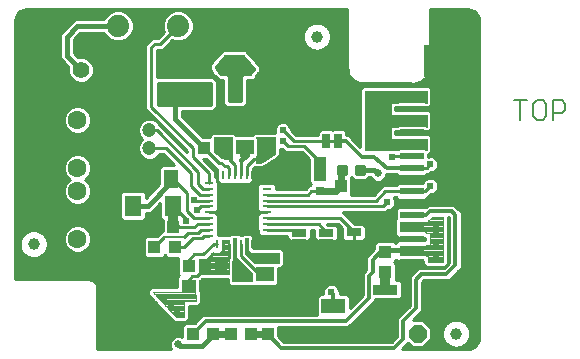
<source format=gtl>
G75*
%MOIN*%
%OFA0B0*%
%FSLAX25Y25*%
%IPPOS*%
%LPD*%
%AMOC8*
5,1,8,0,0,1.08239X$1,22.5*
%
%ADD10C,0.00600*%
%ADD11R,0.04252X0.04134*%
%ADD12R,0.03937X0.11024*%
%ADD13R,0.07874X0.03543*%
%ADD14R,0.07874X0.05118*%
%ADD15R,0.03937X0.04331*%
%ADD16R,0.04134X0.04252*%
%ADD17C,0.03937*%
%ADD18R,0.07874X0.02402*%
%ADD19R,0.14173X0.10551*%
%ADD20C,0.07400*%
%ADD21C,0.06299*%
%ADD22C,0.05600*%
%ADD23R,0.03150X0.00984*%
%ADD24R,0.00984X0.03150*%
%ADD25R,0.14370X0.16339*%
%ADD26R,0.10630X0.06299*%
%ADD27R,0.04331X0.07874*%
%ADD28R,0.03150X0.03150*%
%ADD29R,0.05512X0.07087*%
%ADD30R,0.05118X0.05906*%
%ADD31C,0.04724*%
%ADD32R,0.05906X0.05118*%
%ADD33R,0.04331X0.03937*%
%ADD34C,0.00875*%
%ADD35C,0.01000*%
%ADD36R,0.02500X0.05000*%
%ADD37R,0.05000X0.02500*%
%ADD38OC8,0.06000*%
%ADD39C,0.02384*%
%ADD40C,0.02364*%
%ADD41C,0.01400*%
%ADD42C,0.01200*%
%ADD43R,0.02584X0.02584*%
%ADD44C,0.08268*%
%ADD45C,0.00000*%
%ADD46C,0.00001*%
%ADD47C,0.01600*%
%ADD48OC8,0.02384*%
%ADD49OC8,0.02364*%
%ADD50C,0.00400*%
%ADD51C,0.02584*%
%ADD52C,0.02400*%
%ADD53C,0.00800*%
%ADD54C,0.03200*%
D10*
X0235413Y0160139D02*
X0239684Y0160139D01*
X0237548Y0160139D02*
X0237548Y0153733D01*
X0241859Y0154801D02*
X0242926Y0153733D01*
X0245061Y0153733D01*
X0246129Y0154801D01*
X0246129Y0159071D01*
X0245061Y0160139D01*
X0242926Y0160139D01*
X0241859Y0159071D01*
X0241859Y0154801D01*
X0248304Y0155868D02*
X0251507Y0155868D01*
X0252575Y0156936D01*
X0252575Y0159071D01*
X0251507Y0160139D01*
X0248304Y0160139D01*
X0248304Y0153733D01*
D11*
X0137913Y0105078D03*
X0132513Y0105078D03*
X0127013Y0105078D03*
X0127013Y0098188D03*
X0132513Y0098188D03*
X0137913Y0098188D03*
X0132128Y0144229D03*
X0132128Y0151119D03*
D12*
X0142553Y0165260D03*
X0142553Y0183764D03*
D13*
X0192516Y0097093D03*
X0192516Y0086070D03*
D14*
X0175194Y0091581D03*
D15*
X0147760Y0082233D03*
X0141067Y0082233D03*
X0134960Y0082233D03*
X0128267Y0082233D03*
D16*
X0153268Y0082233D03*
X0160158Y0082233D03*
X0122458Y0111333D03*
X0115568Y0111333D03*
X0114968Y0117833D03*
X0121858Y0117833D03*
X0177668Y0131633D03*
X0184558Y0131633D03*
D17*
X0169713Y0181433D03*
X0075313Y0112233D03*
X0216113Y0082433D03*
D18*
X0201364Y0106205D03*
X0201364Y0110142D03*
X0201364Y0114079D03*
X0201364Y0118016D03*
X0201364Y0121953D03*
X0201364Y0125890D03*
X0201364Y0129827D03*
X0201364Y0133764D03*
X0201364Y0137701D03*
X0201364Y0141638D03*
X0201364Y0145575D03*
X0201364Y0149512D03*
X0201364Y0153449D03*
X0201364Y0157386D03*
X0201364Y0161323D03*
D19*
X0212387Y0173173D03*
X0212387Y0094433D03*
D20*
X0123513Y0185033D03*
X0113513Y0185033D03*
X0103513Y0185033D03*
D21*
X0089913Y0153581D03*
X0089913Y0145581D03*
X0089913Y0137707D03*
X0089913Y0129833D03*
X0089913Y0121959D03*
X0089913Y0114085D03*
D22*
X0091113Y0170296D03*
X0091113Y0178170D03*
D23*
X0133668Y0132692D03*
X0133668Y0130723D03*
X0133668Y0128755D03*
X0133668Y0126786D03*
X0133668Y0124818D03*
X0133668Y0122849D03*
X0133668Y0120881D03*
X0133668Y0118912D03*
X0133668Y0116944D03*
X0133668Y0114975D03*
X0152959Y0114975D03*
X0152959Y0116944D03*
X0152959Y0118912D03*
X0152959Y0120881D03*
X0152959Y0122849D03*
X0152959Y0124818D03*
X0152959Y0126786D03*
X0152959Y0128755D03*
X0152959Y0130723D03*
X0152959Y0132692D03*
D24*
X0150203Y0135448D03*
X0148235Y0135448D03*
X0146266Y0135448D03*
X0144298Y0135448D03*
X0142329Y0135448D03*
X0140360Y0135448D03*
X0138392Y0135448D03*
X0136423Y0135448D03*
X0136423Y0112219D03*
X0138392Y0112219D03*
X0140360Y0112219D03*
X0142329Y0112219D03*
X0144298Y0112219D03*
X0146266Y0112219D03*
X0148235Y0112219D03*
X0150203Y0112219D03*
D25*
X0143313Y0123833D03*
D26*
X0122313Y0162122D03*
X0122313Y0173145D03*
D27*
X0170613Y0137386D03*
D28*
X0170613Y0129906D03*
D29*
X0121806Y0125033D03*
X0108420Y0125033D03*
D30*
X0113773Y0134033D03*
X0121253Y0134033D03*
D31*
X0113913Y0144233D03*
X0113913Y0150233D03*
D32*
X0145713Y0152173D03*
X0145713Y0144693D03*
X0152313Y0102273D03*
X0152313Y0094793D03*
D33*
X0192513Y0103087D03*
X0192513Y0109780D03*
D34*
X0185426Y0135720D02*
X0182800Y0135720D01*
X0182800Y0138346D01*
X0185426Y0138346D01*
X0185426Y0135720D01*
X0185426Y0136594D02*
X0182800Y0136594D01*
X0182800Y0137468D02*
X0185426Y0137468D01*
X0185426Y0138342D02*
X0182800Y0138342D01*
X0179426Y0135720D02*
X0176800Y0135720D01*
X0176800Y0138346D01*
X0179426Y0138346D01*
X0179426Y0135720D01*
X0179426Y0136594D02*
X0176800Y0136594D01*
X0176800Y0137468D02*
X0179426Y0137468D01*
X0179426Y0138342D02*
X0176800Y0138342D01*
D35*
X0096513Y0097895D02*
X0096513Y0077318D01*
X0121119Y0077318D01*
X0120721Y0078278D01*
X0120721Y0079389D01*
X0121146Y0080415D01*
X0121932Y0081200D01*
X0122958Y0081625D01*
X0124069Y0081625D01*
X0124798Y0081323D01*
X0124798Y0085020D01*
X0125677Y0085899D01*
X0128962Y0085899D01*
X0130567Y0087503D01*
X0131797Y0088733D01*
X0169757Y0088733D01*
X0169757Y0094762D01*
X0170635Y0095640D01*
X0171845Y0095640D01*
X0171821Y0095698D01*
X0171821Y0096769D01*
X0172231Y0097758D01*
X0172988Y0098516D01*
X0173978Y0098925D01*
X0175049Y0098925D01*
X0176038Y0098516D01*
X0176796Y0097758D01*
X0177205Y0096769D01*
X0177205Y0096511D01*
X0177294Y0096423D01*
X0177294Y0095640D01*
X0179752Y0095640D01*
X0180631Y0094762D01*
X0180631Y0090920D01*
X0185013Y0095303D01*
X0185013Y0102503D01*
X0186213Y0103703D01*
X0186213Y0107903D01*
X0188848Y0110538D01*
X0188848Y0112370D01*
X0189727Y0113248D01*
X0195300Y0113248D01*
X0195812Y0112736D01*
X0196609Y0113533D01*
X0205813Y0113533D01*
X0205813Y0114333D01*
X0196609Y0114333D01*
X0195613Y0115329D01*
X0195613Y0120337D01*
X0195927Y0120651D01*
X0195927Y0123775D01*
X0196805Y0124654D01*
X0205922Y0124654D01*
X0205943Y0124633D01*
X0206643Y0125333D01*
X0215583Y0125333D01*
X0216813Y0124103D01*
X0218013Y0122903D01*
X0218013Y0104363D01*
X0216783Y0103133D01*
X0215013Y0101363D01*
X0215013Y0101363D01*
X0213783Y0100133D01*
X0205383Y0100133D01*
X0204813Y0099563D01*
X0204813Y0089963D01*
X0201783Y0086933D01*
X0205177Y0086933D01*
X0207813Y0084297D01*
X0207813Y0080569D01*
X0205177Y0077933D01*
X0201449Y0077933D01*
X0200116Y0079266D01*
X0199383Y0078533D01*
X0198167Y0077318D01*
X0220194Y0077318D01*
X0220879Y0077385D01*
X0222147Y0077910D01*
X0223117Y0078880D01*
X0223642Y0080147D01*
X0223709Y0080833D01*
X0223709Y0186975D01*
X0223642Y0187661D01*
X0223117Y0188928D01*
X0222147Y0189898D01*
X0220879Y0190423D01*
X0220194Y0190491D01*
X0207513Y0190491D01*
X0207513Y0170833D01*
X0207267Y0169822D01*
X0206850Y0168870D01*
X0206273Y0168004D01*
X0205554Y0167251D01*
X0204716Y0166635D01*
X0203784Y0166174D01*
X0202785Y0165881D01*
X0201751Y0165767D01*
X0200713Y0165833D01*
X0184913Y0165833D01*
X0184045Y0165909D01*
X0183203Y0166135D01*
X0182413Y0166503D01*
X0181699Y0167003D01*
X0181083Y0167619D01*
X0180583Y0168333D01*
X0180215Y0169123D01*
X0179989Y0169965D01*
X0179913Y0170833D01*
X0179913Y0190491D01*
X0072713Y0190491D01*
X0072027Y0190423D01*
X0070760Y0189898D01*
X0069790Y0188928D01*
X0069265Y0187661D01*
X0069197Y0186975D01*
X0069197Y0100587D01*
X0093817Y0100494D01*
X0094336Y0100457D01*
X0094838Y0100318D01*
X0095302Y0100083D01*
X0095711Y0099761D01*
X0096048Y0099364D01*
X0096300Y0098909D01*
X0096457Y0098413D01*
X0096513Y0097895D01*
X0096513Y0097801D02*
X0114276Y0097801D01*
X0114409Y0097933D02*
X0113933Y0097458D01*
X0113440Y0097000D01*
X0113439Y0096963D01*
X0113413Y0096937D01*
X0113413Y0096265D01*
X0113388Y0095593D01*
X0113413Y0095566D01*
X0113413Y0095529D01*
X0113889Y0095054D01*
X0121213Y0087166D01*
X0121213Y0087129D01*
X0121689Y0086654D01*
X0122147Y0086161D01*
X0122183Y0086159D01*
X0122209Y0086133D01*
X0122882Y0086133D01*
X0123554Y0086108D01*
X0123581Y0086133D01*
X0126017Y0086133D01*
X0127013Y0087129D01*
X0127013Y0091533D01*
X0130217Y0091533D01*
X0131213Y0092529D01*
X0131213Y0100205D01*
X0131542Y0100533D01*
X0140013Y0100533D01*
X0140013Y0099212D01*
X0140892Y0098333D01*
X0148620Y0098333D01*
X0148739Y0098214D01*
X0155887Y0098214D01*
X0156766Y0099093D01*
X0156766Y0104333D01*
X0157735Y0104333D01*
X0158613Y0105212D01*
X0158613Y0110055D01*
X0157735Y0110933D01*
X0148413Y0110933D01*
X0148413Y0114855D01*
X0147535Y0115733D01*
X0145092Y0115733D01*
X0144653Y0115294D01*
X0144374Y0115294D01*
X0143935Y0115733D01*
X0140892Y0115733D01*
X0140492Y0115333D01*
X0136742Y0115333D01*
X0136742Y0121994D01*
X0135887Y0122849D01*
X0136742Y0123704D01*
X0136742Y0132909D01*
X0137279Y0132373D01*
X0147379Y0132373D01*
X0148258Y0133251D01*
X0148258Y0134611D01*
X0148266Y0134619D01*
X0148266Y0137358D01*
X0148842Y0137933D01*
X0150942Y0137933D01*
X0151381Y0137832D01*
X0151543Y0137933D01*
X0151735Y0137933D01*
X0152053Y0138252D01*
X0156343Y0140933D01*
X0156535Y0140933D01*
X0156853Y0141252D01*
X0157235Y0141491D01*
X0157278Y0141677D01*
X0157413Y0141812D01*
X0157413Y0142263D01*
X0157515Y0142701D01*
X0157413Y0142864D01*
X0157413Y0144103D01*
X0157780Y0143951D01*
X0158167Y0143951D01*
X0159285Y0142833D01*
X0164685Y0142833D01*
X0166948Y0140570D01*
X0166948Y0132828D01*
X0167606Y0132170D01*
X0167538Y0132102D01*
X0167538Y0131833D01*
X0167085Y0131833D01*
X0166006Y0130755D01*
X0156034Y0130755D01*
X0156034Y0131837D01*
X0155155Y0132715D01*
X0150763Y0132715D01*
X0149884Y0131837D01*
X0149884Y0123704D01*
X0150739Y0122849D01*
X0149884Y0121994D01*
X0149884Y0115830D01*
X0150763Y0114951D01*
X0152123Y0114951D01*
X0152130Y0114944D01*
X0159713Y0114944D01*
X0159713Y0114134D01*
X0160592Y0113255D01*
X0166835Y0113255D01*
X0167713Y0114134D01*
X0167713Y0116912D01*
X0168813Y0116912D01*
X0168813Y0114134D01*
X0169692Y0113255D01*
X0175935Y0113255D01*
X0176813Y0114134D01*
X0176813Y0117876D01*
X0175935Y0118755D01*
X0173133Y0118755D01*
X0173029Y0118881D01*
X0176609Y0118881D01*
X0178013Y0117477D01*
X0178013Y0114262D01*
X0178892Y0113383D01*
X0180013Y0113383D01*
X0180013Y0111805D01*
X0181185Y0110633D01*
X0182842Y0110633D01*
X0184013Y0111805D01*
X0184013Y0113383D01*
X0185135Y0113383D01*
X0186013Y0114262D01*
X0186013Y0118005D01*
X0185135Y0118883D01*
X0182263Y0118883D01*
X0178329Y0122818D01*
X0192526Y0122818D01*
X0193260Y0123551D01*
X0193647Y0123551D01*
X0194633Y0123960D01*
X0195387Y0124714D01*
X0195795Y0125700D01*
X0195795Y0126767D01*
X0195387Y0127753D01*
X0195313Y0127827D01*
X0196105Y0127827D01*
X0196805Y0127126D01*
X0205922Y0127126D01*
X0206801Y0128005D01*
X0206801Y0128092D01*
X0207650Y0128941D01*
X0208049Y0128941D01*
X0209038Y0129351D01*
X0209796Y0130108D01*
X0210205Y0131098D01*
X0210205Y0132169D01*
X0209796Y0133158D01*
X0209038Y0133916D01*
X0208049Y0134325D01*
X0206978Y0134325D01*
X0205988Y0133916D01*
X0205231Y0133158D01*
X0204970Y0132528D01*
X0196805Y0132528D01*
X0196105Y0131827D01*
X0191679Y0131827D01*
X0188638Y0128786D01*
X0181135Y0128786D01*
X0181235Y0128886D01*
X0181235Y0134381D01*
X0181030Y0134585D01*
X0181113Y0134668D01*
X0181998Y0133783D01*
X0186228Y0133783D01*
X0187178Y0134733D01*
X0187547Y0134733D01*
X0187746Y0134252D01*
X0188532Y0133466D01*
X0189558Y0133041D01*
X0190669Y0133041D01*
X0191695Y0133466D01*
X0192480Y0134252D01*
X0192905Y0135278D01*
X0192905Y0135511D01*
X0193194Y0135533D01*
X0196272Y0135533D01*
X0196805Y0135000D01*
X0205922Y0135000D01*
X0206555Y0135633D01*
X0207142Y0135633D01*
X0207650Y0136141D01*
X0208049Y0136141D01*
X0209038Y0136551D01*
X0209796Y0137308D01*
X0210205Y0138298D01*
X0210205Y0139369D01*
X0209796Y0140358D01*
X0209038Y0141116D01*
X0208049Y0141525D01*
X0206978Y0141525D01*
X0206801Y0141452D01*
X0206801Y0142133D01*
X0206935Y0142133D01*
X0207813Y0143012D01*
X0207813Y0147955D01*
X0206935Y0148833D01*
X0195813Y0148833D01*
X0195813Y0149933D01*
X0206935Y0149933D01*
X0207813Y0150812D01*
X0207813Y0156055D01*
X0206935Y0156933D01*
X0195813Y0156933D01*
X0195813Y0157933D01*
X0206935Y0157933D01*
X0207813Y0158812D01*
X0207813Y0164055D01*
X0206935Y0164933D01*
X0185092Y0164933D01*
X0184213Y0164055D01*
X0184213Y0144703D01*
X0181513Y0147403D01*
X0180283Y0148633D01*
X0179563Y0148633D01*
X0179563Y0149655D01*
X0178685Y0150533D01*
X0174942Y0150533D01*
X0174813Y0150405D01*
X0174685Y0150533D01*
X0170942Y0150533D01*
X0170063Y0149655D01*
X0170063Y0148533D01*
X0162842Y0148533D01*
X0160995Y0150380D01*
X0160995Y0150767D01*
X0160587Y0151753D01*
X0159833Y0152507D01*
X0158847Y0152915D01*
X0157780Y0152915D01*
X0156794Y0152507D01*
X0156039Y0151753D01*
X0155631Y0150767D01*
X0155631Y0149700D01*
X0155783Y0149333D01*
X0148692Y0149333D01*
X0148111Y0148752D01*
X0142716Y0148752D01*
X0142135Y0149333D01*
X0134892Y0149333D01*
X0134013Y0148455D01*
X0134013Y0147796D01*
X0131814Y0147796D01*
X0124613Y0154997D01*
X0124613Y0156633D01*
X0135142Y0156633D01*
X0136313Y0157805D01*
X0136313Y0166662D01*
X0135142Y0167833D01*
X0116513Y0167833D01*
X0116513Y0177005D01*
X0116542Y0177033D01*
X0118342Y0177033D01*
X0121533Y0180225D01*
X0122479Y0179833D01*
X0124548Y0179833D01*
X0126459Y0180625D01*
X0127922Y0182088D01*
X0128713Y0183999D01*
X0128713Y0186068D01*
X0127922Y0187979D01*
X0126459Y0189442D01*
X0124548Y0190233D01*
X0122479Y0190233D01*
X0120568Y0189442D01*
X0119105Y0187979D01*
X0118313Y0186068D01*
X0118313Y0183999D01*
X0118705Y0183053D01*
X0116685Y0181033D01*
X0114885Y0181033D01*
X0113713Y0179862D01*
X0113713Y0179862D01*
X0113685Y0179833D01*
X0113685Y0179833D01*
X0112513Y0178662D01*
X0112513Y0157205D01*
X0113685Y0156033D01*
X0126313Y0143405D01*
X0126313Y0143062D01*
X0117353Y0152022D01*
X0117187Y0152421D01*
X0116101Y0153508D01*
X0114681Y0154096D01*
X0113145Y0154096D01*
X0111725Y0153508D01*
X0110639Y0152421D01*
X0110051Y0151002D01*
X0110051Y0149465D01*
X0110639Y0148046D01*
X0111451Y0147233D01*
X0110639Y0146421D01*
X0110051Y0145002D01*
X0110051Y0143465D01*
X0110639Y0142046D01*
X0111725Y0140959D01*
X0113145Y0140371D01*
X0114681Y0140371D01*
X0116101Y0140959D01*
X0117187Y0142046D01*
X0117265Y0142233D01*
X0118485Y0142233D01*
X0122232Y0138486D01*
X0118073Y0138486D01*
X0117194Y0137607D01*
X0117194Y0132167D01*
X0112676Y0127649D01*
X0112676Y0129198D01*
X0111798Y0130077D01*
X0105043Y0130077D01*
X0104164Y0129198D01*
X0104164Y0120869D01*
X0105043Y0119990D01*
X0111798Y0119990D01*
X0112676Y0120869D01*
X0112676Y0122733D01*
X0114266Y0122733D01*
X0117550Y0126018D01*
X0117550Y0120869D01*
X0118291Y0120128D01*
X0118291Y0116533D01*
X0117940Y0116533D01*
X0116366Y0114959D01*
X0112880Y0114959D01*
X0112001Y0114081D01*
X0112001Y0108586D01*
X0112880Y0107707D01*
X0118257Y0107707D01*
X0119013Y0108464D01*
X0119770Y0107707D01*
X0123387Y0107707D01*
X0123387Y0102390D01*
X0123827Y0101951D01*
X0123013Y0101137D01*
X0123013Y0097933D01*
X0115145Y0097933D01*
X0114472Y0097958D01*
X0114446Y0097933D01*
X0114409Y0097933D01*
X0113413Y0096802D02*
X0096513Y0096802D01*
X0096513Y0095804D02*
X0113396Y0095804D01*
X0114120Y0094805D02*
X0096513Y0094805D01*
X0096513Y0093807D02*
X0115047Y0093807D01*
X0115974Y0092808D02*
X0096513Y0092808D01*
X0096513Y0091810D02*
X0116901Y0091810D01*
X0117828Y0090811D02*
X0096513Y0090811D01*
X0096513Y0089812D02*
X0118756Y0089812D01*
X0119683Y0088814D02*
X0096513Y0088814D01*
X0096513Y0087815D02*
X0120610Y0087815D01*
X0121525Y0086817D02*
X0096513Y0086817D01*
X0096513Y0085818D02*
X0125597Y0085818D01*
X0124798Y0084820D02*
X0096513Y0084820D01*
X0096513Y0083821D02*
X0124798Y0083821D01*
X0124798Y0082823D02*
X0096513Y0082823D01*
X0096513Y0081824D02*
X0124798Y0081824D01*
X0121557Y0080826D02*
X0096513Y0080826D01*
X0096513Y0079827D02*
X0120903Y0079827D01*
X0120721Y0078829D02*
X0096513Y0078829D01*
X0096513Y0077830D02*
X0120907Y0077830D01*
X0126701Y0086817D02*
X0129881Y0086817D01*
X0130879Y0087815D02*
X0127013Y0087815D01*
X0127013Y0088814D02*
X0169757Y0088814D01*
X0169757Y0089812D02*
X0127013Y0089812D01*
X0127013Y0090811D02*
X0169757Y0090811D01*
X0169757Y0091810D02*
X0130494Y0091810D01*
X0131213Y0092808D02*
X0169757Y0092808D01*
X0169757Y0093807D02*
X0131213Y0093807D01*
X0131213Y0094805D02*
X0169800Y0094805D01*
X0171821Y0095804D02*
X0131213Y0095804D01*
X0131213Y0096802D02*
X0171835Y0096802D01*
X0172273Y0097801D02*
X0131213Y0097801D01*
X0131213Y0098799D02*
X0140426Y0098799D01*
X0140013Y0099798D02*
X0131213Y0099798D01*
X0129713Y0101533D02*
X0128213Y0101533D01*
X0127113Y0100433D01*
X0127113Y0098288D01*
X0127013Y0098188D01*
X0123013Y0098799D02*
X0096335Y0098799D01*
X0095664Y0099798D02*
X0123013Y0099798D01*
X0123013Y0100796D02*
X0069197Y0100796D01*
X0069197Y0101795D02*
X0123670Y0101795D01*
X0123387Y0102793D02*
X0069197Y0102793D01*
X0069197Y0103792D02*
X0123387Y0103792D01*
X0123387Y0104790D02*
X0069197Y0104790D01*
X0069197Y0105789D02*
X0123387Y0105789D01*
X0123387Y0106787D02*
X0069197Y0106787D01*
X0069197Y0107786D02*
X0073796Y0107786D01*
X0073709Y0107826D02*
X0073931Y0107723D01*
X0074001Y0107748D01*
X0074207Y0107693D01*
X0074255Y0107636D01*
X0074499Y0107615D01*
X0074736Y0107551D01*
X0074800Y0107588D01*
X0075012Y0107570D01*
X0075069Y0107522D01*
X0075313Y0107543D01*
X0075557Y0107522D01*
X0075614Y0107570D01*
X0075827Y0107588D01*
X0075891Y0107551D01*
X0076128Y0107615D01*
X0076372Y0107636D01*
X0076419Y0107693D01*
X0076625Y0107748D01*
X0076695Y0107723D01*
X0076917Y0107826D01*
X0077154Y0107890D01*
X0077191Y0107954D01*
X0077384Y0108044D01*
X0077457Y0108031D01*
X0077658Y0108172D01*
X0077880Y0108275D01*
X0077906Y0108345D01*
X0078080Y0108467D01*
X0078155Y0108467D01*
X0078328Y0108641D01*
X0078529Y0108781D01*
X0078541Y0108854D01*
X0078692Y0109005D01*
X0078765Y0109018D01*
X0078906Y0109219D01*
X0079079Y0109392D01*
X0079079Y0109466D01*
X0079202Y0109641D01*
X0079271Y0109666D01*
X0079375Y0109888D01*
X0079515Y0110089D01*
X0079502Y0110162D01*
X0079593Y0110356D01*
X0079657Y0110393D01*
X0079720Y0110629D01*
X0079824Y0110851D01*
X0079798Y0110921D01*
X0079854Y0111127D01*
X0079910Y0111175D01*
X0079932Y0111419D01*
X0079995Y0111656D01*
X0079958Y0111720D01*
X0079977Y0111932D01*
X0080024Y0111989D01*
X0080003Y0112233D01*
X0080024Y0112477D01*
X0079977Y0112534D01*
X0079958Y0112747D01*
X0079995Y0112811D01*
X0079932Y0113048D01*
X0079910Y0113292D01*
X0079854Y0113339D01*
X0079798Y0113546D01*
X0079824Y0113615D01*
X0079720Y0113837D01*
X0079657Y0114074D01*
X0079593Y0114111D01*
X0079502Y0114304D01*
X0079515Y0114378D01*
X0079375Y0114578D01*
X0079271Y0114800D01*
X0079202Y0114826D01*
X0079079Y0115000D01*
X0079079Y0115075D01*
X0078906Y0115248D01*
X0078765Y0115449D01*
X0078692Y0115462D01*
X0078541Y0115612D01*
X0078529Y0115685D01*
X0078328Y0115826D01*
X0078155Y0115999D01*
X0078080Y0115999D01*
X0077906Y0116122D01*
X0077880Y0116191D01*
X0077658Y0116295D01*
X0077457Y0116435D01*
X0077384Y0116423D01*
X0077191Y0116513D01*
X0077154Y0116577D01*
X0076917Y0116640D01*
X0076695Y0116744D01*
X0076625Y0116719D01*
X0076419Y0116774D01*
X0076372Y0116831D01*
X0076128Y0116852D01*
X0075891Y0116915D01*
X0075827Y0116878D01*
X0075614Y0116897D01*
X0075557Y0116945D01*
X0075313Y0116923D01*
X0075069Y0116945D01*
X0075012Y0116897D01*
X0074800Y0116878D01*
X0074736Y0116915D01*
X0074499Y0116852D01*
X0074255Y0116831D01*
X0074207Y0116774D01*
X0074001Y0116719D01*
X0073931Y0116744D01*
X0073709Y0116640D01*
X0073473Y0116577D01*
X0073435Y0116513D01*
X0073242Y0116423D01*
X0073169Y0116435D01*
X0072968Y0116295D01*
X0072746Y0116191D01*
X0072721Y0116122D01*
X0072546Y0115999D01*
X0072472Y0115999D01*
X0072299Y0115826D01*
X0072098Y0115685D01*
X0072085Y0115612D01*
X0071934Y0115462D01*
X0071861Y0115449D01*
X0071721Y0115248D01*
X0071547Y0115075D01*
X0071547Y0115000D01*
X0071425Y0114826D01*
X0071355Y0114800D01*
X0071252Y0114578D01*
X0071111Y0114378D01*
X0071124Y0114304D01*
X0071034Y0114111D01*
X0070970Y0114074D01*
X0070906Y0113837D01*
X0070803Y0113615D01*
X0070828Y0113546D01*
X0070773Y0113339D01*
X0070716Y0113292D01*
X0070695Y0113048D01*
X0070631Y0112811D01*
X0070668Y0112747D01*
X0070650Y0112534D01*
X0070602Y0112477D01*
X0070623Y0112233D01*
X0070602Y0111989D01*
X0070650Y0111932D01*
X0070668Y0111720D01*
X0070631Y0111656D01*
X0070695Y0111419D01*
X0070716Y0111175D01*
X0070773Y0111127D01*
X0070828Y0110921D01*
X0070803Y0110851D01*
X0070906Y0110629D01*
X0070970Y0110393D01*
X0071034Y0110356D01*
X0071124Y0110162D01*
X0071111Y0110089D01*
X0071252Y0109888D01*
X0071355Y0109666D01*
X0071425Y0109641D01*
X0071547Y0109466D01*
X0071547Y0109392D01*
X0071721Y0109219D01*
X0071861Y0109018D01*
X0071934Y0109005D01*
X0072085Y0108854D01*
X0072098Y0108781D01*
X0072299Y0108641D01*
X0072472Y0108467D01*
X0072546Y0108467D01*
X0072721Y0108345D01*
X0072746Y0108275D01*
X0072968Y0108172D01*
X0073169Y0108031D01*
X0073242Y0108044D01*
X0073435Y0107954D01*
X0073473Y0107890D01*
X0073709Y0107826D01*
X0072097Y0108784D02*
X0069197Y0108784D01*
X0069197Y0109783D02*
X0071301Y0109783D01*
X0070835Y0110781D02*
X0069197Y0110781D01*
X0069197Y0111780D02*
X0070663Y0111780D01*
X0070650Y0112778D02*
X0069197Y0112778D01*
X0069197Y0113777D02*
X0070878Y0113777D01*
X0071344Y0114775D02*
X0069197Y0114775D01*
X0069197Y0115774D02*
X0072224Y0115774D01*
X0074202Y0116772D02*
X0069197Y0116772D01*
X0069197Y0117771D02*
X0087023Y0117771D01*
X0087279Y0118027D02*
X0085972Y0116719D01*
X0085264Y0115010D01*
X0085264Y0113160D01*
X0085972Y0111452D01*
X0087279Y0110144D01*
X0088988Y0109436D01*
X0090838Y0109436D01*
X0092547Y0110144D01*
X0093855Y0111452D01*
X0094563Y0113160D01*
X0094563Y0115010D01*
X0093855Y0116719D01*
X0092547Y0118027D01*
X0090838Y0118735D01*
X0088988Y0118735D01*
X0087279Y0118027D01*
X0086025Y0116772D02*
X0076425Y0116772D01*
X0078402Y0115774D02*
X0085580Y0115774D01*
X0085264Y0114775D02*
X0079283Y0114775D01*
X0079749Y0113777D02*
X0085264Y0113777D01*
X0085422Y0112778D02*
X0079976Y0112778D01*
X0079963Y0111780D02*
X0085836Y0111780D01*
X0086642Y0110781D02*
X0079791Y0110781D01*
X0079326Y0109783D02*
X0088151Y0109783D01*
X0091676Y0109783D02*
X0112001Y0109783D01*
X0112001Y0110781D02*
X0093185Y0110781D01*
X0093991Y0111780D02*
X0112001Y0111780D01*
X0112001Y0112778D02*
X0094405Y0112778D01*
X0094563Y0113777D02*
X0112001Y0113777D01*
X0112696Y0114775D02*
X0094563Y0114775D01*
X0094247Y0115774D02*
X0117180Y0115774D01*
X0118291Y0116772D02*
X0093802Y0116772D01*
X0092803Y0117771D02*
X0118291Y0117771D01*
X0118291Y0118769D02*
X0069197Y0118769D01*
X0069197Y0119768D02*
X0118291Y0119768D01*
X0117653Y0120766D02*
X0112574Y0120766D01*
X0112676Y0121765D02*
X0117550Y0121765D01*
X0117550Y0122763D02*
X0114296Y0122763D01*
X0115294Y0123762D02*
X0117550Y0123762D01*
X0117550Y0124760D02*
X0116293Y0124760D01*
X0117291Y0125759D02*
X0117550Y0125759D01*
X0113782Y0128754D02*
X0112676Y0128754D01*
X0112676Y0127756D02*
X0112783Y0127756D01*
X0112121Y0129753D02*
X0114780Y0129753D01*
X0115779Y0130751D02*
X0094563Y0130751D01*
X0094563Y0130758D02*
X0093855Y0132467D01*
X0092552Y0133770D01*
X0093855Y0135074D01*
X0094563Y0136782D01*
X0094563Y0138632D01*
X0093855Y0140341D01*
X0092547Y0141649D01*
X0090838Y0142357D01*
X0088988Y0142357D01*
X0087279Y0141649D01*
X0085972Y0140341D01*
X0085264Y0138632D01*
X0085264Y0136782D01*
X0085972Y0135074D01*
X0087275Y0133770D01*
X0085972Y0132467D01*
X0085264Y0130758D01*
X0085264Y0128908D01*
X0085972Y0127200D01*
X0087279Y0125892D01*
X0088988Y0125184D01*
X0090838Y0125184D01*
X0092547Y0125892D01*
X0093855Y0127200D01*
X0094563Y0128908D01*
X0094563Y0130758D01*
X0094563Y0129753D02*
X0104719Y0129753D01*
X0104164Y0128754D02*
X0094499Y0128754D01*
X0094085Y0127756D02*
X0104164Y0127756D01*
X0104164Y0126757D02*
X0093413Y0126757D01*
X0092227Y0125759D02*
X0104164Y0125759D01*
X0104164Y0124760D02*
X0069197Y0124760D01*
X0069197Y0123762D02*
X0104164Y0123762D01*
X0104164Y0122763D02*
X0069197Y0122763D01*
X0069197Y0121765D02*
X0104164Y0121765D01*
X0104267Y0120766D02*
X0069197Y0120766D01*
X0069197Y0125759D02*
X0087600Y0125759D01*
X0086414Y0126757D02*
X0069197Y0126757D01*
X0069197Y0127756D02*
X0085741Y0127756D01*
X0085327Y0128754D02*
X0069197Y0128754D01*
X0069197Y0129753D02*
X0085264Y0129753D01*
X0085264Y0130751D02*
X0069197Y0130751D01*
X0069197Y0131750D02*
X0085674Y0131750D01*
X0086253Y0132748D02*
X0069197Y0132748D01*
X0069197Y0133747D02*
X0087251Y0133747D01*
X0086300Y0134745D02*
X0069197Y0134745D01*
X0069197Y0135744D02*
X0085694Y0135744D01*
X0085280Y0136743D02*
X0069197Y0136743D01*
X0069197Y0137741D02*
X0085264Y0137741D01*
X0085308Y0138740D02*
X0069197Y0138740D01*
X0069197Y0139738D02*
X0085722Y0139738D01*
X0086367Y0140737D02*
X0069197Y0140737D01*
X0069197Y0141735D02*
X0087487Y0141735D01*
X0092339Y0141735D02*
X0110950Y0141735D01*
X0110354Y0142734D02*
X0069197Y0142734D01*
X0069197Y0143732D02*
X0110051Y0143732D01*
X0110051Y0144731D02*
X0069197Y0144731D01*
X0069197Y0145729D02*
X0110352Y0145729D01*
X0110946Y0146728D02*
X0069197Y0146728D01*
X0069197Y0147726D02*
X0110958Y0147726D01*
X0110358Y0148725D02*
X0069197Y0148725D01*
X0069197Y0149723D02*
X0087196Y0149723D01*
X0087279Y0149640D02*
X0088988Y0148932D01*
X0090838Y0148932D01*
X0092547Y0149640D01*
X0093855Y0150948D01*
X0094563Y0152656D01*
X0094563Y0154506D01*
X0093855Y0156215D01*
X0092547Y0157523D01*
X0090838Y0158231D01*
X0088988Y0158231D01*
X0087279Y0157523D01*
X0085972Y0156215D01*
X0085264Y0154506D01*
X0085264Y0152656D01*
X0085972Y0150948D01*
X0087279Y0149640D01*
X0086197Y0150722D02*
X0069197Y0150722D01*
X0069197Y0151720D02*
X0085651Y0151720D01*
X0085264Y0152719D02*
X0069197Y0152719D01*
X0069197Y0153717D02*
X0085264Y0153717D01*
X0085350Y0154716D02*
X0069197Y0154716D01*
X0069197Y0155714D02*
X0085764Y0155714D01*
X0086469Y0156713D02*
X0069197Y0156713D01*
X0069197Y0157711D02*
X0087734Y0157711D01*
X0092093Y0157711D02*
X0112513Y0157711D01*
X0112513Y0158710D02*
X0069197Y0158710D01*
X0069197Y0159708D02*
X0112513Y0159708D01*
X0112513Y0160707D02*
X0069197Y0160707D01*
X0069197Y0161705D02*
X0112513Y0161705D01*
X0112513Y0162704D02*
X0069197Y0162704D01*
X0069197Y0163702D02*
X0112513Y0163702D01*
X0112513Y0164701D02*
X0069197Y0164701D01*
X0069197Y0165699D02*
X0112513Y0165699D01*
X0112513Y0166698D02*
X0093596Y0166698D01*
X0093549Y0166651D02*
X0094759Y0167861D01*
X0095413Y0169441D01*
X0095413Y0171152D01*
X0094759Y0172732D01*
X0093549Y0173942D01*
X0091969Y0174596D01*
X0090258Y0174596D01*
X0090122Y0174540D01*
X0088613Y0176049D01*
X0088613Y0180481D01*
X0090866Y0182733D01*
X0098837Y0182733D01*
X0099105Y0182088D01*
X0100568Y0180625D01*
X0102479Y0179833D01*
X0104548Y0179833D01*
X0106459Y0180625D01*
X0107922Y0182088D01*
X0108713Y0183999D01*
X0108713Y0186068D01*
X0107922Y0187979D01*
X0106459Y0189442D01*
X0104548Y0190233D01*
X0102479Y0190233D01*
X0100568Y0189442D01*
X0099105Y0187979D01*
X0098837Y0187333D01*
X0088961Y0187333D01*
X0087613Y0185986D01*
X0084013Y0182386D01*
X0084013Y0174144D01*
X0085361Y0172796D01*
X0086869Y0171287D01*
X0086813Y0171152D01*
X0086813Y0169441D01*
X0087468Y0167861D01*
X0088677Y0166651D01*
X0090258Y0165996D01*
X0091969Y0165996D01*
X0093549Y0166651D01*
X0094594Y0167696D02*
X0112513Y0167696D01*
X0112513Y0168695D02*
X0095104Y0168695D01*
X0095413Y0169693D02*
X0112513Y0169693D01*
X0112513Y0170692D02*
X0095413Y0170692D01*
X0095190Y0171690D02*
X0112513Y0171690D01*
X0112513Y0172689D02*
X0094776Y0172689D01*
X0093803Y0173687D02*
X0112513Y0173687D01*
X0112513Y0174686D02*
X0089976Y0174686D01*
X0088978Y0175684D02*
X0112513Y0175684D01*
X0112513Y0176683D02*
X0088613Y0176683D01*
X0088613Y0177681D02*
X0112513Y0177681D01*
X0112531Y0178680D02*
X0088613Y0178680D01*
X0088613Y0179679D02*
X0113530Y0179679D01*
X0114529Y0180677D02*
X0106511Y0180677D01*
X0107509Y0181676D02*
X0117327Y0181676D01*
X0118326Y0182674D02*
X0108164Y0182674D01*
X0108578Y0183673D02*
X0118448Y0183673D01*
X0118313Y0184671D02*
X0108713Y0184671D01*
X0108713Y0185670D02*
X0118313Y0185670D01*
X0118562Y0186668D02*
X0108465Y0186668D01*
X0108051Y0187667D02*
X0118976Y0187667D01*
X0119791Y0188665D02*
X0107235Y0188665D01*
X0105923Y0189664D02*
X0121104Y0189664D01*
X0125923Y0189664D02*
X0179913Y0189664D01*
X0179913Y0188665D02*
X0127235Y0188665D01*
X0128051Y0187667D02*
X0179913Y0187667D01*
X0179913Y0186668D02*
X0128465Y0186668D01*
X0128713Y0185670D02*
X0167743Y0185670D01*
X0167835Y0185713D02*
X0167642Y0185623D01*
X0167569Y0185635D01*
X0167368Y0185495D01*
X0167146Y0185391D01*
X0167121Y0185322D01*
X0166946Y0185199D01*
X0166872Y0185199D01*
X0166699Y0185026D01*
X0166498Y0184885D01*
X0166485Y0184812D01*
X0166334Y0184662D01*
X0166261Y0184649D01*
X0166121Y0184448D01*
X0165947Y0184275D01*
X0165947Y0184200D01*
X0165825Y0184026D01*
X0165755Y0184000D01*
X0165652Y0183778D01*
X0165511Y0183578D01*
X0165524Y0183504D01*
X0165434Y0183311D01*
X0165370Y0183274D01*
X0165306Y0183037D01*
X0165203Y0182815D01*
X0165228Y0182746D01*
X0165173Y0182539D01*
X0165116Y0182492D01*
X0165095Y0182248D01*
X0165031Y0182011D01*
X0165068Y0181947D01*
X0165050Y0181734D01*
X0165002Y0181677D01*
X0165023Y0181433D01*
X0165002Y0181189D01*
X0165050Y0181132D01*
X0165068Y0180920D01*
X0165031Y0180856D01*
X0165095Y0180619D01*
X0165116Y0180375D01*
X0165173Y0180327D01*
X0165228Y0180121D01*
X0165203Y0180051D01*
X0165306Y0179829D01*
X0165370Y0179593D01*
X0165434Y0179556D01*
X0165524Y0179362D01*
X0165511Y0179289D01*
X0165652Y0179088D01*
X0165755Y0178866D01*
X0165825Y0178841D01*
X0165947Y0178666D01*
X0165947Y0178592D01*
X0166121Y0178419D01*
X0166261Y0178218D01*
X0166334Y0178205D01*
X0166485Y0178054D01*
X0166498Y0177981D01*
X0166699Y0177841D01*
X0166872Y0177667D01*
X0166946Y0177667D01*
X0167121Y0177545D01*
X0167146Y0177475D01*
X0167368Y0177372D01*
X0167569Y0177231D01*
X0167642Y0177244D01*
X0167835Y0177154D01*
X0167873Y0177090D01*
X0168109Y0177026D01*
X0168331Y0176923D01*
X0168401Y0176948D01*
X0168607Y0176893D01*
X0168655Y0176836D01*
X0168899Y0176815D01*
X0169136Y0176751D01*
X0169200Y0176788D01*
X0169412Y0176770D01*
X0169469Y0176722D01*
X0169713Y0176743D01*
X0169957Y0176722D01*
X0170014Y0176770D01*
X0170227Y0176788D01*
X0170291Y0176751D01*
X0170528Y0176815D01*
X0170772Y0176836D01*
X0170819Y0176893D01*
X0171025Y0176948D01*
X0171095Y0176923D01*
X0171317Y0177026D01*
X0171554Y0177090D01*
X0171591Y0177154D01*
X0171784Y0177244D01*
X0171857Y0177231D01*
X0172058Y0177372D01*
X0172280Y0177475D01*
X0172306Y0177545D01*
X0172480Y0177667D01*
X0172555Y0177667D01*
X0172728Y0177841D01*
X0172929Y0177981D01*
X0172941Y0178054D01*
X0173092Y0178205D01*
X0173165Y0178218D01*
X0173306Y0178419D01*
X0173479Y0178592D01*
X0173479Y0178666D01*
X0173602Y0178841D01*
X0173671Y0178866D01*
X0173775Y0179088D01*
X0173915Y0179289D01*
X0173902Y0179362D01*
X0173993Y0179556D01*
X0174057Y0179593D01*
X0174120Y0179829D01*
X0174224Y0180051D01*
X0174198Y0180121D01*
X0174254Y0180327D01*
X0174310Y0180375D01*
X0174332Y0180619D01*
X0174395Y0180856D01*
X0174358Y0180920D01*
X0174377Y0181132D01*
X0174424Y0181189D01*
X0174403Y0181433D01*
X0174424Y0181677D01*
X0174377Y0181734D01*
X0174358Y0181947D01*
X0174395Y0182011D01*
X0174332Y0182248D01*
X0174310Y0182492D01*
X0174254Y0182539D01*
X0174198Y0182746D01*
X0174224Y0182815D01*
X0174120Y0183037D01*
X0174057Y0183274D01*
X0173993Y0183311D01*
X0173902Y0183504D01*
X0173915Y0183578D01*
X0173775Y0183778D01*
X0173671Y0184000D01*
X0173602Y0184026D01*
X0173479Y0184200D01*
X0173479Y0184275D01*
X0173306Y0184448D01*
X0173165Y0184649D01*
X0173092Y0184662D01*
X0172941Y0184812D01*
X0172929Y0184885D01*
X0172728Y0185026D01*
X0172555Y0185199D01*
X0172480Y0185199D01*
X0172306Y0185322D01*
X0172280Y0185391D01*
X0172058Y0185495D01*
X0171857Y0185635D01*
X0171784Y0185623D01*
X0171591Y0185713D01*
X0171554Y0185777D01*
X0171317Y0185840D01*
X0171095Y0185944D01*
X0171025Y0185919D01*
X0170819Y0185974D01*
X0170772Y0186031D01*
X0170528Y0186052D01*
X0170291Y0186115D01*
X0170227Y0186078D01*
X0170014Y0186097D01*
X0169957Y0186145D01*
X0169713Y0186123D01*
X0169469Y0186145D01*
X0169412Y0186097D01*
X0169200Y0186078D01*
X0169136Y0186115D01*
X0168899Y0186052D01*
X0168655Y0186031D01*
X0168607Y0185974D01*
X0168401Y0185919D01*
X0168331Y0185944D01*
X0168109Y0185840D01*
X0167873Y0185777D01*
X0167835Y0185713D01*
X0166344Y0184671D02*
X0128713Y0184671D01*
X0128578Y0183673D02*
X0165578Y0183673D01*
X0165209Y0182674D02*
X0128164Y0182674D01*
X0127509Y0181676D02*
X0165002Y0181676D01*
X0165079Y0180677D02*
X0126511Y0180677D01*
X0123513Y0185033D02*
X0117513Y0179033D01*
X0115713Y0179033D01*
X0114513Y0177833D01*
X0114513Y0158033D01*
X0128313Y0144233D01*
X0128313Y0141233D01*
X0133668Y0135879D01*
X0133668Y0132692D01*
X0133668Y0130723D02*
X0131623Y0130723D01*
X0130113Y0132233D01*
X0130113Y0136433D01*
X0116313Y0150233D01*
X0113913Y0150233D01*
X0110349Y0151720D02*
X0094175Y0151720D01*
X0094563Y0152719D02*
X0110937Y0152719D01*
X0112232Y0153717D02*
X0094563Y0153717D01*
X0094476Y0154716D02*
X0115002Y0154716D01*
X0115595Y0153717D02*
X0116001Y0153717D01*
X0116890Y0152719D02*
X0116999Y0152719D01*
X0117655Y0151720D02*
X0117998Y0151720D01*
X0118653Y0150722D02*
X0118996Y0150722D01*
X0119652Y0149723D02*
X0119995Y0149723D01*
X0120650Y0148725D02*
X0120994Y0148725D01*
X0121649Y0147726D02*
X0121992Y0147726D01*
X0122647Y0146728D02*
X0122991Y0146728D01*
X0123646Y0145729D02*
X0123989Y0145729D01*
X0124644Y0144731D02*
X0124988Y0144731D01*
X0125643Y0143732D02*
X0125986Y0143732D01*
X0132128Y0144229D02*
X0136924Y0139433D01*
X0137913Y0139433D01*
X0139113Y0138233D01*
X0139713Y0138233D01*
X0140360Y0137586D01*
X0140360Y0135448D01*
X0142329Y0135448D02*
X0142329Y0138618D01*
X0140313Y0140633D01*
X0140313Y0141833D01*
X0139713Y0142433D01*
X0135788Y0137741D02*
X0134634Y0137741D01*
X0134496Y0137879D02*
X0131713Y0140662D01*
X0132867Y0140662D01*
X0136096Y0137433D01*
X0136400Y0137433D01*
X0136400Y0134148D01*
X0135864Y0134684D01*
X0135668Y0134684D01*
X0135668Y0136707D01*
X0134496Y0137879D01*
X0134790Y0138740D02*
X0133635Y0138740D01*
X0133791Y0139738D02*
X0132637Y0139738D01*
X0135632Y0136743D02*
X0136400Y0136743D01*
X0136400Y0135744D02*
X0135668Y0135744D01*
X0136423Y0135448D02*
X0136423Y0133123D01*
X0137313Y0132233D01*
X0137313Y0129833D01*
X0137913Y0129233D01*
X0136742Y0128754D02*
X0149884Y0128754D01*
X0149884Y0127756D02*
X0136742Y0127756D01*
X0136742Y0126757D02*
X0149884Y0126757D01*
X0149884Y0125759D02*
X0136742Y0125759D01*
X0136742Y0124760D02*
X0149884Y0124760D01*
X0149884Y0123762D02*
X0136742Y0123762D01*
X0137098Y0122849D02*
X0137913Y0122033D01*
X0137098Y0122849D02*
X0133668Y0122849D01*
X0133668Y0120881D02*
X0128866Y0120881D01*
X0126513Y0123233D01*
X0126513Y0129233D01*
X0121713Y0134033D01*
X0121253Y0134033D01*
X0117194Y0133747D02*
X0092575Y0133747D01*
X0093527Y0134745D02*
X0117194Y0134745D01*
X0117194Y0135744D02*
X0094133Y0135744D01*
X0094546Y0136743D02*
X0117194Y0136743D01*
X0117328Y0137741D02*
X0094563Y0137741D01*
X0094518Y0138740D02*
X0121979Y0138740D01*
X0120980Y0139738D02*
X0094105Y0139738D01*
X0093460Y0140737D02*
X0112263Y0140737D01*
X0115564Y0140737D02*
X0119982Y0140737D01*
X0118983Y0141735D02*
X0116877Y0141735D01*
X0119313Y0144233D02*
X0113913Y0144233D01*
X0119313Y0144233D02*
X0127713Y0135833D01*
X0127713Y0131633D01*
X0130592Y0128755D01*
X0133668Y0128755D01*
X0133668Y0126786D02*
X0129560Y0126786D01*
X0128913Y0126833D01*
X0131098Y0124818D02*
X0129813Y0123533D01*
X0131098Y0124818D02*
X0133668Y0124818D01*
X0135973Y0122763D02*
X0150653Y0122763D01*
X0149529Y0122849D02*
X0152959Y0122849D01*
X0152959Y0120881D02*
X0177438Y0120881D01*
X0182013Y0116305D01*
X0182013Y0116133D01*
X0182013Y0115633D02*
X0182013Y0112633D01*
X0180013Y0112778D02*
X0148413Y0112778D01*
X0148235Y0112219D02*
X0150203Y0112219D01*
X0150203Y0116944D01*
X0148713Y0118433D01*
X0149884Y0118769D02*
X0136742Y0118769D01*
X0136742Y0117771D02*
X0149884Y0117771D01*
X0149884Y0116772D02*
X0136742Y0116772D01*
X0136742Y0115774D02*
X0149940Y0115774D01*
X0148413Y0114775D02*
X0159713Y0114775D01*
X0160070Y0113777D02*
X0148413Y0113777D01*
X0148413Y0111780D02*
X0180038Y0111780D01*
X0181037Y0110781D02*
X0157887Y0110781D01*
X0158613Y0109783D02*
X0188093Y0109783D01*
X0188848Y0110781D02*
X0182990Y0110781D01*
X0183988Y0111780D02*
X0188848Y0111780D01*
X0189257Y0112778D02*
X0184013Y0112778D01*
X0185528Y0113777D02*
X0205813Y0113777D01*
X0205213Y0106533D02*
X0205213Y0105729D01*
X0206209Y0104733D01*
X0212417Y0104733D01*
X0213413Y0105729D01*
X0213413Y0121133D01*
X0213813Y0121133D01*
X0213813Y0106103D01*
X0212043Y0104333D01*
X0203643Y0104333D01*
X0201843Y0102533D01*
X0200613Y0101303D01*
X0200613Y0091703D01*
X0196413Y0087503D01*
X0196413Y0085763D01*
X0196413Y0081503D01*
X0194643Y0079733D01*
X0158738Y0079733D01*
X0156835Y0081636D01*
X0156835Y0084533D01*
X0180183Y0084533D01*
X0187983Y0092333D01*
X0187983Y0092333D01*
X0189213Y0093563D01*
X0189213Y0093822D01*
X0197075Y0093822D01*
X0197953Y0094700D01*
X0197953Y0099486D01*
X0197075Y0100365D01*
X0196046Y0100365D01*
X0196179Y0100497D01*
X0196179Y0105677D01*
X0195422Y0106433D01*
X0196066Y0107077D01*
X0196609Y0106533D01*
X0205213Y0106533D01*
X0205213Y0105789D02*
X0196067Y0105789D01*
X0196179Y0104790D02*
X0206152Y0104790D01*
X0203102Y0103792D02*
X0196179Y0103792D01*
X0196179Y0102793D02*
X0202103Y0102793D01*
X0201105Y0101795D02*
X0196179Y0101795D01*
X0196179Y0100796D02*
X0200613Y0100796D01*
X0200613Y0099798D02*
X0197642Y0099798D01*
X0197953Y0098799D02*
X0200613Y0098799D01*
X0200613Y0097801D02*
X0197953Y0097801D01*
X0197953Y0096802D02*
X0200613Y0096802D01*
X0200613Y0095804D02*
X0197953Y0095804D01*
X0197953Y0094805D02*
X0200613Y0094805D01*
X0200613Y0093807D02*
X0189213Y0093807D01*
X0188458Y0092808D02*
X0200613Y0092808D01*
X0200613Y0091810D02*
X0187459Y0091810D01*
X0186461Y0090811D02*
X0199721Y0090811D01*
X0198723Y0089812D02*
X0185462Y0089812D01*
X0184464Y0088814D02*
X0197724Y0088814D01*
X0196726Y0087815D02*
X0183465Y0087815D01*
X0182467Y0086817D02*
X0196413Y0086817D01*
X0196413Y0085818D02*
X0181468Y0085818D01*
X0180470Y0084820D02*
X0196413Y0084820D01*
X0196413Y0083821D02*
X0156835Y0083821D01*
X0156835Y0082823D02*
X0196413Y0082823D01*
X0196413Y0081824D02*
X0156835Y0081824D01*
X0157646Y0080826D02*
X0195736Y0080826D01*
X0194737Y0079827D02*
X0158644Y0079827D01*
X0177294Y0095804D02*
X0185013Y0095804D01*
X0185013Y0096802D02*
X0177192Y0096802D01*
X0176753Y0097801D02*
X0185013Y0097801D01*
X0185013Y0098799D02*
X0175354Y0098799D01*
X0173673Y0098799D02*
X0156472Y0098799D01*
X0156766Y0099798D02*
X0185013Y0099798D01*
X0185013Y0100796D02*
X0156766Y0100796D01*
X0156766Y0101795D02*
X0185013Y0101795D01*
X0185303Y0102793D02*
X0156766Y0102793D01*
X0156766Y0103792D02*
X0186213Y0103792D01*
X0186213Y0104790D02*
X0158191Y0104790D01*
X0158613Y0105789D02*
X0186213Y0105789D01*
X0186213Y0106787D02*
X0158613Y0106787D01*
X0158613Y0107786D02*
X0186213Y0107786D01*
X0187094Y0108784D02*
X0158613Y0108784D01*
X0152313Y0102273D02*
X0150473Y0102273D01*
X0146313Y0106433D01*
X0144298Y0108449D01*
X0144298Y0112219D01*
X0140360Y0112219D02*
X0140360Y0107525D01*
X0137913Y0105078D01*
X0137313Y0108833D02*
X0134913Y0108833D01*
X0133113Y0107033D01*
X0133113Y0105678D01*
X0132513Y0105078D01*
X0132513Y0104333D01*
X0129713Y0101533D01*
X0127013Y0105078D02*
X0127113Y0105178D01*
X0127113Y0107033D01*
X0128913Y0108833D01*
X0131913Y0108833D01*
X0135299Y0112219D01*
X0136423Y0112219D01*
X0138392Y0112219D02*
X0138392Y0109912D01*
X0137313Y0108833D01*
X0133668Y0114975D02*
X0132055Y0114975D01*
X0131313Y0114233D01*
X0128313Y0114233D01*
X0125413Y0111333D01*
X0122458Y0111333D01*
X0119692Y0107786D02*
X0118335Y0107786D01*
X0115568Y0111333D02*
X0118768Y0114533D01*
X0121858Y0117833D02*
X0128913Y0117833D01*
X0129992Y0118912D01*
X0133668Y0118912D01*
X0133668Y0116944D02*
X0131023Y0116944D01*
X0130113Y0116033D01*
X0126913Y0116033D01*
X0125413Y0114533D01*
X0126213Y0120033D02*
X0126213Y0120533D01*
X0122406Y0124340D01*
X0121806Y0125033D01*
X0116777Y0131750D02*
X0094152Y0131750D01*
X0093574Y0132748D02*
X0117194Y0132748D01*
X0110051Y0149723D02*
X0092631Y0149723D01*
X0093629Y0150722D02*
X0110051Y0150722D01*
X0114004Y0155714D02*
X0094062Y0155714D01*
X0093357Y0156713D02*
X0113005Y0156713D01*
X0113685Y0156033D02*
X0113685Y0156033D01*
X0116913Y0158633D02*
X0116913Y0165833D01*
X0134313Y0165833D01*
X0134313Y0158633D01*
X0116913Y0158633D01*
X0116913Y0158710D02*
X0134313Y0158710D01*
X0134313Y0159708D02*
X0116913Y0159708D01*
X0116913Y0160707D02*
X0134313Y0160707D01*
X0134313Y0161705D02*
X0116913Y0161705D01*
X0116913Y0162704D02*
X0134313Y0162704D01*
X0134313Y0163702D02*
X0116913Y0163702D01*
X0116913Y0164701D02*
X0134313Y0164701D01*
X0134313Y0165699D02*
X0116913Y0165699D01*
X0116513Y0168695D02*
X0135146Y0168695D01*
X0135070Y0168849D02*
X0135295Y0168398D01*
X0135633Y0168285D01*
X0137085Y0166833D01*
X0138313Y0166833D01*
X0138313Y0159005D01*
X0139485Y0157833D01*
X0145342Y0157833D01*
X0146513Y0159005D01*
X0146513Y0160662D01*
X0146513Y0166833D01*
X0146908Y0166833D01*
X0147093Y0166710D01*
X0147711Y0166833D01*
X0148342Y0166833D01*
X0148499Y0166991D01*
X0148718Y0167035D01*
X0149067Y0167559D01*
X0149513Y0168005D01*
X0149513Y0168228D01*
X0150224Y0169294D01*
X0150644Y0169654D01*
X0150667Y0169959D01*
X0150837Y0170213D01*
X0150729Y0170755D01*
X0150771Y0171306D01*
X0150572Y0171538D01*
X0150512Y0171838D01*
X0150052Y0172144D01*
X0147113Y0175573D01*
X0147113Y0175662D01*
X0146582Y0176193D01*
X0146093Y0176764D01*
X0146004Y0176771D01*
X0145942Y0176833D01*
X0145190Y0176833D01*
X0144441Y0176891D01*
X0144373Y0176833D01*
X0139837Y0176833D01*
X0139757Y0176900D01*
X0139022Y0176833D01*
X0138285Y0176833D01*
X0138211Y0176760D01*
X0138107Y0176750D01*
X0137635Y0176183D01*
X0137113Y0175662D01*
X0137113Y0175557D01*
X0134845Y0172835D01*
X0134478Y0172652D01*
X0134335Y0172224D01*
X0134046Y0171877D01*
X0134084Y0171469D01*
X0133954Y0171080D01*
X0134156Y0170676D01*
X0134196Y0170227D01*
X0134511Y0169965D01*
X0134713Y0169561D01*
X0134713Y0169205D01*
X0135070Y0168849D01*
X0134647Y0169693D02*
X0116513Y0169693D01*
X0116513Y0170692D02*
X0134148Y0170692D01*
X0134063Y0171690D02*
X0116513Y0171690D01*
X0116513Y0172689D02*
X0134552Y0172689D01*
X0135555Y0173687D02*
X0116513Y0173687D01*
X0116513Y0174686D02*
X0136387Y0174686D01*
X0137136Y0175684D02*
X0116513Y0175684D01*
X0116513Y0176683D02*
X0138051Y0176683D01*
X0139113Y0174833D02*
X0145113Y0174833D01*
X0148713Y0170633D01*
X0147513Y0168833D01*
X0145113Y0168833D01*
X0144513Y0168233D01*
X0144513Y0160099D01*
X0144449Y0160125D01*
X0143378Y0160125D01*
X0142673Y0159833D01*
X0141554Y0159833D01*
X0140849Y0160125D01*
X0140313Y0160125D01*
X0140313Y0168233D01*
X0139713Y0168833D01*
X0137913Y0168833D01*
X0136713Y0170033D01*
X0136113Y0171233D01*
X0139113Y0174833D01*
X0138990Y0174686D02*
X0145240Y0174686D01*
X0146095Y0173687D02*
X0138158Y0173687D01*
X0137326Y0172689D02*
X0146951Y0172689D01*
X0147807Y0171690D02*
X0136494Y0171690D01*
X0136384Y0170692D02*
X0148663Y0170692D01*
X0148087Y0169693D02*
X0137053Y0169693D01*
X0136222Y0167696D02*
X0135279Y0167696D01*
X0136277Y0166698D02*
X0138313Y0166698D01*
X0138313Y0165699D02*
X0136313Y0165699D01*
X0136313Y0164701D02*
X0138313Y0164701D01*
X0138313Y0163702D02*
X0136313Y0163702D01*
X0136313Y0162704D02*
X0138313Y0162704D01*
X0138313Y0161705D02*
X0136313Y0161705D01*
X0136313Y0160707D02*
X0138313Y0160707D01*
X0138313Y0159708D02*
X0136313Y0159708D01*
X0136313Y0158710D02*
X0138608Y0158710D01*
X0136220Y0157711D02*
X0184213Y0157711D01*
X0184213Y0156713D02*
X0135221Y0156713D01*
X0140313Y0160707D02*
X0144513Y0160707D01*
X0144513Y0161705D02*
X0140313Y0161705D01*
X0140313Y0162704D02*
X0144513Y0162704D01*
X0144513Y0163702D02*
X0140313Y0163702D01*
X0140313Y0164701D02*
X0144513Y0164701D01*
X0144513Y0165699D02*
X0140313Y0165699D01*
X0140313Y0166698D02*
X0144513Y0166698D01*
X0144513Y0167696D02*
X0140313Y0167696D01*
X0139852Y0168695D02*
X0144975Y0168695D01*
X0146513Y0166698D02*
X0182135Y0166698D01*
X0181029Y0167696D02*
X0149205Y0167696D01*
X0149825Y0168695D02*
X0180415Y0168695D01*
X0180062Y0169693D02*
X0150647Y0169693D01*
X0150741Y0170692D02*
X0179926Y0170692D01*
X0179913Y0171690D02*
X0150541Y0171690D01*
X0149585Y0172689D02*
X0179913Y0172689D01*
X0179913Y0173687D02*
X0148730Y0173687D01*
X0147874Y0174686D02*
X0179913Y0174686D01*
X0179913Y0175684D02*
X0147091Y0175684D01*
X0146162Y0176683D02*
X0179913Y0176683D01*
X0179913Y0177681D02*
X0172569Y0177681D01*
X0173489Y0178680D02*
X0179913Y0178680D01*
X0179913Y0179679D02*
X0174080Y0179679D01*
X0174347Y0180677D02*
X0179913Y0180677D01*
X0179913Y0181676D02*
X0174424Y0181676D01*
X0174218Y0182674D02*
X0179913Y0182674D01*
X0179913Y0183673D02*
X0173849Y0183673D01*
X0173083Y0184671D02*
X0179913Y0184671D01*
X0179913Y0185670D02*
X0171684Y0185670D01*
X0165347Y0179679D02*
X0120987Y0179679D01*
X0119988Y0178680D02*
X0165938Y0178680D01*
X0166858Y0177681D02*
X0118990Y0177681D01*
X0100516Y0180677D02*
X0088810Y0180677D01*
X0089808Y0181676D02*
X0099517Y0181676D01*
X0098862Y0182674D02*
X0090807Y0182674D01*
X0087297Y0185670D02*
X0069197Y0185670D01*
X0069197Y0186668D02*
X0088295Y0186668D01*
X0086298Y0184671D02*
X0069197Y0184671D01*
X0069197Y0183673D02*
X0085300Y0183673D01*
X0084301Y0182674D02*
X0069197Y0182674D01*
X0069197Y0181676D02*
X0084013Y0181676D01*
X0084013Y0180677D02*
X0069197Y0180677D01*
X0069197Y0179679D02*
X0084013Y0179679D01*
X0084013Y0178680D02*
X0069197Y0178680D01*
X0069197Y0177681D02*
X0084013Y0177681D01*
X0084013Y0176683D02*
X0069197Y0176683D01*
X0069197Y0175684D02*
X0084013Y0175684D01*
X0084013Y0174686D02*
X0069197Y0174686D01*
X0069197Y0173687D02*
X0084469Y0173687D01*
X0085468Y0172689D02*
X0069197Y0172689D01*
X0069197Y0171690D02*
X0086466Y0171690D01*
X0086813Y0170692D02*
X0069197Y0170692D01*
X0069197Y0169693D02*
X0086813Y0169693D01*
X0087122Y0168695D02*
X0069197Y0168695D01*
X0069197Y0167696D02*
X0087632Y0167696D01*
X0088631Y0166698D02*
X0069197Y0166698D01*
X0069267Y0187667D02*
X0098976Y0187667D01*
X0099791Y0188665D02*
X0069681Y0188665D01*
X0070525Y0189664D02*
X0101104Y0189664D01*
X0124613Y0155714D02*
X0184213Y0155714D01*
X0184213Y0154716D02*
X0124895Y0154716D01*
X0125893Y0153717D02*
X0184213Y0153717D01*
X0184213Y0152719D02*
X0159322Y0152719D01*
X0160600Y0151720D02*
X0184213Y0151720D01*
X0184213Y0150722D02*
X0160995Y0150722D01*
X0161652Y0149723D02*
X0170132Y0149723D01*
X0170063Y0148725D02*
X0162650Y0148725D01*
X0162013Y0146533D02*
X0158313Y0150233D01*
X0157305Y0152719D02*
X0126892Y0152719D01*
X0127890Y0151720D02*
X0156026Y0151720D01*
X0155631Y0150722D02*
X0128889Y0150722D01*
X0129887Y0149723D02*
X0155631Y0149723D01*
X0158313Y0146633D02*
X0160113Y0144833D01*
X0165513Y0144833D01*
X0170613Y0139733D01*
X0170613Y0137386D01*
X0166948Y0137741D02*
X0148649Y0137741D01*
X0148266Y0136743D02*
X0166948Y0136743D01*
X0166948Y0135744D02*
X0148266Y0135744D01*
X0148266Y0134745D02*
X0166948Y0134745D01*
X0166948Y0133747D02*
X0148258Y0133747D01*
X0147755Y0132748D02*
X0167027Y0132748D01*
X0167001Y0131750D02*
X0156034Y0131750D01*
X0152959Y0128755D02*
X0166835Y0128755D01*
X0167913Y0129833D01*
X0170541Y0129833D01*
X0170613Y0129906D01*
X0166948Y0138740D02*
X0152833Y0138740D01*
X0154431Y0139738D02*
X0166948Y0139738D01*
X0166782Y0140737D02*
X0156029Y0140737D01*
X0157336Y0141735D02*
X0165783Y0141735D01*
X0164785Y0142734D02*
X0157494Y0142734D01*
X0157413Y0143732D02*
X0158386Y0143732D01*
X0162013Y0146533D02*
X0172813Y0146533D01*
X0173313Y0146533D02*
X0176313Y0146533D01*
X0179563Y0148725D02*
X0184213Y0148725D01*
X0184213Y0149723D02*
X0179495Y0149723D01*
X0181190Y0147726D02*
X0184213Y0147726D01*
X0184213Y0146728D02*
X0182189Y0146728D01*
X0183187Y0145729D02*
X0184213Y0145729D01*
X0184186Y0144731D02*
X0184213Y0144731D01*
X0194913Y0141233D02*
X0195318Y0141638D01*
X0201364Y0141638D01*
X0201431Y0137633D02*
X0206313Y0137633D01*
X0207513Y0138833D01*
X0209417Y0140737D02*
X0223709Y0140737D01*
X0223709Y0141735D02*
X0206801Y0141735D01*
X0207535Y0142734D02*
X0223709Y0142734D01*
X0223709Y0143732D02*
X0207813Y0143732D01*
X0207813Y0144731D02*
X0223709Y0144731D01*
X0223709Y0145729D02*
X0207813Y0145729D01*
X0207813Y0146728D02*
X0223709Y0146728D01*
X0223709Y0147726D02*
X0207813Y0147726D01*
X0207043Y0148725D02*
X0223709Y0148725D01*
X0223709Y0149723D02*
X0195813Y0149723D01*
X0195813Y0157711D02*
X0223709Y0157711D01*
X0223709Y0156713D02*
X0207155Y0156713D01*
X0207813Y0155714D02*
X0223709Y0155714D01*
X0223709Y0154716D02*
X0207813Y0154716D01*
X0207813Y0153717D02*
X0223709Y0153717D01*
X0223709Y0152719D02*
X0207813Y0152719D01*
X0207813Y0151720D02*
X0223709Y0151720D01*
X0223709Y0150722D02*
X0207723Y0150722D01*
X0207711Y0158710D02*
X0223709Y0158710D01*
X0223709Y0159708D02*
X0207813Y0159708D01*
X0207813Y0160707D02*
X0223709Y0160707D01*
X0223709Y0161705D02*
X0207813Y0161705D01*
X0207813Y0162704D02*
X0223709Y0162704D01*
X0223709Y0163702D02*
X0207813Y0163702D01*
X0207167Y0164701D02*
X0223709Y0164701D01*
X0223709Y0165699D02*
X0146513Y0165699D01*
X0146513Y0164701D02*
X0184859Y0164701D01*
X0184213Y0163702D02*
X0146513Y0163702D01*
X0146513Y0162704D02*
X0184213Y0162704D01*
X0184213Y0161705D02*
X0146513Y0161705D01*
X0146513Y0160707D02*
X0184213Y0160707D01*
X0184213Y0159708D02*
X0146513Y0159708D01*
X0146218Y0158710D02*
X0184213Y0158710D01*
X0204802Y0166698D02*
X0223709Y0166698D01*
X0223709Y0167696D02*
X0205979Y0167696D01*
X0206733Y0168695D02*
X0223709Y0168695D01*
X0223709Y0169693D02*
X0207211Y0169693D01*
X0207479Y0170692D02*
X0223709Y0170692D01*
X0223709Y0171690D02*
X0207513Y0171690D01*
X0207513Y0172689D02*
X0223709Y0172689D01*
X0223709Y0173687D02*
X0207513Y0173687D01*
X0207513Y0174686D02*
X0223709Y0174686D01*
X0223709Y0175684D02*
X0207513Y0175684D01*
X0207513Y0176683D02*
X0223709Y0176683D01*
X0223709Y0177681D02*
X0207513Y0177681D01*
X0207513Y0178680D02*
X0223709Y0178680D01*
X0223709Y0179679D02*
X0207513Y0179679D01*
X0207513Y0180677D02*
X0223709Y0180677D01*
X0223709Y0181676D02*
X0207513Y0181676D01*
X0207513Y0182674D02*
X0223709Y0182674D01*
X0223709Y0183673D02*
X0207513Y0183673D01*
X0207513Y0184671D02*
X0223709Y0184671D01*
X0223709Y0185670D02*
X0207513Y0185670D01*
X0207513Y0186668D02*
X0223709Y0186668D01*
X0223639Y0187667D02*
X0207513Y0187667D01*
X0207513Y0188665D02*
X0223226Y0188665D01*
X0222381Y0189664D02*
X0207513Y0189664D01*
X0150513Y0140633D02*
X0148713Y0140633D01*
X0146266Y0138186D01*
X0146266Y0135448D01*
X0144298Y0135448D02*
X0144298Y0140418D01*
X0146098Y0143877D02*
X0145713Y0144693D01*
X0134283Y0148725D02*
X0130886Y0148725D01*
X0135668Y0134745D02*
X0136400Y0134745D01*
X0136742Y0132748D02*
X0136903Y0132748D01*
X0136742Y0131750D02*
X0149884Y0131750D01*
X0149884Y0130751D02*
X0136742Y0130751D01*
X0136742Y0129753D02*
X0149884Y0129753D01*
X0152959Y0126786D02*
X0189466Y0126786D01*
X0192507Y0129827D01*
X0201364Y0129827D01*
X0205707Y0129827D01*
X0207513Y0131633D01*
X0209440Y0129753D02*
X0223709Y0129753D01*
X0223709Y0130751D02*
X0210062Y0130751D01*
X0210205Y0131750D02*
X0223709Y0131750D01*
X0223709Y0132748D02*
X0209965Y0132748D01*
X0209207Y0133747D02*
X0223709Y0133747D01*
X0223709Y0134745D02*
X0192685Y0134745D01*
X0191976Y0133747D02*
X0205820Y0133747D01*
X0205061Y0132748D02*
X0181235Y0132748D01*
X0181235Y0131750D02*
X0191601Y0131750D01*
X0190603Y0130751D02*
X0181235Y0130751D01*
X0181235Y0129753D02*
X0189604Y0129753D01*
X0188251Y0133747D02*
X0181235Y0133747D01*
X0178383Y0122763D02*
X0195927Y0122763D01*
X0195927Y0121765D02*
X0179382Y0121765D01*
X0180380Y0120766D02*
X0195927Y0120766D01*
X0195613Y0119768D02*
X0181379Y0119768D01*
X0185249Y0118769D02*
X0195613Y0118769D01*
X0195613Y0117771D02*
X0186013Y0117771D01*
X0186013Y0116772D02*
X0195613Y0116772D01*
X0195613Y0115774D02*
X0186013Y0115774D01*
X0186013Y0114775D02*
X0196167Y0114775D01*
X0195854Y0112778D02*
X0195770Y0112778D01*
X0195776Y0106787D02*
X0196355Y0106787D01*
X0205047Y0099798D02*
X0223709Y0099798D01*
X0223709Y0100796D02*
X0214446Y0100796D01*
X0215444Y0101795D02*
X0223709Y0101795D01*
X0223709Y0102793D02*
X0216443Y0102793D01*
X0217441Y0103792D02*
X0223709Y0103792D01*
X0223709Y0104790D02*
X0218013Y0104790D01*
X0218013Y0105789D02*
X0223709Y0105789D01*
X0223709Y0106787D02*
X0218013Y0106787D01*
X0218013Y0107786D02*
X0223709Y0107786D01*
X0223709Y0108784D02*
X0218013Y0108784D01*
X0218013Y0109783D02*
X0223709Y0109783D01*
X0223709Y0110781D02*
X0218013Y0110781D01*
X0218013Y0111780D02*
X0223709Y0111780D01*
X0223709Y0112778D02*
X0218013Y0112778D01*
X0218013Y0113777D02*
X0223709Y0113777D01*
X0223709Y0114775D02*
X0218013Y0114775D01*
X0218013Y0115774D02*
X0223709Y0115774D01*
X0223709Y0116772D02*
X0218013Y0116772D01*
X0218013Y0117771D02*
X0223709Y0117771D01*
X0223709Y0118769D02*
X0218013Y0118769D01*
X0218013Y0119768D02*
X0223709Y0119768D01*
X0223709Y0120766D02*
X0218013Y0120766D01*
X0218013Y0121765D02*
X0223709Y0121765D01*
X0223709Y0122763D02*
X0218013Y0122763D01*
X0217155Y0123762D02*
X0223709Y0123762D01*
X0223709Y0124760D02*
X0216156Y0124760D01*
X0213813Y0120766D02*
X0213413Y0120766D01*
X0213413Y0119768D02*
X0213813Y0119768D01*
X0213813Y0118769D02*
X0213413Y0118769D01*
X0213413Y0117771D02*
X0213813Y0117771D01*
X0213813Y0116772D02*
X0213413Y0116772D01*
X0213413Y0115774D02*
X0213813Y0115774D01*
X0213813Y0114775D02*
X0213413Y0114775D01*
X0213413Y0113777D02*
X0213813Y0113777D01*
X0213813Y0112778D02*
X0213413Y0112778D01*
X0213413Y0111780D02*
X0213813Y0111780D01*
X0213813Y0110781D02*
X0213413Y0110781D01*
X0213413Y0109783D02*
X0213813Y0109783D01*
X0213813Y0108784D02*
X0213413Y0108784D01*
X0213413Y0107786D02*
X0213813Y0107786D01*
X0213813Y0106787D02*
X0213413Y0106787D01*
X0213413Y0105789D02*
X0213499Y0105789D01*
X0212500Y0104790D02*
X0212474Y0104790D01*
X0204813Y0098799D02*
X0223709Y0098799D01*
X0223709Y0097801D02*
X0204813Y0097801D01*
X0204813Y0096802D02*
X0223709Y0096802D01*
X0223709Y0095804D02*
X0204813Y0095804D01*
X0204813Y0094805D02*
X0223709Y0094805D01*
X0223709Y0093807D02*
X0204813Y0093807D01*
X0204813Y0092808D02*
X0223709Y0092808D01*
X0223709Y0091810D02*
X0204813Y0091810D01*
X0204813Y0090811D02*
X0223709Y0090811D01*
X0223709Y0089812D02*
X0204662Y0089812D01*
X0203664Y0088814D02*
X0223709Y0088814D01*
X0223709Y0087815D02*
X0202665Y0087815D01*
X0205294Y0086817D02*
X0214422Y0086817D01*
X0214509Y0086840D02*
X0214273Y0086777D01*
X0214235Y0086713D01*
X0214042Y0086623D01*
X0213969Y0086635D01*
X0213768Y0086495D01*
X0213546Y0086391D01*
X0213521Y0086322D01*
X0213346Y0086199D01*
X0213272Y0086199D01*
X0213099Y0086026D01*
X0212898Y0085885D01*
X0212885Y0085812D01*
X0212734Y0085662D01*
X0212661Y0085649D01*
X0212521Y0085448D01*
X0212347Y0085275D01*
X0212347Y0085200D01*
X0212225Y0085026D01*
X0212155Y0085000D01*
X0212052Y0084778D01*
X0211911Y0084578D01*
X0211924Y0084504D01*
X0211834Y0084311D01*
X0211770Y0084274D01*
X0211706Y0084037D01*
X0211603Y0083815D01*
X0211628Y0083746D01*
X0211573Y0083539D01*
X0211516Y0083492D01*
X0211495Y0083248D01*
X0211431Y0083011D01*
X0211468Y0082947D01*
X0211450Y0082734D01*
X0211402Y0082677D01*
X0211423Y0082433D01*
X0211402Y0082189D01*
X0211450Y0082132D01*
X0211468Y0081920D01*
X0211431Y0081856D01*
X0211495Y0081619D01*
X0211516Y0081375D01*
X0211573Y0081327D01*
X0211628Y0081121D01*
X0211603Y0081051D01*
X0211706Y0080829D01*
X0211770Y0080593D01*
X0211834Y0080556D01*
X0211924Y0080362D01*
X0211911Y0080289D01*
X0212052Y0080088D01*
X0212155Y0079866D01*
X0212225Y0079841D01*
X0212347Y0079666D01*
X0212347Y0079592D01*
X0212521Y0079419D01*
X0212661Y0079218D01*
X0212734Y0079205D01*
X0212885Y0079054D01*
X0212898Y0078981D01*
X0213099Y0078841D01*
X0213272Y0078667D01*
X0213346Y0078667D01*
X0213521Y0078545D01*
X0213546Y0078475D01*
X0213768Y0078372D01*
X0213969Y0078231D01*
X0214042Y0078244D01*
X0214235Y0078154D01*
X0214273Y0078090D01*
X0214509Y0078026D01*
X0214731Y0077923D01*
X0214801Y0077948D01*
X0215007Y0077893D01*
X0215055Y0077836D01*
X0215299Y0077815D01*
X0215536Y0077751D01*
X0215600Y0077788D01*
X0215812Y0077770D01*
X0215869Y0077722D01*
X0216113Y0077743D01*
X0216357Y0077722D01*
X0216414Y0077770D01*
X0216627Y0077788D01*
X0216691Y0077751D01*
X0216928Y0077815D01*
X0217172Y0077836D01*
X0217219Y0077893D01*
X0217425Y0077948D01*
X0217495Y0077923D01*
X0217717Y0078026D01*
X0217954Y0078090D01*
X0217991Y0078154D01*
X0218184Y0078244D01*
X0218257Y0078231D01*
X0218458Y0078372D01*
X0218680Y0078475D01*
X0218706Y0078545D01*
X0218880Y0078667D01*
X0218955Y0078667D01*
X0219128Y0078841D01*
X0219329Y0078981D01*
X0219341Y0079054D01*
X0219492Y0079205D01*
X0219565Y0079218D01*
X0219706Y0079419D01*
X0219879Y0079592D01*
X0219879Y0079666D01*
X0220002Y0079841D01*
X0220071Y0079866D01*
X0220175Y0080088D01*
X0220315Y0080289D01*
X0220302Y0080362D01*
X0220393Y0080556D01*
X0220457Y0080593D01*
X0220520Y0080829D01*
X0220624Y0081051D01*
X0220598Y0081121D01*
X0220654Y0081327D01*
X0220710Y0081375D01*
X0220732Y0081619D01*
X0220795Y0081856D01*
X0220758Y0081920D01*
X0220777Y0082132D01*
X0220824Y0082189D01*
X0220803Y0082433D01*
X0220824Y0082677D01*
X0220777Y0082734D01*
X0220758Y0082947D01*
X0220795Y0083011D01*
X0220732Y0083248D01*
X0220710Y0083492D01*
X0220654Y0083539D01*
X0220598Y0083746D01*
X0220624Y0083815D01*
X0220520Y0084037D01*
X0220457Y0084274D01*
X0220393Y0084311D01*
X0220302Y0084504D01*
X0220315Y0084578D01*
X0220175Y0084778D01*
X0220071Y0085000D01*
X0220002Y0085026D01*
X0219879Y0085200D01*
X0219879Y0085275D01*
X0219706Y0085448D01*
X0219565Y0085649D01*
X0219492Y0085662D01*
X0219341Y0085812D01*
X0219329Y0085885D01*
X0219128Y0086026D01*
X0218955Y0086199D01*
X0218880Y0086199D01*
X0218706Y0086322D01*
X0218680Y0086391D01*
X0218458Y0086495D01*
X0218257Y0086635D01*
X0218184Y0086623D01*
X0217991Y0086713D01*
X0217954Y0086777D01*
X0217717Y0086840D01*
X0217495Y0086944D01*
X0217425Y0086919D01*
X0217219Y0086974D01*
X0217172Y0087031D01*
X0216928Y0087052D01*
X0216691Y0087115D01*
X0216627Y0087078D01*
X0216414Y0087097D01*
X0216357Y0087145D01*
X0216113Y0087123D01*
X0215869Y0087145D01*
X0215812Y0087097D01*
X0215600Y0087078D01*
X0215536Y0087115D01*
X0215299Y0087052D01*
X0215055Y0087031D01*
X0215007Y0086974D01*
X0214801Y0086919D01*
X0214731Y0086944D01*
X0214509Y0086840D01*
X0212886Y0085818D02*
X0206292Y0085818D01*
X0207291Y0084820D02*
X0212071Y0084820D01*
X0211606Y0083821D02*
X0207813Y0083821D01*
X0207813Y0082823D02*
X0211457Y0082823D01*
X0211440Y0081824D02*
X0207813Y0081824D01*
X0207813Y0080826D02*
X0211707Y0080826D01*
X0212234Y0079827D02*
X0207071Y0079827D01*
X0206073Y0078829D02*
X0213110Y0078829D01*
X0215120Y0077830D02*
X0198680Y0077830D01*
X0199679Y0078829D02*
X0200554Y0078829D01*
X0217106Y0077830D02*
X0221954Y0077830D01*
X0223066Y0078829D02*
X0219116Y0078829D01*
X0219992Y0079827D02*
X0223509Y0079827D01*
X0223709Y0080826D02*
X0220519Y0080826D01*
X0220787Y0081824D02*
X0223709Y0081824D01*
X0223709Y0082823D02*
X0220769Y0082823D01*
X0220621Y0083821D02*
X0223709Y0083821D01*
X0223709Y0084820D02*
X0220155Y0084820D01*
X0219340Y0085818D02*
X0223709Y0085818D01*
X0223709Y0086817D02*
X0217805Y0086817D01*
X0184515Y0094805D02*
X0180587Y0094805D01*
X0180631Y0093807D02*
X0183517Y0093807D01*
X0182518Y0092808D02*
X0180631Y0092808D01*
X0180631Y0091810D02*
X0181520Y0091810D01*
X0178498Y0113777D02*
X0176456Y0113777D01*
X0176813Y0114775D02*
X0178013Y0114775D01*
X0178013Y0115774D02*
X0176813Y0115774D01*
X0176813Y0116772D02*
X0178013Y0116772D01*
X0177719Y0117771D02*
X0176813Y0117771D01*
X0176720Y0118769D02*
X0173121Y0118769D01*
X0170406Y0118912D02*
X0172813Y0116005D01*
X0170406Y0118912D02*
X0152959Y0118912D01*
X0152959Y0116944D02*
X0162775Y0116944D01*
X0163713Y0116005D01*
X0167713Y0115774D02*
X0168813Y0115774D01*
X0168813Y0116772D02*
X0167713Y0116772D01*
X0167713Y0114775D02*
X0168813Y0114775D01*
X0169170Y0113777D02*
X0167356Y0113777D01*
X0152959Y0124818D02*
X0191698Y0124818D01*
X0193113Y0126233D01*
X0194155Y0123762D02*
X0195927Y0123762D01*
X0195406Y0124760D02*
X0206070Y0124760D01*
X0206552Y0127756D02*
X0223709Y0127756D01*
X0223709Y0128754D02*
X0207463Y0128754D01*
X0207252Y0135744D02*
X0223709Y0135744D01*
X0223709Y0136743D02*
X0209230Y0136743D01*
X0209975Y0137741D02*
X0223709Y0137741D01*
X0223709Y0138740D02*
X0210205Y0138740D01*
X0210052Y0139738D02*
X0223709Y0139738D01*
X0223709Y0126757D02*
X0195795Y0126757D01*
X0195795Y0125759D02*
X0223709Y0125759D01*
X0196176Y0127756D02*
X0195384Y0127756D01*
X0152313Y0102273D02*
X0152273Y0102233D01*
X0149913Y0102233D01*
X0149884Y0119768D02*
X0136742Y0119768D01*
X0136742Y0120766D02*
X0149884Y0120766D01*
X0149884Y0121765D02*
X0136742Y0121765D01*
X0148713Y0122033D02*
X0149529Y0122849D01*
X0112802Y0107786D02*
X0076830Y0107786D01*
X0078529Y0108784D02*
X0112001Y0108784D01*
D36*
X0172813Y0146533D03*
X0176813Y0146533D03*
D37*
X0172813Y0116005D03*
X0172813Y0112462D03*
X0182013Y0112133D03*
X0182013Y0116133D03*
X0163713Y0116005D03*
X0163713Y0112462D03*
D38*
X0203313Y0082433D03*
D39*
X0196113Y0091433D03*
X0192513Y0091433D03*
X0188313Y0091433D03*
X0184113Y0086633D03*
X0189013Y0080633D03*
X0182913Y0096233D03*
X0179913Y0098633D03*
X0174513Y0096233D03*
X0171513Y0099233D03*
X0167313Y0099233D03*
X0163713Y0099233D03*
X0160113Y0099233D03*
X0161313Y0093233D03*
X0164913Y0093233D03*
X0168513Y0093233D03*
X0157713Y0090433D03*
X0154113Y0089233D03*
X0150513Y0089233D03*
X0146913Y0090233D03*
X0140313Y0090433D03*
X0135513Y0090433D03*
X0130713Y0090433D03*
X0116913Y0090433D03*
X0113313Y0093433D03*
X0109713Y0097033D03*
X0106713Y0101833D03*
X0103113Y0105433D03*
X0098913Y0095833D03*
X0103113Y0091633D03*
X0107313Y0087433D03*
X0111513Y0082633D03*
X0078513Y0121033D03*
X0078513Y0126433D03*
X0078513Y0130633D03*
X0078513Y0134233D03*
X0078513Y0139033D03*
X0078513Y0143833D03*
X0074313Y0149233D03*
X0074313Y0153433D03*
X0074313Y0157033D03*
X0072513Y0168433D03*
X0080913Y0168433D03*
X0080913Y0180433D03*
X0072513Y0180433D03*
X0103713Y0170233D03*
X0107313Y0166033D03*
X0110913Y0170233D03*
X0110913Y0161833D03*
X0103713Y0161833D03*
X0128313Y0179033D03*
X0137913Y0182033D03*
X0137913Y0185633D03*
X0146913Y0185633D03*
X0146913Y0181433D03*
X0157713Y0175633D03*
X0161913Y0175633D03*
X0160113Y0179233D03*
X0172113Y0187633D03*
X0176913Y0187633D03*
X0176913Y0182833D03*
X0182313Y0162433D03*
X0164313Y0154033D03*
X0160713Y0157033D03*
X0151113Y0157433D03*
X0147513Y0157433D03*
X0143913Y0157433D03*
X0140313Y0157433D03*
X0194913Y0141233D03*
X0194913Y0134033D03*
X0207513Y0131633D03*
X0207513Y0138833D03*
X0210513Y0149233D03*
X0210513Y0153433D03*
X0210513Y0157633D03*
X0210513Y0161233D03*
X0215913Y0157633D03*
X0215913Y0153433D03*
X0215913Y0149233D03*
X0209313Y0119033D03*
X0209313Y0115433D03*
X0209313Y0111833D03*
X0209313Y0108233D03*
X0220713Y0110033D03*
X0220713Y0105833D03*
X0220713Y0114433D03*
X0220713Y0118433D03*
X0215313Y0181633D03*
X0211713Y0187033D03*
X0218913Y0187033D03*
D40*
X0158313Y0150233D03*
X0158313Y0146633D03*
X0154413Y0144533D03*
X0151613Y0143033D03*
X0151613Y0146133D03*
X0139713Y0146033D03*
X0137213Y0144333D03*
X0139713Y0142433D03*
X0128913Y0126833D03*
X0129813Y0123533D03*
X0126213Y0120033D03*
X0143113Y0105433D03*
X0143713Y0102533D03*
X0146913Y0101333D03*
X0149313Y0107633D03*
X0152313Y0107633D03*
X0155313Y0107633D03*
X0164913Y0083633D03*
X0164913Y0080633D03*
X0167913Y0081833D03*
X0123113Y0089733D03*
X0121113Y0092033D03*
X0118713Y0094433D03*
X0193113Y0126233D03*
X0133113Y0162233D03*
X0130113Y0160433D03*
X0130113Y0164033D03*
D41*
X0201296Y0137633D02*
X0201364Y0137701D01*
X0201431Y0137633D01*
D42*
X0201296Y0137633D02*
X0193113Y0137633D01*
X0188913Y0141233D01*
X0184713Y0141233D01*
X0179413Y0146533D01*
X0176813Y0146533D01*
X0201364Y0121953D02*
X0206233Y0121953D01*
X0207513Y0123233D01*
X0214713Y0123233D01*
X0215913Y0122033D01*
X0215913Y0105233D01*
X0212913Y0102233D01*
X0204513Y0102233D01*
X0202713Y0100433D01*
X0202713Y0090833D01*
X0198513Y0086633D01*
X0198513Y0080633D01*
X0195513Y0077633D01*
X0157868Y0077633D01*
X0153268Y0082233D01*
X0132667Y0086633D02*
X0179313Y0086633D01*
X0187113Y0094433D01*
X0187113Y0101633D01*
X0188313Y0102833D01*
X0188313Y0107033D01*
X0191422Y0110142D01*
X0194913Y0110142D01*
X0192513Y0109780D02*
X0191660Y0109780D01*
X0201255Y0110033D02*
X0201364Y0110142D01*
X0175194Y0095553D02*
X0175194Y0091581D01*
X0175194Y0095553D02*
X0174513Y0096233D01*
X0132667Y0086633D02*
X0128267Y0082233D01*
D43*
X0137913Y0118433D03*
X0141513Y0118433D03*
X0145113Y0118433D03*
X0148713Y0118433D03*
X0148713Y0122033D03*
X0145113Y0122033D03*
X0141513Y0122033D03*
X0137913Y0122033D03*
X0137913Y0125633D03*
X0141513Y0125633D03*
X0145113Y0125633D03*
X0148713Y0125633D03*
X0148713Y0129233D03*
X0145113Y0129233D03*
X0141513Y0129233D03*
X0137913Y0129233D03*
X0158313Y0134033D03*
X0162513Y0134033D03*
X0162513Y0137633D03*
X0162513Y0141233D03*
X0158313Y0141233D03*
X0158313Y0137633D03*
D44*
X0162513Y0105633D03*
X0172013Y0105633D03*
X0181713Y0105633D03*
D45*
X0157113Y0105833D02*
X0149035Y0105833D01*
X0146935Y0107933D01*
X0145798Y0109070D01*
X0145798Y0112841D01*
X0145790Y0112848D01*
X0145790Y0114208D01*
X0145765Y0114233D01*
X0146767Y0114233D01*
X0146742Y0114208D01*
X0146742Y0112848D01*
X0146734Y0112841D01*
X0146734Y0111598D01*
X0146742Y0111590D01*
X0146742Y0110230D01*
X0146913Y0110059D01*
X0146913Y0110033D01*
X0147513Y0109433D01*
X0157113Y0109433D01*
X0157113Y0105833D01*
X0148113Y0102512D02*
X0148113Y0099833D01*
X0141513Y0099833D01*
X0141513Y0106557D01*
X0141861Y0106904D01*
X0141861Y0112841D01*
X0141853Y0112848D01*
X0141853Y0114208D01*
X0141828Y0114233D01*
X0142830Y0114233D01*
X0142805Y0114208D01*
X0142805Y0112848D01*
X0142797Y0112841D01*
X0142797Y0107828D01*
X0144813Y0105812D01*
X0148113Y0102512D01*
X0149313Y0139433D02*
X0149313Y0141367D01*
X0149666Y0141720D01*
X0149666Y0147666D01*
X0149499Y0147833D01*
X0155913Y0147833D01*
X0155913Y0142433D01*
X0151113Y0139433D01*
X0149313Y0139433D01*
X0141513Y0140633D02*
X0138835Y0140633D01*
X0138535Y0140933D01*
X0138138Y0140933D01*
X0135513Y0143033D01*
X0135513Y0147833D01*
X0141513Y0147833D01*
X0141513Y0140633D01*
X0185713Y0143633D02*
X0185713Y0163433D01*
X0206313Y0163433D01*
X0206313Y0159433D01*
X0205868Y0159433D01*
X0205715Y0159587D01*
X0197012Y0159587D01*
X0196859Y0159433D01*
X0194313Y0159433D01*
X0194313Y0155433D01*
X0196764Y0155433D01*
X0197012Y0155185D01*
X0205715Y0155185D01*
X0205963Y0155433D01*
X0206313Y0155433D01*
X0206313Y0151433D01*
X0205994Y0151433D01*
X0205715Y0151713D01*
X0197012Y0151713D01*
X0196733Y0151433D01*
X0194313Y0151433D01*
X0194313Y0147333D01*
X0196990Y0147333D01*
X0197012Y0147311D01*
X0205715Y0147311D01*
X0205737Y0147333D01*
X0206313Y0147333D01*
X0206313Y0143633D01*
X0205920Y0143633D01*
X0205715Y0143839D01*
X0197012Y0143839D01*
X0196807Y0143633D01*
X0185713Y0143633D01*
D46*
X0185713Y0143634D02*
X0196807Y0143634D01*
X0196808Y0143635D02*
X0185713Y0143635D01*
X0196809Y0143635D01*
X0196810Y0143636D02*
X0185713Y0143636D01*
X0185713Y0143637D02*
X0196811Y0143637D01*
X0196812Y0143638D02*
X0185713Y0143638D01*
X0185713Y0143639D02*
X0196813Y0143639D01*
X0196814Y0143640D02*
X0185713Y0143640D01*
X0185713Y0143641D02*
X0196815Y0143641D01*
X0196816Y0143642D02*
X0185713Y0143642D01*
X0185713Y0143643D02*
X0196817Y0143643D01*
X0196818Y0143644D02*
X0185713Y0143644D01*
X0185713Y0143645D02*
X0196819Y0143645D01*
X0196820Y0143646D02*
X0185713Y0143646D01*
X0185713Y0143647D02*
X0196821Y0143647D01*
X0196822Y0143648D02*
X0185713Y0143648D01*
X0185713Y0143649D02*
X0196823Y0143649D01*
X0196824Y0143650D02*
X0185713Y0143650D01*
X0185713Y0143651D02*
X0196825Y0143651D01*
X0196826Y0143652D02*
X0185713Y0143652D01*
X0185713Y0143653D02*
X0196827Y0143653D01*
X0196828Y0143654D02*
X0185713Y0143654D01*
X0185713Y0143655D02*
X0196829Y0143655D01*
X0196830Y0143656D02*
X0185713Y0143656D01*
X0185713Y0143657D02*
X0196831Y0143657D01*
X0196832Y0143658D02*
X0185713Y0143658D01*
X0185713Y0143659D02*
X0196833Y0143659D01*
X0196834Y0143660D02*
X0185713Y0143660D01*
X0185713Y0143661D02*
X0196835Y0143661D01*
X0196836Y0143662D02*
X0185713Y0143662D01*
X0185713Y0143663D02*
X0196837Y0143663D01*
X0196838Y0143664D02*
X0185713Y0143664D01*
X0185713Y0143665D02*
X0196839Y0143665D01*
X0196839Y0143666D02*
X0185713Y0143666D01*
X0185713Y0143667D02*
X0196840Y0143667D01*
X0196841Y0143668D02*
X0185713Y0143668D01*
X0185713Y0143669D02*
X0196842Y0143669D01*
X0196843Y0143670D02*
X0185713Y0143670D01*
X0185713Y0143671D02*
X0196844Y0143671D01*
X0196845Y0143672D02*
X0185713Y0143672D01*
X0185713Y0143673D02*
X0196846Y0143673D01*
X0196847Y0143674D02*
X0185713Y0143674D01*
X0185713Y0143675D02*
X0196848Y0143675D01*
X0196849Y0143676D02*
X0185713Y0143676D01*
X0185713Y0143677D02*
X0196850Y0143677D01*
X0196851Y0143678D02*
X0185713Y0143678D01*
X0185713Y0143679D02*
X0196852Y0143679D01*
X0196853Y0143680D02*
X0185713Y0143680D01*
X0185713Y0143681D02*
X0196854Y0143681D01*
X0196855Y0143682D02*
X0185713Y0143682D01*
X0185713Y0143683D02*
X0196856Y0143683D01*
X0196857Y0143684D02*
X0185713Y0143684D01*
X0185713Y0143685D02*
X0196858Y0143685D01*
X0196859Y0143686D02*
X0185713Y0143686D01*
X0185713Y0143687D02*
X0196860Y0143687D01*
X0196861Y0143688D02*
X0185713Y0143688D01*
X0185713Y0143689D02*
X0196862Y0143689D01*
X0196863Y0143690D02*
X0185713Y0143690D01*
X0185713Y0143691D02*
X0196864Y0143691D01*
X0196865Y0143692D02*
X0185713Y0143692D01*
X0185713Y0143693D02*
X0196866Y0143693D01*
X0196867Y0143694D02*
X0185713Y0143694D01*
X0185713Y0143695D02*
X0196868Y0143695D01*
X0196869Y0143696D02*
X0185713Y0143696D01*
X0185713Y0143697D02*
X0196870Y0143697D01*
X0196871Y0143698D02*
X0185713Y0143698D01*
X0196872Y0143698D01*
X0196873Y0143699D02*
X0185713Y0143699D01*
X0185713Y0143700D02*
X0196874Y0143700D01*
X0196875Y0143701D02*
X0185713Y0143701D01*
X0185713Y0143702D02*
X0196876Y0143702D01*
X0196877Y0143703D02*
X0185713Y0143703D01*
X0185713Y0143704D02*
X0196878Y0143704D01*
X0196879Y0143705D02*
X0185713Y0143705D01*
X0185713Y0143706D02*
X0196880Y0143706D01*
X0196881Y0143707D02*
X0185713Y0143707D01*
X0185713Y0143708D02*
X0196882Y0143708D01*
X0196883Y0143709D02*
X0185713Y0143709D01*
X0185713Y0143710D02*
X0196884Y0143710D01*
X0196885Y0143711D02*
X0185713Y0143711D01*
X0185713Y0143712D02*
X0196886Y0143712D01*
X0196887Y0143713D02*
X0185713Y0143713D01*
X0185713Y0143714D02*
X0196888Y0143714D01*
X0196889Y0143715D02*
X0185713Y0143715D01*
X0185713Y0143716D02*
X0196890Y0143716D01*
X0196891Y0143717D02*
X0185713Y0143717D01*
X0185713Y0143718D02*
X0196892Y0143718D01*
X0196893Y0143719D02*
X0185713Y0143719D01*
X0185713Y0143720D02*
X0196894Y0143720D01*
X0196895Y0143721D02*
X0185713Y0143721D01*
X0185713Y0143722D02*
X0196896Y0143722D01*
X0196897Y0143723D02*
X0185713Y0143723D01*
X0185713Y0143724D02*
X0196898Y0143724D01*
X0196899Y0143725D02*
X0185713Y0143725D01*
X0185713Y0143726D02*
X0196900Y0143726D01*
X0196901Y0143727D02*
X0185713Y0143727D01*
X0185713Y0143728D02*
X0196902Y0143728D01*
X0196902Y0143729D02*
X0185713Y0143729D01*
X0185713Y0143730D02*
X0196903Y0143730D01*
X0196904Y0143731D02*
X0185713Y0143731D01*
X0185713Y0143732D02*
X0196905Y0143732D01*
X0196906Y0143733D02*
X0185713Y0143733D01*
X0185713Y0143734D02*
X0196907Y0143734D01*
X0196908Y0143735D02*
X0185713Y0143735D01*
X0185713Y0143736D02*
X0196909Y0143736D01*
X0196910Y0143737D02*
X0185713Y0143737D01*
X0185713Y0143738D02*
X0196911Y0143738D01*
X0196912Y0143739D02*
X0185713Y0143739D01*
X0185713Y0143740D02*
X0196913Y0143740D01*
X0196914Y0143741D02*
X0185713Y0143741D01*
X0185713Y0143742D02*
X0196915Y0143742D01*
X0196916Y0143743D02*
X0185713Y0143743D01*
X0185713Y0143744D02*
X0196917Y0143744D01*
X0196918Y0143745D02*
X0185713Y0143745D01*
X0185713Y0143746D02*
X0196919Y0143746D01*
X0196920Y0143747D02*
X0185713Y0143747D01*
X0185713Y0143748D02*
X0196921Y0143748D01*
X0196922Y0143749D02*
X0185713Y0143749D01*
X0185713Y0143750D02*
X0196923Y0143750D01*
X0196924Y0143751D02*
X0185713Y0143751D01*
X0185713Y0143752D02*
X0196925Y0143752D01*
X0196926Y0143753D02*
X0185713Y0143753D01*
X0185713Y0143754D02*
X0196927Y0143754D01*
X0196928Y0143755D02*
X0185713Y0143755D01*
X0185713Y0143756D02*
X0196929Y0143756D01*
X0196930Y0143757D02*
X0185713Y0143757D01*
X0185713Y0143758D02*
X0196931Y0143758D01*
X0196932Y0143759D02*
X0185713Y0143759D01*
X0185713Y0143760D02*
X0196933Y0143760D01*
X0196934Y0143760D02*
X0185713Y0143760D01*
X0185713Y0143761D02*
X0196935Y0143761D01*
X0196936Y0143762D02*
X0185713Y0143762D01*
X0185713Y0143763D02*
X0196937Y0143763D01*
X0196938Y0143764D02*
X0185713Y0143764D01*
X0185713Y0143765D02*
X0196939Y0143765D01*
X0196940Y0143766D02*
X0185713Y0143766D01*
X0185713Y0143767D02*
X0196941Y0143767D01*
X0196942Y0143768D02*
X0185713Y0143768D01*
X0185713Y0143769D02*
X0196943Y0143769D01*
X0196944Y0143770D02*
X0185713Y0143770D01*
X0185713Y0143771D02*
X0196945Y0143771D01*
X0196946Y0143772D02*
X0185713Y0143772D01*
X0185713Y0143773D02*
X0196947Y0143773D01*
X0196948Y0143774D02*
X0185713Y0143774D01*
X0185713Y0143775D02*
X0196949Y0143775D01*
X0196950Y0143776D02*
X0185713Y0143776D01*
X0185713Y0143777D02*
X0196951Y0143777D01*
X0196952Y0143778D02*
X0185713Y0143778D01*
X0185713Y0143779D02*
X0196953Y0143779D01*
X0196954Y0143780D02*
X0185713Y0143780D01*
X0185713Y0143781D02*
X0196955Y0143781D01*
X0196956Y0143782D02*
X0185713Y0143782D01*
X0185713Y0143783D02*
X0196957Y0143783D01*
X0196958Y0143784D02*
X0185713Y0143784D01*
X0185713Y0143785D02*
X0196959Y0143785D01*
X0196960Y0143786D02*
X0185713Y0143786D01*
X0185713Y0143787D02*
X0196961Y0143787D01*
X0196962Y0143788D02*
X0185713Y0143788D01*
X0185713Y0143789D02*
X0196963Y0143789D01*
X0196964Y0143790D02*
X0185713Y0143790D01*
X0185713Y0143791D02*
X0196964Y0143791D01*
X0196965Y0143792D02*
X0185713Y0143792D01*
X0185713Y0143793D02*
X0196966Y0143793D01*
X0196967Y0143794D02*
X0185713Y0143794D01*
X0185713Y0143795D02*
X0196968Y0143795D01*
X0196969Y0143796D02*
X0185713Y0143796D01*
X0185713Y0143797D02*
X0196970Y0143797D01*
X0196971Y0143798D02*
X0185713Y0143798D01*
X0185713Y0143799D02*
X0196972Y0143799D01*
X0196973Y0143800D02*
X0185713Y0143800D01*
X0185713Y0143801D02*
X0196974Y0143801D01*
X0196975Y0143802D02*
X0185713Y0143802D01*
X0185713Y0143803D02*
X0196976Y0143803D01*
X0196977Y0143804D02*
X0185713Y0143804D01*
X0185713Y0143805D02*
X0196978Y0143805D01*
X0196979Y0143806D02*
X0185713Y0143806D01*
X0185713Y0143807D02*
X0196980Y0143807D01*
X0196981Y0143808D02*
X0185713Y0143808D01*
X0185713Y0143809D02*
X0196982Y0143809D01*
X0196983Y0143810D02*
X0185713Y0143810D01*
X0185713Y0143811D02*
X0196984Y0143811D01*
X0196985Y0143812D02*
X0185713Y0143812D01*
X0185713Y0143813D02*
X0196986Y0143813D01*
X0196987Y0143814D02*
X0185713Y0143814D01*
X0185713Y0143815D02*
X0196988Y0143815D01*
X0196989Y0143816D02*
X0185713Y0143816D01*
X0185713Y0143817D02*
X0196990Y0143817D01*
X0196991Y0143818D02*
X0185713Y0143818D01*
X0185713Y0143819D02*
X0196992Y0143819D01*
X0196993Y0143820D02*
X0185713Y0143820D01*
X0185713Y0143821D02*
X0196994Y0143821D01*
X0196995Y0143822D02*
X0185713Y0143822D01*
X0185713Y0143823D02*
X0196996Y0143823D01*
X0196997Y0143823D02*
X0185713Y0143823D01*
X0185713Y0143824D02*
X0196998Y0143824D01*
X0196999Y0143825D02*
X0185713Y0143825D01*
X0185713Y0143826D02*
X0197000Y0143826D01*
X0197001Y0143827D02*
X0185713Y0143827D01*
X0185713Y0143828D02*
X0197002Y0143828D01*
X0197003Y0143829D02*
X0185713Y0143829D01*
X0185713Y0143830D02*
X0197004Y0143830D01*
X0197005Y0143831D02*
X0185713Y0143831D01*
X0185713Y0143832D02*
X0197006Y0143832D01*
X0197007Y0143833D02*
X0185713Y0143833D01*
X0185713Y0143834D02*
X0197008Y0143834D01*
X0197009Y0143835D02*
X0185713Y0143835D01*
X0185713Y0143836D02*
X0197010Y0143836D01*
X0197011Y0143837D02*
X0185713Y0143837D01*
X0185713Y0143838D02*
X0197012Y0143838D01*
X0197012Y0147312D02*
X0185713Y0147312D01*
X0185713Y0147313D02*
X0197011Y0147313D01*
X0197010Y0147314D02*
X0185713Y0147314D01*
X0185713Y0147315D02*
X0197009Y0147315D01*
X0197008Y0147316D02*
X0185713Y0147316D01*
X0185713Y0147317D02*
X0197007Y0147317D01*
X0197006Y0147318D02*
X0185713Y0147318D01*
X0185713Y0147319D02*
X0197005Y0147319D01*
X0197004Y0147320D02*
X0185713Y0147320D01*
X0185713Y0147321D02*
X0197003Y0147321D01*
X0197002Y0147322D02*
X0185713Y0147322D01*
X0185713Y0147323D02*
X0197001Y0147323D01*
X0197000Y0147323D02*
X0185713Y0147323D01*
X0185713Y0147324D02*
X0196999Y0147324D01*
X0196998Y0147325D02*
X0185713Y0147325D01*
X0185713Y0147326D02*
X0196997Y0147326D01*
X0196996Y0147327D02*
X0185713Y0147327D01*
X0185713Y0147328D02*
X0196995Y0147328D01*
X0196994Y0147329D02*
X0185713Y0147329D01*
X0185713Y0147330D02*
X0196993Y0147330D01*
X0196992Y0147331D02*
X0185713Y0147331D01*
X0185713Y0147332D02*
X0196991Y0147332D01*
X0194313Y0147339D02*
X0185713Y0147339D01*
X0185713Y0147338D02*
X0194313Y0147338D01*
X0194313Y0147337D02*
X0185713Y0147337D01*
X0185713Y0147336D02*
X0194313Y0147336D01*
X0194313Y0147335D02*
X0185713Y0147335D01*
X0185713Y0147334D02*
X0194313Y0147334D01*
X0194313Y0147333D02*
X0185713Y0147333D01*
X0185713Y0147340D02*
X0194313Y0147340D01*
X0194313Y0147341D02*
X0185713Y0147341D01*
X0185713Y0147342D02*
X0194313Y0147342D01*
X0194313Y0147343D02*
X0185713Y0147343D01*
X0185713Y0147344D02*
X0194313Y0147344D01*
X0194313Y0147345D02*
X0185713Y0147345D01*
X0185713Y0147346D02*
X0194313Y0147346D01*
X0194313Y0147347D02*
X0185713Y0147347D01*
X0185713Y0147348D02*
X0194313Y0147348D01*
X0194313Y0147349D02*
X0185713Y0147349D01*
X0185713Y0147350D02*
X0194313Y0147350D01*
X0194313Y0147351D02*
X0185713Y0147351D01*
X0185713Y0147352D02*
X0194313Y0147352D01*
X0194313Y0147353D02*
X0185713Y0147353D01*
X0185713Y0147354D02*
X0194313Y0147354D01*
X0194313Y0147355D02*
X0185713Y0147355D01*
X0185713Y0147356D02*
X0194313Y0147356D01*
X0194313Y0147357D02*
X0185713Y0147357D01*
X0185713Y0147358D02*
X0194313Y0147358D01*
X0194313Y0147359D02*
X0185713Y0147359D01*
X0185713Y0147360D02*
X0194313Y0147360D01*
X0194313Y0147361D02*
X0185713Y0147361D01*
X0185713Y0147362D02*
X0194313Y0147362D01*
X0194313Y0147363D02*
X0185713Y0147363D01*
X0185713Y0147364D02*
X0194313Y0147364D01*
X0194313Y0147365D02*
X0185713Y0147365D01*
X0185713Y0147366D02*
X0194313Y0147366D01*
X0194313Y0147367D02*
X0185713Y0147367D01*
X0185713Y0147368D02*
X0194313Y0147368D01*
X0194313Y0147369D02*
X0185713Y0147369D01*
X0185713Y0147370D02*
X0194313Y0147370D01*
X0194313Y0147371D02*
X0185713Y0147371D01*
X0185713Y0147372D02*
X0194313Y0147372D01*
X0194313Y0147373D02*
X0185713Y0147373D01*
X0185713Y0147374D02*
X0194313Y0147374D01*
X0194313Y0147375D02*
X0185713Y0147375D01*
X0185713Y0147376D02*
X0194313Y0147376D01*
X0194313Y0147377D02*
X0185713Y0147377D01*
X0185713Y0147378D02*
X0194313Y0147378D01*
X0194313Y0147379D02*
X0185713Y0147379D01*
X0185713Y0147380D02*
X0194313Y0147380D01*
X0194313Y0147381D02*
X0185713Y0147381D01*
X0185713Y0147382D02*
X0194313Y0147382D01*
X0194313Y0147383D02*
X0185713Y0147383D01*
X0185713Y0147384D02*
X0194313Y0147384D01*
X0194313Y0147385D02*
X0185713Y0147385D01*
X0194313Y0147385D01*
X0194313Y0147386D02*
X0185713Y0147386D01*
X0185713Y0147387D02*
X0194313Y0147387D01*
X0194313Y0147388D02*
X0185713Y0147388D01*
X0185713Y0147389D02*
X0194313Y0147389D01*
X0194313Y0147390D02*
X0185713Y0147390D01*
X0185713Y0147391D02*
X0194313Y0147391D01*
X0194313Y0147392D02*
X0185713Y0147392D01*
X0185713Y0147393D02*
X0194313Y0147393D01*
X0194313Y0147394D02*
X0185713Y0147394D01*
X0185713Y0147395D02*
X0194313Y0147395D01*
X0194313Y0147396D02*
X0185713Y0147396D01*
X0185713Y0147397D02*
X0194313Y0147397D01*
X0194313Y0147398D02*
X0185713Y0147398D01*
X0185713Y0147399D02*
X0194313Y0147399D01*
X0194313Y0147400D02*
X0185713Y0147400D01*
X0185713Y0147401D02*
X0194313Y0147401D01*
X0194313Y0147402D02*
X0185713Y0147402D01*
X0185713Y0147403D02*
X0194313Y0147403D01*
X0194313Y0147404D02*
X0185713Y0147404D01*
X0185713Y0147405D02*
X0194313Y0147405D01*
X0194313Y0147406D02*
X0185713Y0147406D01*
X0185713Y0147407D02*
X0194313Y0147407D01*
X0194313Y0147408D02*
X0185713Y0147408D01*
X0185713Y0147409D02*
X0194313Y0147409D01*
X0194313Y0147410D02*
X0185713Y0147410D01*
X0185713Y0147411D02*
X0194313Y0147411D01*
X0194313Y0147412D02*
X0185713Y0147412D01*
X0185713Y0147413D02*
X0194313Y0147413D01*
X0194313Y0147414D02*
X0185713Y0147414D01*
X0185713Y0147415D02*
X0194313Y0147415D01*
X0194313Y0147416D02*
X0185713Y0147416D01*
X0185713Y0147417D02*
X0194313Y0147417D01*
X0194313Y0147418D02*
X0185713Y0147418D01*
X0185713Y0147419D02*
X0194313Y0147419D01*
X0194313Y0147420D02*
X0185713Y0147420D01*
X0185713Y0147421D02*
X0194313Y0147421D01*
X0194313Y0147422D02*
X0185713Y0147422D01*
X0185713Y0147423D02*
X0194313Y0147423D01*
X0194313Y0147424D02*
X0185713Y0147424D01*
X0185713Y0147425D02*
X0194313Y0147425D01*
X0194313Y0147426D02*
X0185713Y0147426D01*
X0185713Y0147427D02*
X0194313Y0147427D01*
X0194313Y0147428D02*
X0185713Y0147428D01*
X0185713Y0147429D02*
X0194313Y0147429D01*
X0194313Y0147430D02*
X0185713Y0147430D01*
X0185713Y0147431D02*
X0194313Y0147431D01*
X0194313Y0147432D02*
X0185713Y0147432D01*
X0185713Y0147433D02*
X0194313Y0147433D01*
X0194313Y0147434D02*
X0185713Y0147434D01*
X0185713Y0147435D02*
X0194313Y0147435D01*
X0194313Y0147436D02*
X0185713Y0147436D01*
X0185713Y0147437D02*
X0194313Y0147437D01*
X0194313Y0147438D02*
X0185713Y0147438D01*
X0185713Y0147439D02*
X0194313Y0147439D01*
X0194313Y0147440D02*
X0185713Y0147440D01*
X0185713Y0147441D02*
X0194313Y0147441D01*
X0194313Y0147442D02*
X0185713Y0147442D01*
X0185713Y0147443D02*
X0194313Y0147443D01*
X0194313Y0147444D02*
X0185713Y0147444D01*
X0185713Y0147445D02*
X0194313Y0147445D01*
X0194313Y0147446D02*
X0185713Y0147446D01*
X0185713Y0147447D02*
X0194313Y0147447D01*
X0194313Y0147448D02*
X0185713Y0147448D01*
X0194313Y0147448D01*
X0194313Y0147449D02*
X0185713Y0147449D01*
X0185713Y0147450D02*
X0194313Y0147450D01*
X0194313Y0147451D02*
X0185713Y0147451D01*
X0185713Y0147452D02*
X0194313Y0147452D01*
X0194313Y0147453D02*
X0185713Y0147453D01*
X0185713Y0147454D02*
X0194313Y0147454D01*
X0194313Y0147455D02*
X0185713Y0147455D01*
X0185713Y0147456D02*
X0194313Y0147456D01*
X0194313Y0147457D02*
X0185713Y0147457D01*
X0185713Y0147458D02*
X0194313Y0147458D01*
X0194313Y0147459D02*
X0185713Y0147459D01*
X0185713Y0147460D02*
X0194313Y0147460D01*
X0194313Y0147461D02*
X0185713Y0147461D01*
X0185713Y0147462D02*
X0194313Y0147462D01*
X0194313Y0147463D02*
X0185713Y0147463D01*
X0185713Y0147464D02*
X0194313Y0147464D01*
X0194313Y0147465D02*
X0185713Y0147465D01*
X0185713Y0147466D02*
X0194313Y0147466D01*
X0194313Y0147467D02*
X0185713Y0147467D01*
X0185713Y0147468D02*
X0194313Y0147468D01*
X0194313Y0147469D02*
X0185713Y0147469D01*
X0185713Y0147470D02*
X0194313Y0147470D01*
X0194313Y0147471D02*
X0185713Y0147471D01*
X0185713Y0147472D02*
X0194313Y0147472D01*
X0194313Y0147473D02*
X0185713Y0147473D01*
X0185713Y0147474D02*
X0194313Y0147474D01*
X0194313Y0147475D02*
X0185713Y0147475D01*
X0185713Y0147476D02*
X0194313Y0147476D01*
X0194313Y0147477D02*
X0185713Y0147477D01*
X0185713Y0147478D02*
X0194313Y0147478D01*
X0194313Y0147479D02*
X0185713Y0147479D01*
X0185713Y0147480D02*
X0194313Y0147480D01*
X0194313Y0147481D02*
X0185713Y0147481D01*
X0185713Y0147482D02*
X0194313Y0147482D01*
X0194313Y0147483D02*
X0185713Y0147483D01*
X0185713Y0147484D02*
X0194313Y0147484D01*
X0194313Y0147485D02*
X0185713Y0147485D01*
X0185713Y0147486D02*
X0194313Y0147486D01*
X0194313Y0147487D02*
X0185713Y0147487D01*
X0185713Y0147488D02*
X0194313Y0147488D01*
X0194313Y0147489D02*
X0185713Y0147489D01*
X0185713Y0147490D02*
X0194313Y0147490D01*
X0194313Y0147491D02*
X0185713Y0147491D01*
X0185713Y0147492D02*
X0194313Y0147492D01*
X0194313Y0147493D02*
X0185713Y0147493D01*
X0185713Y0147494D02*
X0194313Y0147494D01*
X0194313Y0147495D02*
X0185713Y0147495D01*
X0185713Y0147496D02*
X0194313Y0147496D01*
X0194313Y0147497D02*
X0185713Y0147497D01*
X0185713Y0147498D02*
X0194313Y0147498D01*
X0194313Y0147499D02*
X0185713Y0147499D01*
X0185713Y0147500D02*
X0194313Y0147500D01*
X0194313Y0147501D02*
X0185713Y0147501D01*
X0185713Y0147502D02*
X0194313Y0147502D01*
X0194313Y0147503D02*
X0185713Y0147503D01*
X0185713Y0147504D02*
X0194313Y0147504D01*
X0194313Y0147505D02*
X0185713Y0147505D01*
X0185713Y0147506D02*
X0194313Y0147506D01*
X0194313Y0147507D02*
X0185713Y0147507D01*
X0185713Y0147508D02*
X0194313Y0147508D01*
X0194313Y0147509D02*
X0185713Y0147509D01*
X0185713Y0147510D02*
X0194313Y0147510D01*
X0185713Y0147510D01*
X0185713Y0147511D02*
X0194313Y0147511D01*
X0194313Y0147512D02*
X0185713Y0147512D01*
X0185713Y0147513D02*
X0194313Y0147513D01*
X0194313Y0147514D02*
X0185713Y0147514D01*
X0185713Y0147515D02*
X0194313Y0147515D01*
X0194313Y0147516D02*
X0185713Y0147516D01*
X0185713Y0147517D02*
X0194313Y0147517D01*
X0194313Y0147518D02*
X0185713Y0147518D01*
X0185713Y0147519D02*
X0194313Y0147519D01*
X0194313Y0147520D02*
X0185713Y0147520D01*
X0185713Y0147521D02*
X0194313Y0147521D01*
X0194313Y0147522D02*
X0185713Y0147522D01*
X0185713Y0147523D02*
X0194313Y0147523D01*
X0194313Y0147524D02*
X0185713Y0147524D01*
X0185713Y0147525D02*
X0194313Y0147525D01*
X0194313Y0147526D02*
X0185713Y0147526D01*
X0185713Y0147527D02*
X0194313Y0147527D01*
X0194313Y0147528D02*
X0185713Y0147528D01*
X0185713Y0147529D02*
X0194313Y0147529D01*
X0194313Y0147530D02*
X0185713Y0147530D01*
X0185713Y0147531D02*
X0194313Y0147531D01*
X0194313Y0147532D02*
X0185713Y0147532D01*
X0185713Y0147533D02*
X0194313Y0147533D01*
X0194313Y0147534D02*
X0185713Y0147534D01*
X0185713Y0147535D02*
X0194313Y0147535D01*
X0194313Y0147536D02*
X0185713Y0147536D01*
X0185713Y0147537D02*
X0194313Y0147537D01*
X0194313Y0147538D02*
X0185713Y0147538D01*
X0185713Y0147539D02*
X0194313Y0147539D01*
X0194313Y0147540D02*
X0185713Y0147540D01*
X0185713Y0147541D02*
X0194313Y0147541D01*
X0194313Y0147542D02*
X0185713Y0147542D01*
X0185713Y0147543D02*
X0194313Y0147543D01*
X0194313Y0147544D02*
X0185713Y0147544D01*
X0185713Y0147545D02*
X0194313Y0147545D01*
X0194313Y0147546D02*
X0185713Y0147546D01*
X0185713Y0147547D02*
X0194313Y0147547D01*
X0194313Y0147548D02*
X0185713Y0147548D01*
X0185713Y0147549D02*
X0194313Y0147549D01*
X0194313Y0147550D02*
X0185713Y0147550D01*
X0185713Y0147551D02*
X0194313Y0147551D01*
X0194313Y0147552D02*
X0185713Y0147552D01*
X0185713Y0147553D02*
X0194313Y0147553D01*
X0194313Y0147554D02*
X0185713Y0147554D01*
X0185713Y0147555D02*
X0194313Y0147555D01*
X0194313Y0147556D02*
X0185713Y0147556D01*
X0185713Y0147557D02*
X0194313Y0147557D01*
X0194313Y0147558D02*
X0185713Y0147558D01*
X0185713Y0147559D02*
X0194313Y0147559D01*
X0194313Y0147560D02*
X0185713Y0147560D01*
X0185713Y0147561D02*
X0194313Y0147561D01*
X0194313Y0147562D02*
X0185713Y0147562D01*
X0185713Y0147563D02*
X0194313Y0147563D01*
X0194313Y0147564D02*
X0185713Y0147564D01*
X0185713Y0147565D02*
X0194313Y0147565D01*
X0194313Y0147566D02*
X0185713Y0147566D01*
X0185713Y0147567D02*
X0194313Y0147567D01*
X0194313Y0147568D02*
X0185713Y0147568D01*
X0185713Y0147569D02*
X0194313Y0147569D01*
X0194313Y0147570D02*
X0185713Y0147570D01*
X0185713Y0147571D02*
X0194313Y0147571D01*
X0194313Y0147572D02*
X0185713Y0147572D01*
X0185713Y0147573D02*
X0194313Y0147573D01*
X0185713Y0147573D01*
X0185713Y0147574D02*
X0194313Y0147574D01*
X0194313Y0147575D02*
X0185713Y0147575D01*
X0185713Y0147576D02*
X0194313Y0147576D01*
X0194313Y0147577D02*
X0185713Y0147577D01*
X0185713Y0147578D02*
X0194313Y0147578D01*
X0194313Y0147579D02*
X0185713Y0147579D01*
X0185713Y0147580D02*
X0194313Y0147580D01*
X0194313Y0147581D02*
X0185713Y0147581D01*
X0185713Y0147582D02*
X0194313Y0147582D01*
X0194313Y0147583D02*
X0185713Y0147583D01*
X0185713Y0147584D02*
X0194313Y0147584D01*
X0194313Y0147585D02*
X0185713Y0147585D01*
X0185713Y0147586D02*
X0194313Y0147586D01*
X0194313Y0147587D02*
X0185713Y0147587D01*
X0185713Y0147588D02*
X0194313Y0147588D01*
X0194313Y0147589D02*
X0185713Y0147589D01*
X0185713Y0147590D02*
X0194313Y0147590D01*
X0194313Y0147591D02*
X0185713Y0147591D01*
X0185713Y0147592D02*
X0194313Y0147592D01*
X0194313Y0147593D02*
X0185713Y0147593D01*
X0185713Y0147594D02*
X0194313Y0147594D01*
X0194313Y0147595D02*
X0185713Y0147595D01*
X0185713Y0147596D02*
X0194313Y0147596D01*
X0194313Y0147597D02*
X0185713Y0147597D01*
X0185713Y0147598D02*
X0194313Y0147598D01*
X0194313Y0147599D02*
X0185713Y0147599D01*
X0185713Y0147600D02*
X0194313Y0147600D01*
X0194313Y0147601D02*
X0185713Y0147601D01*
X0185713Y0147602D02*
X0194313Y0147602D01*
X0194313Y0147603D02*
X0185713Y0147603D01*
X0185713Y0147604D02*
X0194313Y0147604D01*
X0194313Y0147605D02*
X0185713Y0147605D01*
X0185713Y0147606D02*
X0194313Y0147606D01*
X0194313Y0147607D02*
X0185713Y0147607D01*
X0185713Y0147608D02*
X0194313Y0147608D01*
X0194313Y0147609D02*
X0185713Y0147609D01*
X0185713Y0147610D02*
X0194313Y0147610D01*
X0194313Y0147611D02*
X0185713Y0147611D01*
X0185713Y0147612D02*
X0194313Y0147612D01*
X0194313Y0147613D02*
X0185713Y0147613D01*
X0185713Y0147614D02*
X0194313Y0147614D01*
X0194313Y0147615D02*
X0185713Y0147615D01*
X0185713Y0147616D02*
X0194313Y0147616D01*
X0194313Y0147617D02*
X0185713Y0147617D01*
X0185713Y0147618D02*
X0194313Y0147618D01*
X0194313Y0147619D02*
X0185713Y0147619D01*
X0185713Y0147620D02*
X0194313Y0147620D01*
X0194313Y0147621D02*
X0185713Y0147621D01*
X0185713Y0147622D02*
X0194313Y0147622D01*
X0194313Y0147623D02*
X0185713Y0147623D01*
X0185713Y0147624D02*
X0194313Y0147624D01*
X0194313Y0147625D02*
X0185713Y0147625D01*
X0185713Y0147626D02*
X0194313Y0147626D01*
X0194313Y0147627D02*
X0185713Y0147627D01*
X0185713Y0147628D02*
X0194313Y0147628D01*
X0194313Y0147629D02*
X0185713Y0147629D01*
X0185713Y0147630D02*
X0194313Y0147630D01*
X0194313Y0147631D02*
X0185713Y0147631D01*
X0185713Y0147632D02*
X0194313Y0147632D01*
X0194313Y0147633D02*
X0185713Y0147633D01*
X0185713Y0147634D02*
X0194313Y0147634D01*
X0194313Y0147635D02*
X0185713Y0147635D01*
X0194313Y0147635D01*
X0194313Y0147636D02*
X0185713Y0147636D01*
X0185713Y0147637D02*
X0194313Y0147637D01*
X0194313Y0147638D02*
X0185713Y0147638D01*
X0185713Y0147639D02*
X0194313Y0147639D01*
X0194313Y0147640D02*
X0185713Y0147640D01*
X0185713Y0147641D02*
X0194313Y0147641D01*
X0194313Y0147642D02*
X0185713Y0147642D01*
X0185713Y0147643D02*
X0194313Y0147643D01*
X0194313Y0147644D02*
X0185713Y0147644D01*
X0185713Y0147645D02*
X0194313Y0147645D01*
X0194313Y0147646D02*
X0185713Y0147646D01*
X0185713Y0147647D02*
X0194313Y0147647D01*
X0194313Y0147648D02*
X0185713Y0147648D01*
X0185713Y0147649D02*
X0194313Y0147649D01*
X0194313Y0147650D02*
X0185713Y0147650D01*
X0185713Y0147651D02*
X0194313Y0147651D01*
X0194313Y0147652D02*
X0185713Y0147652D01*
X0185713Y0147653D02*
X0194313Y0147653D01*
X0194313Y0147654D02*
X0185713Y0147654D01*
X0185713Y0147655D02*
X0194313Y0147655D01*
X0194313Y0147656D02*
X0185713Y0147656D01*
X0185713Y0147657D02*
X0194313Y0147657D01*
X0194313Y0147658D02*
X0185713Y0147658D01*
X0185713Y0147659D02*
X0194313Y0147659D01*
X0194313Y0147660D02*
X0185713Y0147660D01*
X0185713Y0147661D02*
X0194313Y0147661D01*
X0194313Y0147662D02*
X0185713Y0147662D01*
X0185713Y0147663D02*
X0194313Y0147663D01*
X0194313Y0147664D02*
X0185713Y0147664D01*
X0185713Y0147665D02*
X0194313Y0147665D01*
X0194313Y0147666D02*
X0185713Y0147666D01*
X0185713Y0147667D02*
X0194313Y0147667D01*
X0194313Y0147668D02*
X0185713Y0147668D01*
X0185713Y0147669D02*
X0194313Y0147669D01*
X0194313Y0147670D02*
X0185713Y0147670D01*
X0185713Y0147671D02*
X0194313Y0147671D01*
X0194313Y0147672D02*
X0185713Y0147672D01*
X0185713Y0147673D02*
X0194313Y0147673D01*
X0194313Y0147674D02*
X0185713Y0147674D01*
X0185713Y0147675D02*
X0194313Y0147675D01*
X0194313Y0147676D02*
X0185713Y0147676D01*
X0185713Y0147677D02*
X0194313Y0147677D01*
X0194313Y0147678D02*
X0185713Y0147678D01*
X0185713Y0147679D02*
X0194313Y0147679D01*
X0194313Y0147680D02*
X0185713Y0147680D01*
X0185713Y0147681D02*
X0194313Y0147681D01*
X0194313Y0147682D02*
X0185713Y0147682D01*
X0185713Y0147683D02*
X0194313Y0147683D01*
X0194313Y0147684D02*
X0185713Y0147684D01*
X0185713Y0147685D02*
X0194313Y0147685D01*
X0194313Y0147686D02*
X0185713Y0147686D01*
X0185713Y0147687D02*
X0194313Y0147687D01*
X0194313Y0147688D02*
X0185713Y0147688D01*
X0185713Y0147689D02*
X0194313Y0147689D01*
X0194313Y0147690D02*
X0185713Y0147690D01*
X0185713Y0147691D02*
X0194313Y0147691D01*
X0194313Y0147692D02*
X0185713Y0147692D01*
X0185713Y0147693D02*
X0194313Y0147693D01*
X0194313Y0147694D02*
X0185713Y0147694D01*
X0185713Y0147695D02*
X0194313Y0147695D01*
X0194313Y0147696D02*
X0185713Y0147696D01*
X0185713Y0147697D02*
X0194313Y0147697D01*
X0194313Y0147698D02*
X0185713Y0147698D01*
X0194313Y0147698D01*
X0194313Y0147699D02*
X0185713Y0147699D01*
X0185713Y0147700D02*
X0194313Y0147700D01*
X0194313Y0147701D02*
X0185713Y0147701D01*
X0185713Y0147702D02*
X0194313Y0147702D01*
X0194313Y0147703D02*
X0185713Y0147703D01*
X0185713Y0147704D02*
X0194313Y0147704D01*
X0194313Y0147705D02*
X0185713Y0147705D01*
X0185713Y0147706D02*
X0194313Y0147706D01*
X0194313Y0147707D02*
X0185713Y0147707D01*
X0185713Y0147708D02*
X0194313Y0147708D01*
X0194313Y0147709D02*
X0185713Y0147709D01*
X0185713Y0147710D02*
X0194313Y0147710D01*
X0194313Y0147711D02*
X0185713Y0147711D01*
X0185713Y0147712D02*
X0194313Y0147712D01*
X0194313Y0147713D02*
X0185713Y0147713D01*
X0185713Y0147714D02*
X0194313Y0147714D01*
X0194313Y0147715D02*
X0185713Y0147715D01*
X0185713Y0147716D02*
X0194313Y0147716D01*
X0194313Y0147717D02*
X0185713Y0147717D01*
X0185713Y0147718D02*
X0194313Y0147718D01*
X0194313Y0147719D02*
X0185713Y0147719D01*
X0185713Y0147720D02*
X0194313Y0147720D01*
X0194313Y0147721D02*
X0185713Y0147721D01*
X0185713Y0147722D02*
X0194313Y0147722D01*
X0194313Y0147723D02*
X0185713Y0147723D01*
X0185713Y0147724D02*
X0194313Y0147724D01*
X0194313Y0147725D02*
X0185713Y0147725D01*
X0185713Y0147726D02*
X0194313Y0147726D01*
X0194313Y0147727D02*
X0185713Y0147727D01*
X0185713Y0147728D02*
X0194313Y0147728D01*
X0194313Y0147729D02*
X0185713Y0147729D01*
X0185713Y0147730D02*
X0194313Y0147730D01*
X0194313Y0147731D02*
X0185713Y0147731D01*
X0185713Y0147732D02*
X0194313Y0147732D01*
X0194313Y0147733D02*
X0185713Y0147733D01*
X0185713Y0147734D02*
X0194313Y0147734D01*
X0194313Y0147735D02*
X0185713Y0147735D01*
X0185713Y0147736D02*
X0194313Y0147736D01*
X0194313Y0147737D02*
X0185713Y0147737D01*
X0185713Y0147738D02*
X0194313Y0147738D01*
X0194313Y0147739D02*
X0185713Y0147739D01*
X0185713Y0147740D02*
X0194313Y0147740D01*
X0194313Y0147741D02*
X0185713Y0147741D01*
X0185713Y0147742D02*
X0194313Y0147742D01*
X0194313Y0147743D02*
X0185713Y0147743D01*
X0185713Y0147744D02*
X0194313Y0147744D01*
X0194313Y0147745D02*
X0185713Y0147745D01*
X0185713Y0147746D02*
X0194313Y0147746D01*
X0194313Y0147747D02*
X0185713Y0147747D01*
X0185713Y0147748D02*
X0194313Y0147748D01*
X0194313Y0147749D02*
X0185713Y0147749D01*
X0185713Y0147750D02*
X0194313Y0147750D01*
X0194313Y0147751D02*
X0185713Y0147751D01*
X0185713Y0147752D02*
X0194313Y0147752D01*
X0194313Y0147753D02*
X0185713Y0147753D01*
X0185713Y0147754D02*
X0194313Y0147754D01*
X0194313Y0147755D02*
X0185713Y0147755D01*
X0185713Y0147756D02*
X0194313Y0147756D01*
X0194313Y0147757D02*
X0185713Y0147757D01*
X0185713Y0147758D02*
X0194313Y0147758D01*
X0194313Y0147759D02*
X0185713Y0147759D01*
X0185713Y0147760D02*
X0194313Y0147760D01*
X0185713Y0147760D01*
X0185713Y0147761D02*
X0194313Y0147761D01*
X0194313Y0147762D02*
X0185713Y0147762D01*
X0185713Y0147763D02*
X0194313Y0147763D01*
X0194313Y0147764D02*
X0185713Y0147764D01*
X0185713Y0147765D02*
X0194313Y0147765D01*
X0194313Y0147766D02*
X0185713Y0147766D01*
X0185713Y0147767D02*
X0194313Y0147767D01*
X0194313Y0147768D02*
X0185713Y0147768D01*
X0185713Y0147769D02*
X0194313Y0147769D01*
X0194313Y0147770D02*
X0185713Y0147770D01*
X0185713Y0147771D02*
X0194313Y0147771D01*
X0194313Y0147772D02*
X0185713Y0147772D01*
X0185713Y0147773D02*
X0194313Y0147773D01*
X0194313Y0147774D02*
X0185713Y0147774D01*
X0185713Y0147775D02*
X0194313Y0147775D01*
X0194313Y0147776D02*
X0185713Y0147776D01*
X0185713Y0147777D02*
X0194313Y0147777D01*
X0194313Y0147778D02*
X0185713Y0147778D01*
X0185713Y0147779D02*
X0194313Y0147779D01*
X0194313Y0147780D02*
X0185713Y0147780D01*
X0185713Y0147781D02*
X0194313Y0147781D01*
X0194313Y0147782D02*
X0185713Y0147782D01*
X0185713Y0147783D02*
X0194313Y0147783D01*
X0194313Y0147784D02*
X0185713Y0147784D01*
X0185713Y0147785D02*
X0194313Y0147785D01*
X0194313Y0147786D02*
X0185713Y0147786D01*
X0185713Y0147787D02*
X0194313Y0147787D01*
X0194313Y0147788D02*
X0185713Y0147788D01*
X0185713Y0147789D02*
X0194313Y0147789D01*
X0194313Y0147790D02*
X0185713Y0147790D01*
X0185713Y0147791D02*
X0194313Y0147791D01*
X0194313Y0147792D02*
X0185713Y0147792D01*
X0185713Y0147793D02*
X0194313Y0147793D01*
X0194313Y0147794D02*
X0185713Y0147794D01*
X0185713Y0147795D02*
X0194313Y0147795D01*
X0194313Y0147796D02*
X0185713Y0147796D01*
X0185713Y0147797D02*
X0194313Y0147797D01*
X0194313Y0147798D02*
X0185713Y0147798D01*
X0185713Y0147799D02*
X0194313Y0147799D01*
X0194313Y0147800D02*
X0185713Y0147800D01*
X0185713Y0147801D02*
X0194313Y0147801D01*
X0194313Y0147802D02*
X0185713Y0147802D01*
X0185713Y0147803D02*
X0194313Y0147803D01*
X0194313Y0147804D02*
X0185713Y0147804D01*
X0185713Y0147805D02*
X0194313Y0147805D01*
X0194313Y0147806D02*
X0185713Y0147806D01*
X0185713Y0147807D02*
X0194313Y0147807D01*
X0194313Y0147808D02*
X0185713Y0147808D01*
X0185713Y0147809D02*
X0194313Y0147809D01*
X0194313Y0147810D02*
X0185713Y0147810D01*
X0185713Y0147811D02*
X0194313Y0147811D01*
X0194313Y0147812D02*
X0185713Y0147812D01*
X0185713Y0147813D02*
X0194313Y0147813D01*
X0194313Y0147814D02*
X0185713Y0147814D01*
X0185713Y0147815D02*
X0194313Y0147815D01*
X0194313Y0147816D02*
X0185713Y0147816D01*
X0185713Y0147817D02*
X0194313Y0147817D01*
X0194313Y0147818D02*
X0185713Y0147818D01*
X0185713Y0147819D02*
X0194313Y0147819D01*
X0194313Y0147820D02*
X0185713Y0147820D01*
X0185713Y0147821D02*
X0194313Y0147821D01*
X0194313Y0147822D02*
X0185713Y0147822D01*
X0185713Y0147823D02*
X0194313Y0147823D01*
X0185713Y0147823D01*
X0185713Y0147824D02*
X0194313Y0147824D01*
X0194313Y0147825D02*
X0185713Y0147825D01*
X0185713Y0147826D02*
X0194313Y0147826D01*
X0194313Y0147827D02*
X0185713Y0147827D01*
X0185713Y0147828D02*
X0194313Y0147828D01*
X0194313Y0147829D02*
X0185713Y0147829D01*
X0185713Y0147830D02*
X0194313Y0147830D01*
X0194313Y0147831D02*
X0185713Y0147831D01*
X0185713Y0147832D02*
X0194313Y0147832D01*
X0194313Y0147833D02*
X0185713Y0147833D01*
X0185713Y0147834D02*
X0194313Y0147834D01*
X0194313Y0147835D02*
X0185713Y0147835D01*
X0185713Y0147836D02*
X0194313Y0147836D01*
X0194313Y0147837D02*
X0185713Y0147837D01*
X0185713Y0147838D02*
X0194313Y0147838D01*
X0194313Y0147839D02*
X0185713Y0147839D01*
X0185713Y0147840D02*
X0194313Y0147840D01*
X0194313Y0147841D02*
X0185713Y0147841D01*
X0185713Y0147842D02*
X0194313Y0147842D01*
X0194313Y0147843D02*
X0185713Y0147843D01*
X0185713Y0147844D02*
X0194313Y0147844D01*
X0194313Y0147845D02*
X0185713Y0147845D01*
X0185713Y0147846D02*
X0194313Y0147846D01*
X0194313Y0147847D02*
X0185713Y0147847D01*
X0185713Y0147848D02*
X0194313Y0147848D01*
X0194313Y0147849D02*
X0185713Y0147849D01*
X0185713Y0147850D02*
X0194313Y0147850D01*
X0194313Y0147851D02*
X0185713Y0147851D01*
X0185713Y0147852D02*
X0194313Y0147852D01*
X0194313Y0147853D02*
X0185713Y0147853D01*
X0185713Y0147854D02*
X0194313Y0147854D01*
X0194313Y0147855D02*
X0185713Y0147855D01*
X0185713Y0147856D02*
X0194313Y0147856D01*
X0194313Y0147857D02*
X0185713Y0147857D01*
X0185713Y0147858D02*
X0194313Y0147858D01*
X0194313Y0147859D02*
X0185713Y0147859D01*
X0185713Y0147860D02*
X0194313Y0147860D01*
X0194313Y0147861D02*
X0185713Y0147861D01*
X0185713Y0147862D02*
X0194313Y0147862D01*
X0194313Y0147863D02*
X0185713Y0147863D01*
X0185713Y0147864D02*
X0194313Y0147864D01*
X0194313Y0147865D02*
X0185713Y0147865D01*
X0185713Y0147866D02*
X0194313Y0147866D01*
X0194313Y0147867D02*
X0185713Y0147867D01*
X0185713Y0147868D02*
X0194313Y0147868D01*
X0194313Y0147869D02*
X0185713Y0147869D01*
X0185713Y0147870D02*
X0194313Y0147870D01*
X0194313Y0147871D02*
X0185713Y0147871D01*
X0185713Y0147872D02*
X0194313Y0147872D01*
X0194313Y0147873D02*
X0185713Y0147873D01*
X0185713Y0147874D02*
X0194313Y0147874D01*
X0194313Y0147875D02*
X0185713Y0147875D01*
X0185713Y0147876D02*
X0194313Y0147876D01*
X0194313Y0147877D02*
X0185713Y0147877D01*
X0185713Y0147878D02*
X0194313Y0147878D01*
X0194313Y0147879D02*
X0185713Y0147879D01*
X0185713Y0147880D02*
X0194313Y0147880D01*
X0194313Y0147881D02*
X0185713Y0147881D01*
X0185713Y0147882D02*
X0194313Y0147882D01*
X0194313Y0147883D02*
X0185713Y0147883D01*
X0185713Y0147884D02*
X0194313Y0147884D01*
X0194313Y0147885D02*
X0185713Y0147885D01*
X0194313Y0147885D01*
X0194313Y0147886D02*
X0185713Y0147886D01*
X0185713Y0147887D02*
X0194313Y0147887D01*
X0194313Y0147888D02*
X0185713Y0147888D01*
X0185713Y0147889D02*
X0194313Y0147889D01*
X0194313Y0147890D02*
X0185713Y0147890D01*
X0185713Y0147891D02*
X0194313Y0147891D01*
X0194313Y0147892D02*
X0185713Y0147892D01*
X0185713Y0147893D02*
X0194313Y0147893D01*
X0194313Y0147894D02*
X0185713Y0147894D01*
X0185713Y0147895D02*
X0194313Y0147895D01*
X0194313Y0147896D02*
X0185713Y0147896D01*
X0185713Y0147897D02*
X0194313Y0147897D01*
X0194313Y0147898D02*
X0185713Y0147898D01*
X0185713Y0147899D02*
X0194313Y0147899D01*
X0194313Y0147900D02*
X0185713Y0147900D01*
X0185713Y0147901D02*
X0194313Y0147901D01*
X0194313Y0147902D02*
X0185713Y0147902D01*
X0185713Y0147903D02*
X0194313Y0147903D01*
X0194313Y0147904D02*
X0185713Y0147904D01*
X0185713Y0147905D02*
X0194313Y0147905D01*
X0194313Y0147906D02*
X0185713Y0147906D01*
X0185713Y0147907D02*
X0194313Y0147907D01*
X0194313Y0147908D02*
X0185713Y0147908D01*
X0185713Y0147909D02*
X0194313Y0147909D01*
X0194313Y0147910D02*
X0185713Y0147910D01*
X0185713Y0147911D02*
X0194313Y0147911D01*
X0194313Y0147912D02*
X0185713Y0147912D01*
X0185713Y0147913D02*
X0194313Y0147913D01*
X0194313Y0147914D02*
X0185713Y0147914D01*
X0185713Y0147915D02*
X0194313Y0147915D01*
X0194313Y0147916D02*
X0185713Y0147916D01*
X0185713Y0147917D02*
X0194313Y0147917D01*
X0194313Y0147918D02*
X0185713Y0147918D01*
X0185713Y0147919D02*
X0194313Y0147919D01*
X0194313Y0147920D02*
X0185713Y0147920D01*
X0185713Y0147921D02*
X0194313Y0147921D01*
X0194313Y0147922D02*
X0185713Y0147922D01*
X0185713Y0147923D02*
X0194313Y0147923D01*
X0194313Y0147924D02*
X0185713Y0147924D01*
X0185713Y0147925D02*
X0194313Y0147925D01*
X0194313Y0147926D02*
X0185713Y0147926D01*
X0185713Y0147927D02*
X0194313Y0147927D01*
X0194313Y0147928D02*
X0185713Y0147928D01*
X0185713Y0147929D02*
X0194313Y0147929D01*
X0194313Y0147930D02*
X0185713Y0147930D01*
X0185713Y0147931D02*
X0194313Y0147931D01*
X0194313Y0147932D02*
X0185713Y0147932D01*
X0185713Y0147933D02*
X0194313Y0147933D01*
X0194313Y0147934D02*
X0185713Y0147934D01*
X0185713Y0147935D02*
X0194313Y0147935D01*
X0194313Y0147936D02*
X0185713Y0147936D01*
X0185713Y0147937D02*
X0194313Y0147937D01*
X0194313Y0147938D02*
X0185713Y0147938D01*
X0185713Y0147939D02*
X0194313Y0147939D01*
X0194313Y0147940D02*
X0185713Y0147940D01*
X0185713Y0147941D02*
X0194313Y0147941D01*
X0194313Y0147942D02*
X0185713Y0147942D01*
X0185713Y0147943D02*
X0194313Y0147943D01*
X0194313Y0147944D02*
X0185713Y0147944D01*
X0185713Y0147945D02*
X0194313Y0147945D01*
X0194313Y0147946D02*
X0185713Y0147946D01*
X0185713Y0147947D02*
X0194313Y0147947D01*
X0194313Y0147948D02*
X0185713Y0147948D01*
X0194313Y0147948D01*
X0194313Y0147949D02*
X0185713Y0147949D01*
X0185713Y0147950D02*
X0194313Y0147950D01*
X0194313Y0147951D02*
X0185713Y0147951D01*
X0185713Y0147952D02*
X0194313Y0147952D01*
X0194313Y0147953D02*
X0185713Y0147953D01*
X0185713Y0147954D02*
X0194313Y0147954D01*
X0194313Y0147955D02*
X0185713Y0147955D01*
X0185713Y0147956D02*
X0194313Y0147956D01*
X0194313Y0147957D02*
X0185713Y0147957D01*
X0185713Y0147958D02*
X0194313Y0147958D01*
X0194313Y0147959D02*
X0185713Y0147959D01*
X0185713Y0147960D02*
X0194313Y0147960D01*
X0194313Y0147961D02*
X0185713Y0147961D01*
X0185713Y0147962D02*
X0194313Y0147962D01*
X0194313Y0147963D02*
X0185713Y0147963D01*
X0185713Y0147964D02*
X0194313Y0147964D01*
X0194313Y0147965D02*
X0185713Y0147965D01*
X0185713Y0147966D02*
X0194313Y0147966D01*
X0194313Y0147967D02*
X0185713Y0147967D01*
X0185713Y0147968D02*
X0194313Y0147968D01*
X0194313Y0147969D02*
X0185713Y0147969D01*
X0185713Y0147970D02*
X0194313Y0147970D01*
X0194313Y0147971D02*
X0185713Y0147971D01*
X0185713Y0147972D02*
X0194313Y0147972D01*
X0194313Y0147973D02*
X0185713Y0147973D01*
X0185713Y0147974D02*
X0194313Y0147974D01*
X0194313Y0147975D02*
X0185713Y0147975D01*
X0185713Y0147976D02*
X0194313Y0147976D01*
X0194313Y0147977D02*
X0185713Y0147977D01*
X0185713Y0147978D02*
X0194313Y0147978D01*
X0194313Y0147979D02*
X0185713Y0147979D01*
X0185713Y0147980D02*
X0194313Y0147980D01*
X0194313Y0147981D02*
X0185713Y0147981D01*
X0185713Y0147982D02*
X0194313Y0147982D01*
X0194313Y0147983D02*
X0185713Y0147983D01*
X0185713Y0147984D02*
X0194313Y0147984D01*
X0194313Y0147985D02*
X0185713Y0147985D01*
X0185713Y0147986D02*
X0194313Y0147986D01*
X0194313Y0147987D02*
X0185713Y0147987D01*
X0185713Y0147988D02*
X0194313Y0147988D01*
X0194313Y0147989D02*
X0185713Y0147989D01*
X0185713Y0147990D02*
X0194313Y0147990D01*
X0194313Y0147991D02*
X0185713Y0147991D01*
X0185713Y0147992D02*
X0194313Y0147992D01*
X0194313Y0147993D02*
X0185713Y0147993D01*
X0185713Y0147994D02*
X0194313Y0147994D01*
X0194313Y0147995D02*
X0185713Y0147995D01*
X0185713Y0147996D02*
X0194313Y0147996D01*
X0194313Y0147997D02*
X0185713Y0147997D01*
X0185713Y0147998D02*
X0194313Y0147998D01*
X0194313Y0147999D02*
X0185713Y0147999D01*
X0185713Y0148000D02*
X0194313Y0148000D01*
X0194313Y0148001D02*
X0185713Y0148001D01*
X0185713Y0148002D02*
X0194313Y0148002D01*
X0194313Y0148003D02*
X0185713Y0148003D01*
X0185713Y0148004D02*
X0194313Y0148004D01*
X0194313Y0148005D02*
X0185713Y0148005D01*
X0185713Y0148006D02*
X0194313Y0148006D01*
X0194313Y0148007D02*
X0185713Y0148007D01*
X0185713Y0148008D02*
X0194313Y0148008D01*
X0194313Y0148009D02*
X0185713Y0148009D01*
X0185713Y0148010D02*
X0194313Y0148010D01*
X0185713Y0148010D01*
X0185713Y0148011D02*
X0194313Y0148011D01*
X0194313Y0148012D02*
X0185713Y0148012D01*
X0185713Y0148013D02*
X0194313Y0148013D01*
X0194313Y0148014D02*
X0185713Y0148014D01*
X0185713Y0148015D02*
X0194313Y0148015D01*
X0194313Y0148016D02*
X0185713Y0148016D01*
X0185713Y0148017D02*
X0194313Y0148017D01*
X0194313Y0148018D02*
X0185713Y0148018D01*
X0185713Y0148019D02*
X0194313Y0148019D01*
X0194313Y0148020D02*
X0185713Y0148020D01*
X0185713Y0148021D02*
X0194313Y0148021D01*
X0194313Y0148022D02*
X0185713Y0148022D01*
X0185713Y0148023D02*
X0194313Y0148023D01*
X0194313Y0148024D02*
X0185713Y0148024D01*
X0185713Y0148025D02*
X0194313Y0148025D01*
X0194313Y0148026D02*
X0185713Y0148026D01*
X0185713Y0148027D02*
X0194313Y0148027D01*
X0194313Y0148028D02*
X0185713Y0148028D01*
X0185713Y0148029D02*
X0194313Y0148029D01*
X0194313Y0148030D02*
X0185713Y0148030D01*
X0185713Y0148031D02*
X0194313Y0148031D01*
X0194313Y0148032D02*
X0185713Y0148032D01*
X0185713Y0148033D02*
X0194313Y0148033D01*
X0194313Y0148034D02*
X0185713Y0148034D01*
X0185713Y0148035D02*
X0194313Y0148035D01*
X0194313Y0148036D02*
X0185713Y0148036D01*
X0185713Y0148037D02*
X0194313Y0148037D01*
X0194313Y0148038D02*
X0185713Y0148038D01*
X0185713Y0148039D02*
X0194313Y0148039D01*
X0194313Y0148040D02*
X0185713Y0148040D01*
X0185713Y0148041D02*
X0194313Y0148041D01*
X0194313Y0148042D02*
X0185713Y0148042D01*
X0185713Y0148043D02*
X0194313Y0148043D01*
X0194313Y0148044D02*
X0185713Y0148044D01*
X0185713Y0148045D02*
X0194313Y0148045D01*
X0194313Y0148046D02*
X0185713Y0148046D01*
X0185713Y0148047D02*
X0194313Y0148047D01*
X0194313Y0148048D02*
X0185713Y0148048D01*
X0185713Y0148049D02*
X0194313Y0148049D01*
X0194313Y0148050D02*
X0185713Y0148050D01*
X0185713Y0148051D02*
X0194313Y0148051D01*
X0194313Y0148052D02*
X0185713Y0148052D01*
X0185713Y0148053D02*
X0194313Y0148053D01*
X0194313Y0148054D02*
X0185713Y0148054D01*
X0185713Y0148055D02*
X0194313Y0148055D01*
X0194313Y0148056D02*
X0185713Y0148056D01*
X0185713Y0148057D02*
X0194313Y0148057D01*
X0194313Y0148058D02*
X0185713Y0148058D01*
X0185713Y0148059D02*
X0194313Y0148059D01*
X0194313Y0148060D02*
X0185713Y0148060D01*
X0185713Y0148061D02*
X0194313Y0148061D01*
X0194313Y0148062D02*
X0185713Y0148062D01*
X0185713Y0148063D02*
X0194313Y0148063D01*
X0194313Y0148064D02*
X0185713Y0148064D01*
X0185713Y0148065D02*
X0194313Y0148065D01*
X0194313Y0148066D02*
X0185713Y0148066D01*
X0185713Y0148067D02*
X0194313Y0148067D01*
X0194313Y0148068D02*
X0185713Y0148068D01*
X0185713Y0148069D02*
X0194313Y0148069D01*
X0194313Y0148070D02*
X0185713Y0148070D01*
X0185713Y0148071D02*
X0194313Y0148071D01*
X0194313Y0148072D02*
X0185713Y0148072D01*
X0185713Y0148073D02*
X0194313Y0148073D01*
X0185713Y0148073D01*
X0185713Y0148074D02*
X0194313Y0148074D01*
X0194313Y0148075D02*
X0185713Y0148075D01*
X0185713Y0148076D02*
X0194313Y0148076D01*
X0194313Y0148077D02*
X0185713Y0148077D01*
X0185713Y0148078D02*
X0194313Y0148078D01*
X0194313Y0148079D02*
X0185713Y0148079D01*
X0185713Y0148080D02*
X0194313Y0148080D01*
X0194313Y0148081D02*
X0185713Y0148081D01*
X0185713Y0148082D02*
X0194313Y0148082D01*
X0194313Y0148083D02*
X0185713Y0148083D01*
X0185713Y0148084D02*
X0194313Y0148084D01*
X0194313Y0148085D02*
X0185713Y0148085D01*
X0185713Y0148086D02*
X0194313Y0148086D01*
X0194313Y0148087D02*
X0185713Y0148087D01*
X0185713Y0148088D02*
X0194313Y0148088D01*
X0194313Y0148089D02*
X0185713Y0148089D01*
X0185713Y0148090D02*
X0194313Y0148090D01*
X0194313Y0148091D02*
X0185713Y0148091D01*
X0185713Y0148092D02*
X0194313Y0148092D01*
X0194313Y0148093D02*
X0185713Y0148093D01*
X0185713Y0148094D02*
X0194313Y0148094D01*
X0194313Y0148095D02*
X0185713Y0148095D01*
X0185713Y0148096D02*
X0194313Y0148096D01*
X0194313Y0148097D02*
X0185713Y0148097D01*
X0185713Y0148098D02*
X0194313Y0148098D01*
X0194313Y0148099D02*
X0185713Y0148099D01*
X0185713Y0148100D02*
X0194313Y0148100D01*
X0194313Y0148101D02*
X0185713Y0148101D01*
X0185713Y0148102D02*
X0194313Y0148102D01*
X0194313Y0148103D02*
X0185713Y0148103D01*
X0185713Y0148104D02*
X0194313Y0148104D01*
X0194313Y0148105D02*
X0185713Y0148105D01*
X0185713Y0148106D02*
X0194313Y0148106D01*
X0194313Y0148107D02*
X0185713Y0148107D01*
X0185713Y0148108D02*
X0194313Y0148108D01*
X0194313Y0148109D02*
X0185713Y0148109D01*
X0185713Y0148110D02*
X0194313Y0148110D01*
X0194313Y0148111D02*
X0185713Y0148111D01*
X0185713Y0148112D02*
X0194313Y0148112D01*
X0194313Y0148113D02*
X0185713Y0148113D01*
X0185713Y0148114D02*
X0194313Y0148114D01*
X0194313Y0148115D02*
X0185713Y0148115D01*
X0185713Y0148116D02*
X0194313Y0148116D01*
X0194313Y0148117D02*
X0185713Y0148117D01*
X0185713Y0148118D02*
X0194313Y0148118D01*
X0194313Y0148119D02*
X0185713Y0148119D01*
X0185713Y0148120D02*
X0194313Y0148120D01*
X0194313Y0148121D02*
X0185713Y0148121D01*
X0185713Y0148122D02*
X0194313Y0148122D01*
X0194313Y0148123D02*
X0185713Y0148123D01*
X0185713Y0148124D02*
X0194313Y0148124D01*
X0194313Y0148125D02*
X0185713Y0148125D01*
X0185713Y0148126D02*
X0194313Y0148126D01*
X0194313Y0148127D02*
X0185713Y0148127D01*
X0185713Y0148128D02*
X0194313Y0148128D01*
X0194313Y0148129D02*
X0185713Y0148129D01*
X0185713Y0148130D02*
X0194313Y0148130D01*
X0194313Y0148131D02*
X0185713Y0148131D01*
X0185713Y0148132D02*
X0194313Y0148132D01*
X0194313Y0148133D02*
X0185713Y0148133D01*
X0185713Y0148134D02*
X0194313Y0148134D01*
X0194313Y0148135D02*
X0185713Y0148135D01*
X0194313Y0148135D01*
X0194313Y0148136D02*
X0185713Y0148136D01*
X0185713Y0148137D02*
X0194313Y0148137D01*
X0194313Y0148138D02*
X0185713Y0148138D01*
X0185713Y0148139D02*
X0194313Y0148139D01*
X0194313Y0148140D02*
X0185713Y0148140D01*
X0185713Y0148141D02*
X0194313Y0148141D01*
X0194313Y0148142D02*
X0185713Y0148142D01*
X0185713Y0148143D02*
X0194313Y0148143D01*
X0194313Y0148144D02*
X0185713Y0148144D01*
X0185713Y0148145D02*
X0194313Y0148145D01*
X0194313Y0148146D02*
X0185713Y0148146D01*
X0185713Y0148147D02*
X0194313Y0148147D01*
X0194313Y0148148D02*
X0185713Y0148148D01*
X0185713Y0148149D02*
X0194313Y0148149D01*
X0194313Y0148150D02*
X0185713Y0148150D01*
X0185713Y0148151D02*
X0194313Y0148151D01*
X0194313Y0148152D02*
X0185713Y0148152D01*
X0185713Y0148153D02*
X0194313Y0148153D01*
X0194313Y0148154D02*
X0185713Y0148154D01*
X0185713Y0148155D02*
X0194313Y0148155D01*
X0194313Y0148156D02*
X0185713Y0148156D01*
X0185713Y0148157D02*
X0194313Y0148157D01*
X0194313Y0148158D02*
X0185713Y0148158D01*
X0185713Y0148159D02*
X0194313Y0148159D01*
X0194313Y0148160D02*
X0185713Y0148160D01*
X0185713Y0148161D02*
X0194313Y0148161D01*
X0194313Y0148162D02*
X0185713Y0148162D01*
X0185713Y0148163D02*
X0194313Y0148163D01*
X0194313Y0148164D02*
X0185713Y0148164D01*
X0185713Y0148165D02*
X0194313Y0148165D01*
X0194313Y0148166D02*
X0185713Y0148166D01*
X0185713Y0148167D02*
X0194313Y0148167D01*
X0194313Y0148168D02*
X0185713Y0148168D01*
X0185713Y0148169D02*
X0194313Y0148169D01*
X0194313Y0148170D02*
X0185713Y0148170D01*
X0185713Y0148171D02*
X0194313Y0148171D01*
X0194313Y0148172D02*
X0185713Y0148172D01*
X0185713Y0148173D02*
X0194313Y0148173D01*
X0194313Y0148174D02*
X0185713Y0148174D01*
X0185713Y0148175D02*
X0194313Y0148175D01*
X0194313Y0148176D02*
X0185713Y0148176D01*
X0185713Y0148177D02*
X0194313Y0148177D01*
X0194313Y0148178D02*
X0185713Y0148178D01*
X0185713Y0148179D02*
X0194313Y0148179D01*
X0194313Y0148180D02*
X0185713Y0148180D01*
X0185713Y0148181D02*
X0194313Y0148181D01*
X0194313Y0148182D02*
X0185713Y0148182D01*
X0185713Y0148183D02*
X0194313Y0148183D01*
X0194313Y0148184D02*
X0185713Y0148184D01*
X0185713Y0148185D02*
X0194313Y0148185D01*
X0194313Y0148186D02*
X0185713Y0148186D01*
X0185713Y0148187D02*
X0194313Y0148187D01*
X0194313Y0148188D02*
X0185713Y0148188D01*
X0185713Y0148189D02*
X0194313Y0148189D01*
X0194313Y0148190D02*
X0185713Y0148190D01*
X0185713Y0148191D02*
X0194313Y0148191D01*
X0194313Y0148192D02*
X0185713Y0148192D01*
X0185713Y0148193D02*
X0194313Y0148193D01*
X0194313Y0148194D02*
X0185713Y0148194D01*
X0185713Y0148195D02*
X0194313Y0148195D01*
X0194313Y0148196D02*
X0185713Y0148196D01*
X0185713Y0148197D02*
X0194313Y0148197D01*
X0194313Y0148198D02*
X0185713Y0148198D01*
X0194313Y0148198D01*
X0194313Y0148199D02*
X0185713Y0148199D01*
X0185713Y0148200D02*
X0194313Y0148200D01*
X0194313Y0148201D02*
X0185713Y0148201D01*
X0185713Y0148202D02*
X0194313Y0148202D01*
X0194313Y0148203D02*
X0185713Y0148203D01*
X0185713Y0148204D02*
X0194313Y0148204D01*
X0194313Y0148205D02*
X0185713Y0148205D01*
X0185713Y0148206D02*
X0194313Y0148206D01*
X0194313Y0148207D02*
X0185713Y0148207D01*
X0185713Y0148208D02*
X0194313Y0148208D01*
X0194313Y0148209D02*
X0185713Y0148209D01*
X0185713Y0148210D02*
X0194313Y0148210D01*
X0194313Y0148211D02*
X0185713Y0148211D01*
X0185713Y0148212D02*
X0194313Y0148212D01*
X0194313Y0148213D02*
X0185713Y0148213D01*
X0185713Y0148214D02*
X0194313Y0148214D01*
X0194313Y0148215D02*
X0185713Y0148215D01*
X0185713Y0148216D02*
X0194313Y0148216D01*
X0194313Y0148217D02*
X0185713Y0148217D01*
X0185713Y0148218D02*
X0194313Y0148218D01*
X0194313Y0148219D02*
X0185713Y0148219D01*
X0185713Y0148220D02*
X0194313Y0148220D01*
X0194313Y0148221D02*
X0185713Y0148221D01*
X0185713Y0148222D02*
X0194313Y0148222D01*
X0194313Y0148223D02*
X0185713Y0148223D01*
X0185713Y0148224D02*
X0194313Y0148224D01*
X0194313Y0148225D02*
X0185713Y0148225D01*
X0185713Y0148226D02*
X0194313Y0148226D01*
X0194313Y0148227D02*
X0185713Y0148227D01*
X0185713Y0148228D02*
X0194313Y0148228D01*
X0194313Y0148229D02*
X0185713Y0148229D01*
X0185713Y0148230D02*
X0194313Y0148230D01*
X0194313Y0148231D02*
X0185713Y0148231D01*
X0185713Y0148232D02*
X0194313Y0148232D01*
X0194313Y0148233D02*
X0185713Y0148233D01*
X0185713Y0148234D02*
X0194313Y0148234D01*
X0194313Y0148235D02*
X0185713Y0148235D01*
X0185713Y0148236D02*
X0194313Y0148236D01*
X0194313Y0148237D02*
X0185713Y0148237D01*
X0185713Y0148238D02*
X0194313Y0148238D01*
X0194313Y0148239D02*
X0185713Y0148239D01*
X0185713Y0148240D02*
X0194313Y0148240D01*
X0194313Y0148241D02*
X0185713Y0148241D01*
X0185713Y0148242D02*
X0194313Y0148242D01*
X0194313Y0148243D02*
X0185713Y0148243D01*
X0185713Y0148244D02*
X0194313Y0148244D01*
X0194313Y0148245D02*
X0185713Y0148245D01*
X0185713Y0148246D02*
X0194313Y0148246D01*
X0194313Y0148247D02*
X0185713Y0148247D01*
X0185713Y0148248D02*
X0194313Y0148248D01*
X0194313Y0148249D02*
X0185713Y0148249D01*
X0185713Y0148250D02*
X0194313Y0148250D01*
X0194313Y0148251D02*
X0185713Y0148251D01*
X0185713Y0148252D02*
X0194313Y0148252D01*
X0194313Y0148253D02*
X0185713Y0148253D01*
X0185713Y0148254D02*
X0194313Y0148254D01*
X0194313Y0148255D02*
X0185713Y0148255D01*
X0185713Y0148256D02*
X0194313Y0148256D01*
X0194313Y0148257D02*
X0185713Y0148257D01*
X0185713Y0148258D02*
X0194313Y0148258D01*
X0194313Y0148259D02*
X0185713Y0148259D01*
X0185713Y0148260D02*
X0194313Y0148260D01*
X0185713Y0148260D01*
X0185713Y0148261D02*
X0194313Y0148261D01*
X0194313Y0148262D02*
X0185713Y0148262D01*
X0185713Y0148263D02*
X0194313Y0148263D01*
X0194313Y0148264D02*
X0185713Y0148264D01*
X0185713Y0148265D02*
X0194313Y0148265D01*
X0194313Y0148266D02*
X0185713Y0148266D01*
X0185713Y0148267D02*
X0194313Y0148267D01*
X0194313Y0148268D02*
X0185713Y0148268D01*
X0185713Y0148269D02*
X0194313Y0148269D01*
X0194313Y0148270D02*
X0185713Y0148270D01*
X0185713Y0148271D02*
X0194313Y0148271D01*
X0194313Y0148272D02*
X0185713Y0148272D01*
X0185713Y0148273D02*
X0194313Y0148273D01*
X0194313Y0148274D02*
X0185713Y0148274D01*
X0185713Y0148275D02*
X0194313Y0148275D01*
X0194313Y0148276D02*
X0185713Y0148276D01*
X0185713Y0148277D02*
X0194313Y0148277D01*
X0194313Y0148278D02*
X0185713Y0148278D01*
X0185713Y0148279D02*
X0194313Y0148279D01*
X0194313Y0148280D02*
X0185713Y0148280D01*
X0185713Y0148281D02*
X0194313Y0148281D01*
X0194313Y0148282D02*
X0185713Y0148282D01*
X0185713Y0148283D02*
X0194313Y0148283D01*
X0194313Y0148284D02*
X0185713Y0148284D01*
X0185713Y0148285D02*
X0194313Y0148285D01*
X0194313Y0148286D02*
X0185713Y0148286D01*
X0185713Y0148287D02*
X0194313Y0148287D01*
X0194313Y0148288D02*
X0185713Y0148288D01*
X0185713Y0148289D02*
X0194313Y0148289D01*
X0194313Y0148290D02*
X0185713Y0148290D01*
X0185713Y0148291D02*
X0194313Y0148291D01*
X0194313Y0148292D02*
X0185713Y0148292D01*
X0185713Y0148293D02*
X0194313Y0148293D01*
X0194313Y0148294D02*
X0185713Y0148294D01*
X0185713Y0148295D02*
X0194313Y0148295D01*
X0194313Y0148296D02*
X0185713Y0148296D01*
X0185713Y0148297D02*
X0194313Y0148297D01*
X0194313Y0148298D02*
X0185713Y0148298D01*
X0185713Y0148299D02*
X0194313Y0148299D01*
X0194313Y0148300D02*
X0185713Y0148300D01*
X0185713Y0148301D02*
X0194313Y0148301D01*
X0194313Y0148302D02*
X0185713Y0148302D01*
X0185713Y0148303D02*
X0194313Y0148303D01*
X0194313Y0148304D02*
X0185713Y0148304D01*
X0185713Y0148305D02*
X0194313Y0148305D01*
X0194313Y0148306D02*
X0185713Y0148306D01*
X0185713Y0148307D02*
X0194313Y0148307D01*
X0194313Y0148308D02*
X0185713Y0148308D01*
X0185713Y0148309D02*
X0194313Y0148309D01*
X0194313Y0148310D02*
X0185713Y0148310D01*
X0185713Y0148311D02*
X0194313Y0148311D01*
X0194313Y0148312D02*
X0185713Y0148312D01*
X0185713Y0148313D02*
X0194313Y0148313D01*
X0194313Y0148314D02*
X0185713Y0148314D01*
X0185713Y0148315D02*
X0194313Y0148315D01*
X0194313Y0148316D02*
X0185713Y0148316D01*
X0185713Y0148317D02*
X0194313Y0148317D01*
X0194313Y0148318D02*
X0185713Y0148318D01*
X0185713Y0148319D02*
X0194313Y0148319D01*
X0194313Y0148320D02*
X0185713Y0148320D01*
X0185713Y0148321D02*
X0194313Y0148321D01*
X0194313Y0148322D02*
X0185713Y0148322D01*
X0185713Y0148323D02*
X0194313Y0148323D01*
X0185713Y0148323D01*
X0185713Y0148324D02*
X0194313Y0148324D01*
X0194313Y0148325D02*
X0185713Y0148325D01*
X0185713Y0148326D02*
X0194313Y0148326D01*
X0194313Y0148327D02*
X0185713Y0148327D01*
X0185713Y0148328D02*
X0194313Y0148328D01*
X0194313Y0148329D02*
X0185713Y0148329D01*
X0185713Y0148330D02*
X0194313Y0148330D01*
X0194313Y0148331D02*
X0185713Y0148331D01*
X0185713Y0148332D02*
X0194313Y0148332D01*
X0194313Y0148333D02*
X0185713Y0148333D01*
X0185713Y0148334D02*
X0194313Y0148334D01*
X0194313Y0148335D02*
X0185713Y0148335D01*
X0185713Y0148336D02*
X0194313Y0148336D01*
X0194313Y0148337D02*
X0185713Y0148337D01*
X0185713Y0148338D02*
X0194313Y0148338D01*
X0194313Y0148339D02*
X0185713Y0148339D01*
X0185713Y0148340D02*
X0194313Y0148340D01*
X0194313Y0148341D02*
X0185713Y0148341D01*
X0185713Y0148342D02*
X0194313Y0148342D01*
X0194313Y0148343D02*
X0185713Y0148343D01*
X0185713Y0148344D02*
X0194313Y0148344D01*
X0194313Y0148345D02*
X0185713Y0148345D01*
X0185713Y0148346D02*
X0194313Y0148346D01*
X0194313Y0148347D02*
X0185713Y0148347D01*
X0185713Y0148348D02*
X0194313Y0148348D01*
X0194313Y0148349D02*
X0185713Y0148349D01*
X0185713Y0148350D02*
X0194313Y0148350D01*
X0194313Y0148351D02*
X0185713Y0148351D01*
X0185713Y0148352D02*
X0194313Y0148352D01*
X0194313Y0148353D02*
X0185713Y0148353D01*
X0185713Y0148354D02*
X0194313Y0148354D01*
X0194313Y0148355D02*
X0185713Y0148355D01*
X0185713Y0148356D02*
X0194313Y0148356D01*
X0194313Y0148357D02*
X0185713Y0148357D01*
X0185713Y0148358D02*
X0194313Y0148358D01*
X0194313Y0148359D02*
X0185713Y0148359D01*
X0185713Y0148360D02*
X0194313Y0148360D01*
X0194313Y0148361D02*
X0185713Y0148361D01*
X0185713Y0148362D02*
X0194313Y0148362D01*
X0194313Y0148363D02*
X0185713Y0148363D01*
X0185713Y0148364D02*
X0194313Y0148364D01*
X0194313Y0148365D02*
X0185713Y0148365D01*
X0185713Y0148366D02*
X0194313Y0148366D01*
X0194313Y0148367D02*
X0185713Y0148367D01*
X0185713Y0148368D02*
X0194313Y0148368D01*
X0194313Y0148369D02*
X0185713Y0148369D01*
X0185713Y0148370D02*
X0194313Y0148370D01*
X0194313Y0148371D02*
X0185713Y0148371D01*
X0185713Y0148372D02*
X0194313Y0148372D01*
X0194313Y0148373D02*
X0185713Y0148373D01*
X0185713Y0148374D02*
X0194313Y0148374D01*
X0194313Y0148375D02*
X0185713Y0148375D01*
X0185713Y0148376D02*
X0194313Y0148376D01*
X0194313Y0148377D02*
X0185713Y0148377D01*
X0185713Y0148378D02*
X0194313Y0148378D01*
X0194313Y0148379D02*
X0185713Y0148379D01*
X0185713Y0148380D02*
X0194313Y0148380D01*
X0194313Y0148381D02*
X0185713Y0148381D01*
X0185713Y0148382D02*
X0194313Y0148382D01*
X0194313Y0148383D02*
X0185713Y0148383D01*
X0185713Y0148384D02*
X0194313Y0148384D01*
X0194313Y0148385D02*
X0185713Y0148385D01*
X0194313Y0148385D01*
X0194313Y0148386D02*
X0185713Y0148386D01*
X0185713Y0148387D02*
X0194313Y0148387D01*
X0194313Y0148388D02*
X0185713Y0148388D01*
X0185713Y0148389D02*
X0194313Y0148389D01*
X0194313Y0148390D02*
X0185713Y0148390D01*
X0185713Y0148391D02*
X0194313Y0148391D01*
X0194313Y0148392D02*
X0185713Y0148392D01*
X0185713Y0148393D02*
X0194313Y0148393D01*
X0194313Y0148394D02*
X0185713Y0148394D01*
X0185713Y0148395D02*
X0194313Y0148395D01*
X0194313Y0148396D02*
X0185713Y0148396D01*
X0185713Y0148397D02*
X0194313Y0148397D01*
X0194313Y0148398D02*
X0185713Y0148398D01*
X0185713Y0148399D02*
X0194313Y0148399D01*
X0194313Y0148400D02*
X0185713Y0148400D01*
X0185713Y0148401D02*
X0194313Y0148401D01*
X0194313Y0148402D02*
X0185713Y0148402D01*
X0185713Y0148403D02*
X0194313Y0148403D01*
X0194313Y0148404D02*
X0185713Y0148404D01*
X0185713Y0148405D02*
X0194313Y0148405D01*
X0194313Y0148406D02*
X0185713Y0148406D01*
X0185713Y0148407D02*
X0194313Y0148407D01*
X0194313Y0148408D02*
X0185713Y0148408D01*
X0185713Y0148409D02*
X0194313Y0148409D01*
X0194313Y0148410D02*
X0185713Y0148410D01*
X0185713Y0148411D02*
X0194313Y0148411D01*
X0194313Y0148412D02*
X0185713Y0148412D01*
X0185713Y0148413D02*
X0194313Y0148413D01*
X0194313Y0148414D02*
X0185713Y0148414D01*
X0185713Y0148415D02*
X0194313Y0148415D01*
X0194313Y0148416D02*
X0185713Y0148416D01*
X0185713Y0148417D02*
X0194313Y0148417D01*
X0194313Y0148418D02*
X0185713Y0148418D01*
X0185713Y0148419D02*
X0194313Y0148419D01*
X0194313Y0148420D02*
X0185713Y0148420D01*
X0185713Y0148421D02*
X0194313Y0148421D01*
X0194313Y0148422D02*
X0185713Y0148422D01*
X0185713Y0148423D02*
X0194313Y0148423D01*
X0194313Y0148424D02*
X0185713Y0148424D01*
X0185713Y0148425D02*
X0194313Y0148425D01*
X0194313Y0148426D02*
X0185713Y0148426D01*
X0185713Y0148427D02*
X0194313Y0148427D01*
X0194313Y0148428D02*
X0185713Y0148428D01*
X0185713Y0148429D02*
X0194313Y0148429D01*
X0194313Y0148430D02*
X0185713Y0148430D01*
X0185713Y0148431D02*
X0194313Y0148431D01*
X0194313Y0148432D02*
X0185713Y0148432D01*
X0185713Y0148433D02*
X0194313Y0148433D01*
X0194313Y0148434D02*
X0185713Y0148434D01*
X0185713Y0148435D02*
X0194313Y0148435D01*
X0194313Y0148436D02*
X0185713Y0148436D01*
X0185713Y0148437D02*
X0194313Y0148437D01*
X0194313Y0148438D02*
X0185713Y0148438D01*
X0185713Y0148439D02*
X0194313Y0148439D01*
X0194313Y0148440D02*
X0185713Y0148440D01*
X0185713Y0148441D02*
X0194313Y0148441D01*
X0194313Y0148442D02*
X0185713Y0148442D01*
X0185713Y0148443D02*
X0194313Y0148443D01*
X0194313Y0148444D02*
X0185713Y0148444D01*
X0185713Y0148445D02*
X0194313Y0148445D01*
X0194313Y0148446D02*
X0185713Y0148446D01*
X0185713Y0148447D02*
X0194313Y0148447D01*
X0194313Y0148448D02*
X0185713Y0148448D01*
X0194313Y0148448D01*
X0194313Y0148449D02*
X0185713Y0148449D01*
X0185713Y0148450D02*
X0194313Y0148450D01*
X0194313Y0148451D02*
X0185713Y0148451D01*
X0185713Y0148452D02*
X0194313Y0148452D01*
X0194313Y0148453D02*
X0185713Y0148453D01*
X0185713Y0148454D02*
X0194313Y0148454D01*
X0194313Y0148455D02*
X0185713Y0148455D01*
X0185713Y0148456D02*
X0194313Y0148456D01*
X0194313Y0148457D02*
X0185713Y0148457D01*
X0185713Y0148458D02*
X0194313Y0148458D01*
X0194313Y0148459D02*
X0185713Y0148459D01*
X0185713Y0148460D02*
X0194313Y0148460D01*
X0194313Y0148461D02*
X0185713Y0148461D01*
X0185713Y0148462D02*
X0194313Y0148462D01*
X0194313Y0148463D02*
X0185713Y0148463D01*
X0185713Y0148464D02*
X0194313Y0148464D01*
X0194313Y0148465D02*
X0185713Y0148465D01*
X0185713Y0148466D02*
X0194313Y0148466D01*
X0194313Y0148467D02*
X0185713Y0148467D01*
X0185713Y0148468D02*
X0194313Y0148468D01*
X0194313Y0148469D02*
X0185713Y0148469D01*
X0185713Y0148470D02*
X0194313Y0148470D01*
X0194313Y0148471D02*
X0185713Y0148471D01*
X0185713Y0148472D02*
X0194313Y0148472D01*
X0194313Y0148473D02*
X0185713Y0148473D01*
X0185713Y0148474D02*
X0194313Y0148474D01*
X0194313Y0148475D02*
X0185713Y0148475D01*
X0185713Y0148476D02*
X0194313Y0148476D01*
X0194313Y0148477D02*
X0185713Y0148477D01*
X0185713Y0148478D02*
X0194313Y0148478D01*
X0194313Y0148479D02*
X0185713Y0148479D01*
X0185713Y0148480D02*
X0194313Y0148480D01*
X0194313Y0148481D02*
X0185713Y0148481D01*
X0185713Y0148482D02*
X0194313Y0148482D01*
X0194313Y0148483D02*
X0185713Y0148483D01*
X0185713Y0148484D02*
X0194313Y0148484D01*
X0194313Y0148485D02*
X0185713Y0148485D01*
X0185713Y0148486D02*
X0194313Y0148486D01*
X0194313Y0148487D02*
X0185713Y0148487D01*
X0185713Y0148488D02*
X0194313Y0148488D01*
X0194313Y0148489D02*
X0185713Y0148489D01*
X0185713Y0148490D02*
X0194313Y0148490D01*
X0194313Y0148491D02*
X0185713Y0148491D01*
X0185713Y0148492D02*
X0194313Y0148492D01*
X0194313Y0148493D02*
X0185713Y0148493D01*
X0185713Y0148494D02*
X0194313Y0148494D01*
X0194313Y0148495D02*
X0185713Y0148495D01*
X0185713Y0148496D02*
X0194313Y0148496D01*
X0194313Y0148497D02*
X0185713Y0148497D01*
X0185713Y0148498D02*
X0194313Y0148498D01*
X0194313Y0148499D02*
X0185713Y0148499D01*
X0185713Y0148500D02*
X0194313Y0148500D01*
X0194313Y0148501D02*
X0185713Y0148501D01*
X0185713Y0148502D02*
X0194313Y0148502D01*
X0194313Y0148503D02*
X0185713Y0148503D01*
X0185713Y0148504D02*
X0194313Y0148504D01*
X0194313Y0148505D02*
X0185713Y0148505D01*
X0185713Y0148506D02*
X0194313Y0148506D01*
X0194313Y0148507D02*
X0185713Y0148507D01*
X0185713Y0148508D02*
X0194313Y0148508D01*
X0194313Y0148509D02*
X0185713Y0148509D01*
X0185713Y0148510D02*
X0194313Y0148510D01*
X0185713Y0148510D01*
X0185713Y0148511D02*
X0194313Y0148511D01*
X0194313Y0148512D02*
X0185713Y0148512D01*
X0185713Y0148513D02*
X0194313Y0148513D01*
X0194313Y0148514D02*
X0185713Y0148514D01*
X0185713Y0148515D02*
X0194313Y0148515D01*
X0194313Y0148516D02*
X0185713Y0148516D01*
X0185713Y0148517D02*
X0194313Y0148517D01*
X0194313Y0148518D02*
X0185713Y0148518D01*
X0185713Y0148519D02*
X0194313Y0148519D01*
X0194313Y0148520D02*
X0185713Y0148520D01*
X0185713Y0148521D02*
X0194313Y0148521D01*
X0194313Y0148522D02*
X0185713Y0148522D01*
X0185713Y0148523D02*
X0194313Y0148523D01*
X0194313Y0148524D02*
X0185713Y0148524D01*
X0185713Y0148525D02*
X0194313Y0148525D01*
X0194313Y0148526D02*
X0185713Y0148526D01*
X0185713Y0148527D02*
X0194313Y0148527D01*
X0194313Y0148528D02*
X0185713Y0148528D01*
X0185713Y0148529D02*
X0194313Y0148529D01*
X0194313Y0148530D02*
X0185713Y0148530D01*
X0185713Y0148531D02*
X0194313Y0148531D01*
X0194313Y0148532D02*
X0185713Y0148532D01*
X0185713Y0148533D02*
X0194313Y0148533D01*
X0194313Y0148534D02*
X0185713Y0148534D01*
X0185713Y0148535D02*
X0194313Y0148535D01*
X0194313Y0148536D02*
X0185713Y0148536D01*
X0185713Y0148537D02*
X0194313Y0148537D01*
X0194313Y0148538D02*
X0185713Y0148538D01*
X0185713Y0148539D02*
X0194313Y0148539D01*
X0194313Y0148540D02*
X0185713Y0148540D01*
X0185713Y0148541D02*
X0194313Y0148541D01*
X0194313Y0148542D02*
X0185713Y0148542D01*
X0185713Y0148543D02*
X0194313Y0148543D01*
X0194313Y0148544D02*
X0185713Y0148544D01*
X0185713Y0148545D02*
X0194313Y0148545D01*
X0194313Y0148546D02*
X0185713Y0148546D01*
X0185713Y0148547D02*
X0194313Y0148547D01*
X0194313Y0148548D02*
X0185713Y0148548D01*
X0185713Y0148549D02*
X0194313Y0148549D01*
X0194313Y0148550D02*
X0185713Y0148550D01*
X0185713Y0148551D02*
X0194313Y0148551D01*
X0194313Y0148552D02*
X0185713Y0148552D01*
X0185713Y0148553D02*
X0194313Y0148553D01*
X0194313Y0148554D02*
X0185713Y0148554D01*
X0185713Y0148555D02*
X0194313Y0148555D01*
X0194313Y0148556D02*
X0185713Y0148556D01*
X0185713Y0148557D02*
X0194313Y0148557D01*
X0194313Y0148558D02*
X0185713Y0148558D01*
X0185713Y0148559D02*
X0194313Y0148559D01*
X0194313Y0148560D02*
X0185713Y0148560D01*
X0185713Y0148561D02*
X0194313Y0148561D01*
X0194313Y0148562D02*
X0185713Y0148562D01*
X0185713Y0148563D02*
X0194313Y0148563D01*
X0194313Y0148564D02*
X0185713Y0148564D01*
X0185713Y0148565D02*
X0194313Y0148565D01*
X0194313Y0148566D02*
X0185713Y0148566D01*
X0185713Y0148567D02*
X0194313Y0148567D01*
X0194313Y0148568D02*
X0185713Y0148568D01*
X0185713Y0148569D02*
X0194313Y0148569D01*
X0194313Y0148570D02*
X0185713Y0148570D01*
X0185713Y0148571D02*
X0194313Y0148571D01*
X0194313Y0148572D02*
X0185713Y0148572D01*
X0185713Y0148573D02*
X0194313Y0148573D01*
X0185713Y0148573D01*
X0185713Y0148574D02*
X0194313Y0148574D01*
X0194313Y0148575D02*
X0185713Y0148575D01*
X0185713Y0148576D02*
X0194313Y0148576D01*
X0194313Y0148577D02*
X0185713Y0148577D01*
X0185713Y0148578D02*
X0194313Y0148578D01*
X0194313Y0148579D02*
X0185713Y0148579D01*
X0185713Y0148580D02*
X0194313Y0148580D01*
X0194313Y0148581D02*
X0185713Y0148581D01*
X0185713Y0148582D02*
X0194313Y0148582D01*
X0194313Y0148583D02*
X0185713Y0148583D01*
X0185713Y0148584D02*
X0194313Y0148584D01*
X0194313Y0148585D02*
X0185713Y0148585D01*
X0185713Y0148586D02*
X0194313Y0148586D01*
X0194313Y0148587D02*
X0185713Y0148587D01*
X0185713Y0148588D02*
X0194313Y0148588D01*
X0194313Y0148589D02*
X0185713Y0148589D01*
X0185713Y0148590D02*
X0194313Y0148590D01*
X0194313Y0148591D02*
X0185713Y0148591D01*
X0185713Y0148592D02*
X0194313Y0148592D01*
X0194313Y0148593D02*
X0185713Y0148593D01*
X0185713Y0148594D02*
X0194313Y0148594D01*
X0194313Y0148595D02*
X0185713Y0148595D01*
X0185713Y0148596D02*
X0194313Y0148596D01*
X0194313Y0148597D02*
X0185713Y0148597D01*
X0185713Y0148598D02*
X0194313Y0148598D01*
X0194313Y0148599D02*
X0185713Y0148599D01*
X0185713Y0148600D02*
X0194313Y0148600D01*
X0194313Y0148601D02*
X0185713Y0148601D01*
X0185713Y0148602D02*
X0194313Y0148602D01*
X0194313Y0148603D02*
X0185713Y0148603D01*
X0185713Y0148604D02*
X0194313Y0148604D01*
X0194313Y0148605D02*
X0185713Y0148605D01*
X0185713Y0148606D02*
X0194313Y0148606D01*
X0194313Y0148607D02*
X0185713Y0148607D01*
X0185713Y0148608D02*
X0194313Y0148608D01*
X0194313Y0148609D02*
X0185713Y0148609D01*
X0185713Y0148610D02*
X0194313Y0148610D01*
X0194313Y0148611D02*
X0185713Y0148611D01*
X0185713Y0148612D02*
X0194313Y0148612D01*
X0194313Y0148613D02*
X0185713Y0148613D01*
X0185713Y0148614D02*
X0194313Y0148614D01*
X0194313Y0148615D02*
X0185713Y0148615D01*
X0185713Y0148616D02*
X0194313Y0148616D01*
X0194313Y0148617D02*
X0185713Y0148617D01*
X0185713Y0148618D02*
X0194313Y0148618D01*
X0194313Y0148619D02*
X0185713Y0148619D01*
X0185713Y0148620D02*
X0194313Y0148620D01*
X0194313Y0148621D02*
X0185713Y0148621D01*
X0185713Y0148622D02*
X0194313Y0148622D01*
X0194313Y0148623D02*
X0185713Y0148623D01*
X0185713Y0148624D02*
X0194313Y0148624D01*
X0194313Y0148625D02*
X0185713Y0148625D01*
X0185713Y0148626D02*
X0194313Y0148626D01*
X0194313Y0148627D02*
X0185713Y0148627D01*
X0185713Y0148628D02*
X0194313Y0148628D01*
X0194313Y0148629D02*
X0185713Y0148629D01*
X0185713Y0148630D02*
X0194313Y0148630D01*
X0194313Y0148631D02*
X0185713Y0148631D01*
X0185713Y0148632D02*
X0194313Y0148632D01*
X0194313Y0148633D02*
X0185713Y0148633D01*
X0185713Y0148634D02*
X0194313Y0148634D01*
X0194313Y0148635D02*
X0185713Y0148635D01*
X0194313Y0148635D01*
X0194313Y0148636D02*
X0185713Y0148636D01*
X0185713Y0148637D02*
X0194313Y0148637D01*
X0194313Y0148638D02*
X0185713Y0148638D01*
X0185713Y0148639D02*
X0194313Y0148639D01*
X0194313Y0148640D02*
X0185713Y0148640D01*
X0185713Y0148641D02*
X0194313Y0148641D01*
X0194313Y0148642D02*
X0185713Y0148642D01*
X0185713Y0148643D02*
X0194313Y0148643D01*
X0194313Y0148644D02*
X0185713Y0148644D01*
X0185713Y0148645D02*
X0194313Y0148645D01*
X0194313Y0148646D02*
X0185713Y0148646D01*
X0185713Y0148647D02*
X0194313Y0148647D01*
X0194313Y0148648D02*
X0185713Y0148648D01*
X0185713Y0148649D02*
X0194313Y0148649D01*
X0194313Y0148650D02*
X0185713Y0148650D01*
X0185713Y0148651D02*
X0194313Y0148651D01*
X0194313Y0148652D02*
X0185713Y0148652D01*
X0185713Y0148653D02*
X0194313Y0148653D01*
X0194313Y0148654D02*
X0185713Y0148654D01*
X0185713Y0148655D02*
X0194313Y0148655D01*
X0194313Y0148656D02*
X0185713Y0148656D01*
X0185713Y0148657D02*
X0194313Y0148657D01*
X0194313Y0148658D02*
X0185713Y0148658D01*
X0185713Y0148659D02*
X0194313Y0148659D01*
X0194313Y0148660D02*
X0185713Y0148660D01*
X0185713Y0148661D02*
X0194313Y0148661D01*
X0194313Y0148662D02*
X0185713Y0148662D01*
X0185713Y0148663D02*
X0194313Y0148663D01*
X0194313Y0148664D02*
X0185713Y0148664D01*
X0185713Y0148665D02*
X0194313Y0148665D01*
X0194313Y0148666D02*
X0185713Y0148666D01*
X0185713Y0148667D02*
X0194313Y0148667D01*
X0194313Y0148668D02*
X0185713Y0148668D01*
X0185713Y0148669D02*
X0194313Y0148669D01*
X0194313Y0148670D02*
X0185713Y0148670D01*
X0185713Y0148671D02*
X0194313Y0148671D01*
X0194313Y0148672D02*
X0185713Y0148672D01*
X0185713Y0148673D02*
X0194313Y0148673D01*
X0194313Y0148674D02*
X0185713Y0148674D01*
X0185713Y0148675D02*
X0194313Y0148675D01*
X0194313Y0148676D02*
X0185713Y0148676D01*
X0185713Y0148677D02*
X0194313Y0148677D01*
X0194313Y0148678D02*
X0185713Y0148678D01*
X0185713Y0148679D02*
X0194313Y0148679D01*
X0194313Y0148680D02*
X0185713Y0148680D01*
X0185713Y0148681D02*
X0194313Y0148681D01*
X0194313Y0148682D02*
X0185713Y0148682D01*
X0185713Y0148683D02*
X0194313Y0148683D01*
X0194313Y0148684D02*
X0185713Y0148684D01*
X0185713Y0148685D02*
X0194313Y0148685D01*
X0194313Y0148686D02*
X0185713Y0148686D01*
X0185713Y0148687D02*
X0194313Y0148687D01*
X0194313Y0148688D02*
X0185713Y0148688D01*
X0185713Y0148689D02*
X0194313Y0148689D01*
X0194313Y0148690D02*
X0185713Y0148690D01*
X0185713Y0148691D02*
X0194313Y0148691D01*
X0194313Y0148692D02*
X0185713Y0148692D01*
X0185713Y0148693D02*
X0194313Y0148693D01*
X0194313Y0148694D02*
X0185713Y0148694D01*
X0185713Y0148695D02*
X0194313Y0148695D01*
X0194313Y0148696D02*
X0185713Y0148696D01*
X0185713Y0148697D02*
X0194313Y0148697D01*
X0194313Y0148698D02*
X0185713Y0148698D01*
X0194313Y0148698D01*
X0194313Y0148699D02*
X0185713Y0148699D01*
X0185713Y0148700D02*
X0194313Y0148700D01*
X0194313Y0148701D02*
X0185713Y0148701D01*
X0185713Y0148702D02*
X0194313Y0148702D01*
X0194313Y0148703D02*
X0185713Y0148703D01*
X0185713Y0148704D02*
X0194313Y0148704D01*
X0194313Y0148705D02*
X0185713Y0148705D01*
X0185713Y0148706D02*
X0194313Y0148706D01*
X0194313Y0148707D02*
X0185713Y0148707D01*
X0185713Y0148708D02*
X0194313Y0148708D01*
X0194313Y0148709D02*
X0185713Y0148709D01*
X0185713Y0148710D02*
X0194313Y0148710D01*
X0194313Y0148711D02*
X0185713Y0148711D01*
X0185713Y0148712D02*
X0194313Y0148712D01*
X0194313Y0148713D02*
X0185713Y0148713D01*
X0185713Y0148714D02*
X0194313Y0148714D01*
X0194313Y0148715D02*
X0185713Y0148715D01*
X0185713Y0148716D02*
X0194313Y0148716D01*
X0194313Y0148717D02*
X0185713Y0148717D01*
X0185713Y0148718D02*
X0194313Y0148718D01*
X0194313Y0148719D02*
X0185713Y0148719D01*
X0185713Y0148720D02*
X0194313Y0148720D01*
X0194313Y0148721D02*
X0185713Y0148721D01*
X0185713Y0148722D02*
X0194313Y0148722D01*
X0194313Y0148723D02*
X0185713Y0148723D01*
X0185713Y0148724D02*
X0194313Y0148724D01*
X0194313Y0148725D02*
X0185713Y0148725D01*
X0185713Y0148726D02*
X0194313Y0148726D01*
X0194313Y0148727D02*
X0185713Y0148727D01*
X0185713Y0148728D02*
X0194313Y0148728D01*
X0194313Y0148729D02*
X0185713Y0148729D01*
X0185713Y0148730D02*
X0194313Y0148730D01*
X0194313Y0148731D02*
X0185713Y0148731D01*
X0185713Y0148732D02*
X0194313Y0148732D01*
X0194313Y0148733D02*
X0185713Y0148733D01*
X0185713Y0148734D02*
X0194313Y0148734D01*
X0194313Y0148735D02*
X0185713Y0148735D01*
X0185713Y0148736D02*
X0194313Y0148736D01*
X0194313Y0148737D02*
X0185713Y0148737D01*
X0185713Y0148738D02*
X0194313Y0148738D01*
X0194313Y0148739D02*
X0185713Y0148739D01*
X0185713Y0148740D02*
X0194313Y0148740D01*
X0194313Y0148741D02*
X0185713Y0148741D01*
X0185713Y0148742D02*
X0194313Y0148742D01*
X0194313Y0148743D02*
X0185713Y0148743D01*
X0185713Y0148744D02*
X0194313Y0148744D01*
X0194313Y0148745D02*
X0185713Y0148745D01*
X0185713Y0148746D02*
X0194313Y0148746D01*
X0194313Y0148747D02*
X0185713Y0148747D01*
X0185713Y0148748D02*
X0194313Y0148748D01*
X0194313Y0148749D02*
X0185713Y0148749D01*
X0185713Y0148750D02*
X0194313Y0148750D01*
X0194313Y0148751D02*
X0185713Y0148751D01*
X0185713Y0148752D02*
X0194313Y0148752D01*
X0194313Y0148753D02*
X0185713Y0148753D01*
X0185713Y0148754D02*
X0194313Y0148754D01*
X0194313Y0148755D02*
X0185713Y0148755D01*
X0185713Y0148756D02*
X0194313Y0148756D01*
X0194313Y0148757D02*
X0185713Y0148757D01*
X0185713Y0148758D02*
X0194313Y0148758D01*
X0194313Y0148759D02*
X0185713Y0148759D01*
X0185713Y0148760D02*
X0194313Y0148760D01*
X0185713Y0148760D01*
X0185713Y0148761D02*
X0194313Y0148761D01*
X0194313Y0148762D02*
X0185713Y0148762D01*
X0185713Y0148763D02*
X0194313Y0148763D01*
X0194313Y0148764D02*
X0185713Y0148764D01*
X0185713Y0148765D02*
X0194313Y0148765D01*
X0194313Y0148766D02*
X0185713Y0148766D01*
X0185713Y0148767D02*
X0194313Y0148767D01*
X0194313Y0148768D02*
X0185713Y0148768D01*
X0185713Y0148769D02*
X0194313Y0148769D01*
X0194313Y0148770D02*
X0185713Y0148770D01*
X0185713Y0148771D02*
X0194313Y0148771D01*
X0194313Y0148772D02*
X0185713Y0148772D01*
X0185713Y0148773D02*
X0194313Y0148773D01*
X0194313Y0148774D02*
X0185713Y0148774D01*
X0185713Y0148775D02*
X0194313Y0148775D01*
X0194313Y0148776D02*
X0185713Y0148776D01*
X0185713Y0148777D02*
X0194313Y0148777D01*
X0194313Y0148778D02*
X0185713Y0148778D01*
X0185713Y0148779D02*
X0194313Y0148779D01*
X0194313Y0148780D02*
X0185713Y0148780D01*
X0185713Y0148781D02*
X0194313Y0148781D01*
X0194313Y0148782D02*
X0185713Y0148782D01*
X0185713Y0148783D02*
X0194313Y0148783D01*
X0194313Y0148784D02*
X0185713Y0148784D01*
X0185713Y0148785D02*
X0194313Y0148785D01*
X0194313Y0148786D02*
X0185713Y0148786D01*
X0185713Y0148787D02*
X0194313Y0148787D01*
X0194313Y0148788D02*
X0185713Y0148788D01*
X0185713Y0148789D02*
X0194313Y0148789D01*
X0194313Y0148790D02*
X0185713Y0148790D01*
X0185713Y0148791D02*
X0194313Y0148791D01*
X0194313Y0148792D02*
X0185713Y0148792D01*
X0185713Y0148793D02*
X0194313Y0148793D01*
X0194313Y0148794D02*
X0185713Y0148794D01*
X0185713Y0148795D02*
X0194313Y0148795D01*
X0194313Y0148796D02*
X0185713Y0148796D01*
X0185713Y0148797D02*
X0194313Y0148797D01*
X0194313Y0148798D02*
X0185713Y0148798D01*
X0185713Y0148799D02*
X0194313Y0148799D01*
X0194313Y0148800D02*
X0185713Y0148800D01*
X0185713Y0148801D02*
X0194313Y0148801D01*
X0194313Y0148802D02*
X0185713Y0148802D01*
X0185713Y0148803D02*
X0194313Y0148803D01*
X0194313Y0148804D02*
X0185713Y0148804D01*
X0185713Y0148805D02*
X0194313Y0148805D01*
X0194313Y0148806D02*
X0185713Y0148806D01*
X0185713Y0148807D02*
X0194313Y0148807D01*
X0194313Y0148808D02*
X0185713Y0148808D01*
X0185713Y0148809D02*
X0194313Y0148809D01*
X0194313Y0148810D02*
X0185713Y0148810D01*
X0185713Y0148811D02*
X0194313Y0148811D01*
X0194313Y0148812D02*
X0185713Y0148812D01*
X0185713Y0148813D02*
X0194313Y0148813D01*
X0194313Y0148814D02*
X0185713Y0148814D01*
X0185713Y0148815D02*
X0194313Y0148815D01*
X0194313Y0148816D02*
X0185713Y0148816D01*
X0185713Y0148817D02*
X0194313Y0148817D01*
X0194313Y0148818D02*
X0185713Y0148818D01*
X0185713Y0148819D02*
X0194313Y0148819D01*
X0194313Y0148820D02*
X0185713Y0148820D01*
X0185713Y0148821D02*
X0194313Y0148821D01*
X0194313Y0148822D02*
X0185713Y0148822D01*
X0185713Y0148823D02*
X0194313Y0148823D01*
X0185713Y0148823D01*
X0185713Y0148824D02*
X0194313Y0148824D01*
X0194313Y0148825D02*
X0185713Y0148825D01*
X0185713Y0148826D02*
X0194313Y0148826D01*
X0194313Y0148827D02*
X0185713Y0148827D01*
X0185713Y0148828D02*
X0194313Y0148828D01*
X0194313Y0148829D02*
X0185713Y0148829D01*
X0185713Y0148830D02*
X0194313Y0148830D01*
X0194313Y0148831D02*
X0185713Y0148831D01*
X0185713Y0148832D02*
X0194313Y0148832D01*
X0194313Y0148833D02*
X0185713Y0148833D01*
X0185713Y0148834D02*
X0194313Y0148834D01*
X0194313Y0148835D02*
X0185713Y0148835D01*
X0185713Y0148836D02*
X0194313Y0148836D01*
X0194313Y0148837D02*
X0185713Y0148837D01*
X0185713Y0148838D02*
X0194313Y0148838D01*
X0194313Y0148839D02*
X0185713Y0148839D01*
X0185713Y0148840D02*
X0194313Y0148840D01*
X0194313Y0148841D02*
X0185713Y0148841D01*
X0185713Y0148842D02*
X0194313Y0148842D01*
X0194313Y0148843D02*
X0185713Y0148843D01*
X0185713Y0148844D02*
X0194313Y0148844D01*
X0194313Y0148845D02*
X0185713Y0148845D01*
X0185713Y0148846D02*
X0194313Y0148846D01*
X0194313Y0148847D02*
X0185713Y0148847D01*
X0185713Y0148848D02*
X0194313Y0148848D01*
X0194313Y0148849D02*
X0185713Y0148849D01*
X0185713Y0148850D02*
X0194313Y0148850D01*
X0194313Y0148851D02*
X0185713Y0148851D01*
X0185713Y0148852D02*
X0194313Y0148852D01*
X0194313Y0148853D02*
X0185713Y0148853D01*
X0185713Y0148854D02*
X0194313Y0148854D01*
X0194313Y0148855D02*
X0185713Y0148855D01*
X0185713Y0148856D02*
X0194313Y0148856D01*
X0194313Y0148857D02*
X0185713Y0148857D01*
X0185713Y0148858D02*
X0194313Y0148858D01*
X0194313Y0148859D02*
X0185713Y0148859D01*
X0185713Y0148860D02*
X0194313Y0148860D01*
X0194313Y0148861D02*
X0185713Y0148861D01*
X0185713Y0148862D02*
X0194313Y0148862D01*
X0194313Y0148863D02*
X0185713Y0148863D01*
X0185713Y0148864D02*
X0194313Y0148864D01*
X0194313Y0148865D02*
X0185713Y0148865D01*
X0185713Y0148866D02*
X0194313Y0148866D01*
X0194313Y0148867D02*
X0185713Y0148867D01*
X0185713Y0148868D02*
X0194313Y0148868D01*
X0194313Y0148869D02*
X0185713Y0148869D01*
X0185713Y0148870D02*
X0194313Y0148870D01*
X0194313Y0148871D02*
X0185713Y0148871D01*
X0185713Y0148872D02*
X0194313Y0148872D01*
X0194313Y0148873D02*
X0185713Y0148873D01*
X0185713Y0148874D02*
X0194313Y0148874D01*
X0194313Y0148875D02*
X0185713Y0148875D01*
X0185713Y0148876D02*
X0194313Y0148876D01*
X0194313Y0148877D02*
X0185713Y0148877D01*
X0185713Y0148878D02*
X0194313Y0148878D01*
X0194313Y0148879D02*
X0185713Y0148879D01*
X0185713Y0148880D02*
X0194313Y0148880D01*
X0194313Y0148881D02*
X0185713Y0148881D01*
X0185713Y0148882D02*
X0194313Y0148882D01*
X0194313Y0148883D02*
X0185713Y0148883D01*
X0185713Y0148884D02*
X0194313Y0148884D01*
X0194313Y0148885D02*
X0185713Y0148885D01*
X0194313Y0148885D01*
X0194313Y0148886D02*
X0185713Y0148886D01*
X0185713Y0148887D02*
X0194313Y0148887D01*
X0194313Y0148888D02*
X0185713Y0148888D01*
X0185713Y0148889D02*
X0194313Y0148889D01*
X0194313Y0148890D02*
X0185713Y0148890D01*
X0185713Y0148891D02*
X0194313Y0148891D01*
X0194313Y0148892D02*
X0185713Y0148892D01*
X0185713Y0148893D02*
X0194313Y0148893D01*
X0194313Y0148894D02*
X0185713Y0148894D01*
X0185713Y0148895D02*
X0194313Y0148895D01*
X0194313Y0148896D02*
X0185713Y0148896D01*
X0185713Y0148897D02*
X0194313Y0148897D01*
X0194313Y0148898D02*
X0185713Y0148898D01*
X0185713Y0148899D02*
X0194313Y0148899D01*
X0194313Y0148900D02*
X0185713Y0148900D01*
X0185713Y0148901D02*
X0194313Y0148901D01*
X0194313Y0148902D02*
X0185713Y0148902D01*
X0185713Y0148903D02*
X0194313Y0148903D01*
X0194313Y0148904D02*
X0185713Y0148904D01*
X0185713Y0148905D02*
X0194313Y0148905D01*
X0194313Y0148906D02*
X0185713Y0148906D01*
X0185713Y0148907D02*
X0194313Y0148907D01*
X0194313Y0148908D02*
X0185713Y0148908D01*
X0185713Y0148909D02*
X0194313Y0148909D01*
X0194313Y0148910D02*
X0185713Y0148910D01*
X0185713Y0148911D02*
X0194313Y0148911D01*
X0194313Y0148912D02*
X0185713Y0148912D01*
X0185713Y0148913D02*
X0194313Y0148913D01*
X0194313Y0148914D02*
X0185713Y0148914D01*
X0185713Y0148915D02*
X0194313Y0148915D01*
X0194313Y0148916D02*
X0185713Y0148916D01*
X0185713Y0148917D02*
X0194313Y0148917D01*
X0194313Y0148918D02*
X0185713Y0148918D01*
X0185713Y0148919D02*
X0194313Y0148919D01*
X0194313Y0148920D02*
X0185713Y0148920D01*
X0185713Y0148921D02*
X0194313Y0148921D01*
X0194313Y0148922D02*
X0185713Y0148922D01*
X0185713Y0148923D02*
X0194313Y0148923D01*
X0194313Y0148924D02*
X0185713Y0148924D01*
X0185713Y0148925D02*
X0194313Y0148925D01*
X0194313Y0148926D02*
X0185713Y0148926D01*
X0185713Y0148927D02*
X0194313Y0148927D01*
X0194313Y0148928D02*
X0185713Y0148928D01*
X0185713Y0148929D02*
X0194313Y0148929D01*
X0194313Y0148930D02*
X0185713Y0148930D01*
X0185713Y0148931D02*
X0194313Y0148931D01*
X0194313Y0148932D02*
X0185713Y0148932D01*
X0185713Y0148933D02*
X0194313Y0148933D01*
X0194313Y0148934D02*
X0185713Y0148934D01*
X0185713Y0148935D02*
X0194313Y0148935D01*
X0194313Y0148936D02*
X0185713Y0148936D01*
X0185713Y0148937D02*
X0194313Y0148937D01*
X0194313Y0148938D02*
X0185713Y0148938D01*
X0185713Y0148939D02*
X0194313Y0148939D01*
X0194313Y0148940D02*
X0185713Y0148940D01*
X0185713Y0148941D02*
X0194313Y0148941D01*
X0194313Y0148942D02*
X0185713Y0148942D01*
X0185713Y0148943D02*
X0194313Y0148943D01*
X0194313Y0148944D02*
X0185713Y0148944D01*
X0185713Y0148945D02*
X0194313Y0148945D01*
X0194313Y0148946D02*
X0185713Y0148946D01*
X0185713Y0148947D02*
X0194313Y0148947D01*
X0194313Y0148948D02*
X0185713Y0148948D01*
X0194313Y0148948D01*
X0194313Y0148949D02*
X0185713Y0148949D01*
X0185713Y0148950D02*
X0194313Y0148950D01*
X0194313Y0148951D02*
X0185713Y0148951D01*
X0185713Y0148952D02*
X0194313Y0148952D01*
X0194313Y0148953D02*
X0185713Y0148953D01*
X0185713Y0148954D02*
X0194313Y0148954D01*
X0194313Y0148955D02*
X0185713Y0148955D01*
X0185713Y0148956D02*
X0194313Y0148956D01*
X0194313Y0148957D02*
X0185713Y0148957D01*
X0185713Y0148958D02*
X0194313Y0148958D01*
X0194313Y0148959D02*
X0185713Y0148959D01*
X0185713Y0148960D02*
X0194313Y0148960D01*
X0194313Y0148961D02*
X0185713Y0148961D01*
X0185713Y0148962D02*
X0194313Y0148962D01*
X0194313Y0148963D02*
X0185713Y0148963D01*
X0185713Y0148964D02*
X0194313Y0148964D01*
X0194313Y0148965D02*
X0185713Y0148965D01*
X0185713Y0148966D02*
X0194313Y0148966D01*
X0194313Y0148967D02*
X0185713Y0148967D01*
X0185713Y0148968D02*
X0194313Y0148968D01*
X0194313Y0148969D02*
X0185713Y0148969D01*
X0185713Y0148970D02*
X0194313Y0148970D01*
X0194313Y0148971D02*
X0185713Y0148971D01*
X0185713Y0148972D02*
X0194313Y0148972D01*
X0194313Y0148973D02*
X0185713Y0148973D01*
X0185713Y0148974D02*
X0194313Y0148974D01*
X0194313Y0148975D02*
X0185713Y0148975D01*
X0185713Y0148976D02*
X0194313Y0148976D01*
X0194313Y0148977D02*
X0185713Y0148977D01*
X0185713Y0148978D02*
X0194313Y0148978D01*
X0194313Y0148979D02*
X0185713Y0148979D01*
X0185713Y0148980D02*
X0194313Y0148980D01*
X0194313Y0148981D02*
X0185713Y0148981D01*
X0185713Y0148982D02*
X0194313Y0148982D01*
X0194313Y0148983D02*
X0185713Y0148983D01*
X0185713Y0148984D02*
X0194313Y0148984D01*
X0194313Y0148985D02*
X0185713Y0148985D01*
X0185713Y0148986D02*
X0194313Y0148986D01*
X0194313Y0148987D02*
X0185713Y0148987D01*
X0185713Y0148988D02*
X0194313Y0148988D01*
X0194313Y0148989D02*
X0185713Y0148989D01*
X0185713Y0148990D02*
X0194313Y0148990D01*
X0194313Y0148991D02*
X0185713Y0148991D01*
X0185713Y0148992D02*
X0194313Y0148992D01*
X0194313Y0148993D02*
X0185713Y0148993D01*
X0185713Y0148994D02*
X0194313Y0148994D01*
X0194313Y0148995D02*
X0185713Y0148995D01*
X0185713Y0148996D02*
X0194313Y0148996D01*
X0194313Y0148997D02*
X0185713Y0148997D01*
X0185713Y0148998D02*
X0194313Y0148998D01*
X0194313Y0148999D02*
X0185713Y0148999D01*
X0185713Y0149000D02*
X0194313Y0149000D01*
X0194313Y0149001D02*
X0185713Y0149001D01*
X0185713Y0149002D02*
X0194313Y0149002D01*
X0194313Y0149003D02*
X0185713Y0149003D01*
X0185713Y0149004D02*
X0194313Y0149004D01*
X0194313Y0149005D02*
X0185713Y0149005D01*
X0185713Y0149006D02*
X0194313Y0149006D01*
X0194313Y0149007D02*
X0185713Y0149007D01*
X0185713Y0149008D02*
X0194313Y0149008D01*
X0194313Y0149009D02*
X0185713Y0149009D01*
X0185713Y0149010D02*
X0194313Y0149010D01*
X0185713Y0149010D01*
X0185713Y0149011D02*
X0194313Y0149011D01*
X0194313Y0149012D02*
X0185713Y0149012D01*
X0185713Y0149013D02*
X0194313Y0149013D01*
X0194313Y0149014D02*
X0185713Y0149014D01*
X0185713Y0149015D02*
X0194313Y0149015D01*
X0194313Y0149016D02*
X0185713Y0149016D01*
X0185713Y0149017D02*
X0194313Y0149017D01*
X0194313Y0149018D02*
X0185713Y0149018D01*
X0185713Y0149019D02*
X0194313Y0149019D01*
X0194313Y0149020D02*
X0185713Y0149020D01*
X0185713Y0149021D02*
X0194313Y0149021D01*
X0194313Y0149022D02*
X0185713Y0149022D01*
X0185713Y0149023D02*
X0194313Y0149023D01*
X0194313Y0149024D02*
X0185713Y0149024D01*
X0185713Y0149025D02*
X0194313Y0149025D01*
X0194313Y0149026D02*
X0185713Y0149026D01*
X0185713Y0149027D02*
X0194313Y0149027D01*
X0194313Y0149028D02*
X0185713Y0149028D01*
X0185713Y0149029D02*
X0194313Y0149029D01*
X0194313Y0149030D02*
X0185713Y0149030D01*
X0185713Y0149031D02*
X0194313Y0149031D01*
X0194313Y0149032D02*
X0185713Y0149032D01*
X0185713Y0149033D02*
X0194313Y0149033D01*
X0194313Y0149034D02*
X0185713Y0149034D01*
X0185713Y0149035D02*
X0194313Y0149035D01*
X0194313Y0149036D02*
X0185713Y0149036D01*
X0185713Y0149037D02*
X0194313Y0149037D01*
X0194313Y0149038D02*
X0185713Y0149038D01*
X0185713Y0149039D02*
X0194313Y0149039D01*
X0194313Y0149040D02*
X0185713Y0149040D01*
X0185713Y0149041D02*
X0194313Y0149041D01*
X0194313Y0149042D02*
X0185713Y0149042D01*
X0185713Y0149043D02*
X0194313Y0149043D01*
X0194313Y0149044D02*
X0185713Y0149044D01*
X0185713Y0149045D02*
X0194313Y0149045D01*
X0194313Y0149046D02*
X0185713Y0149046D01*
X0185713Y0149047D02*
X0194313Y0149047D01*
X0194313Y0149048D02*
X0185713Y0149048D01*
X0185713Y0149049D02*
X0194313Y0149049D01*
X0194313Y0149050D02*
X0185713Y0149050D01*
X0185713Y0149051D02*
X0194313Y0149051D01*
X0194313Y0149052D02*
X0185713Y0149052D01*
X0185713Y0149053D02*
X0194313Y0149053D01*
X0194313Y0149054D02*
X0185713Y0149054D01*
X0185713Y0149055D02*
X0194313Y0149055D01*
X0194313Y0149056D02*
X0185713Y0149056D01*
X0185713Y0149057D02*
X0194313Y0149057D01*
X0194313Y0149058D02*
X0185713Y0149058D01*
X0185713Y0149059D02*
X0194313Y0149059D01*
X0194313Y0149060D02*
X0185713Y0149060D01*
X0185713Y0149061D02*
X0194313Y0149061D01*
X0194313Y0149062D02*
X0185713Y0149062D01*
X0185713Y0149063D02*
X0194313Y0149063D01*
X0194313Y0149064D02*
X0185713Y0149064D01*
X0185713Y0149065D02*
X0194313Y0149065D01*
X0194313Y0149066D02*
X0185713Y0149066D01*
X0185713Y0149067D02*
X0194313Y0149067D01*
X0194313Y0149068D02*
X0185713Y0149068D01*
X0185713Y0149069D02*
X0194313Y0149069D01*
X0194313Y0149070D02*
X0185713Y0149070D01*
X0185713Y0149071D02*
X0194313Y0149071D01*
X0194313Y0149072D02*
X0185713Y0149072D01*
X0185713Y0149073D02*
X0194313Y0149073D01*
X0185713Y0149073D01*
X0185713Y0149074D02*
X0194313Y0149074D01*
X0194313Y0149075D02*
X0185713Y0149075D01*
X0185713Y0149076D02*
X0194313Y0149076D01*
X0194313Y0149077D02*
X0185713Y0149077D01*
X0185713Y0149078D02*
X0194313Y0149078D01*
X0194313Y0149079D02*
X0185713Y0149079D01*
X0185713Y0149080D02*
X0194313Y0149080D01*
X0194313Y0149081D02*
X0185713Y0149081D01*
X0185713Y0149082D02*
X0194313Y0149082D01*
X0194313Y0149083D02*
X0185713Y0149083D01*
X0185713Y0149084D02*
X0194313Y0149084D01*
X0194313Y0149085D02*
X0185713Y0149085D01*
X0185713Y0149086D02*
X0194313Y0149086D01*
X0194313Y0149087D02*
X0185713Y0149087D01*
X0185713Y0149088D02*
X0194313Y0149088D01*
X0194313Y0149089D02*
X0185713Y0149089D01*
X0185713Y0149090D02*
X0194313Y0149090D01*
X0194313Y0149091D02*
X0185713Y0149091D01*
X0185713Y0149092D02*
X0194313Y0149092D01*
X0194313Y0149093D02*
X0185713Y0149093D01*
X0185713Y0149094D02*
X0194313Y0149094D01*
X0194313Y0149095D02*
X0185713Y0149095D01*
X0185713Y0149096D02*
X0194313Y0149096D01*
X0194313Y0149097D02*
X0185713Y0149097D01*
X0185713Y0149098D02*
X0194313Y0149098D01*
X0194313Y0149099D02*
X0185713Y0149099D01*
X0185713Y0149100D02*
X0194313Y0149100D01*
X0194313Y0149101D02*
X0185713Y0149101D01*
X0185713Y0149102D02*
X0194313Y0149102D01*
X0194313Y0149103D02*
X0185713Y0149103D01*
X0185713Y0149104D02*
X0194313Y0149104D01*
X0194313Y0149105D02*
X0185713Y0149105D01*
X0185713Y0149106D02*
X0194313Y0149106D01*
X0194313Y0149107D02*
X0185713Y0149107D01*
X0185713Y0149108D02*
X0194313Y0149108D01*
X0194313Y0149109D02*
X0185713Y0149109D01*
X0185713Y0149110D02*
X0194313Y0149110D01*
X0194313Y0149111D02*
X0185713Y0149111D01*
X0185713Y0149112D02*
X0194313Y0149112D01*
X0194313Y0149113D02*
X0185713Y0149113D01*
X0185713Y0149114D02*
X0194313Y0149114D01*
X0194313Y0149115D02*
X0185713Y0149115D01*
X0185713Y0149116D02*
X0194313Y0149116D01*
X0194313Y0149117D02*
X0185713Y0149117D01*
X0185713Y0149118D02*
X0194313Y0149118D01*
X0194313Y0149119D02*
X0185713Y0149119D01*
X0185713Y0149120D02*
X0194313Y0149120D01*
X0194313Y0149121D02*
X0185713Y0149121D01*
X0185713Y0149122D02*
X0194313Y0149122D01*
X0194313Y0149123D02*
X0185713Y0149123D01*
X0185713Y0149124D02*
X0194313Y0149124D01*
X0194313Y0149125D02*
X0185713Y0149125D01*
X0185713Y0149126D02*
X0194313Y0149126D01*
X0194313Y0149127D02*
X0185713Y0149127D01*
X0185713Y0149128D02*
X0194313Y0149128D01*
X0194313Y0149129D02*
X0185713Y0149129D01*
X0185713Y0149130D02*
X0194313Y0149130D01*
X0194313Y0149131D02*
X0185713Y0149131D01*
X0185713Y0149132D02*
X0194313Y0149132D01*
X0194313Y0149133D02*
X0185713Y0149133D01*
X0185713Y0149134D02*
X0194313Y0149134D01*
X0194313Y0149135D02*
X0185713Y0149135D01*
X0194313Y0149135D01*
X0194313Y0149136D02*
X0185713Y0149136D01*
X0185713Y0149137D02*
X0194313Y0149137D01*
X0194313Y0149138D02*
X0185713Y0149138D01*
X0185713Y0149139D02*
X0194313Y0149139D01*
X0194313Y0149140D02*
X0185713Y0149140D01*
X0185713Y0149141D02*
X0194313Y0149141D01*
X0194313Y0149142D02*
X0185713Y0149142D01*
X0185713Y0149143D02*
X0194313Y0149143D01*
X0194313Y0149144D02*
X0185713Y0149144D01*
X0185713Y0149145D02*
X0194313Y0149145D01*
X0194313Y0149146D02*
X0185713Y0149146D01*
X0185713Y0149147D02*
X0194313Y0149147D01*
X0194313Y0149148D02*
X0185713Y0149148D01*
X0185713Y0149149D02*
X0194313Y0149149D01*
X0194313Y0149150D02*
X0185713Y0149150D01*
X0185713Y0149151D02*
X0194313Y0149151D01*
X0194313Y0149152D02*
X0185713Y0149152D01*
X0185713Y0149153D02*
X0194313Y0149153D01*
X0194313Y0149154D02*
X0185713Y0149154D01*
X0185713Y0149155D02*
X0194313Y0149155D01*
X0194313Y0149156D02*
X0185713Y0149156D01*
X0185713Y0149157D02*
X0194313Y0149157D01*
X0194313Y0149158D02*
X0185713Y0149158D01*
X0185713Y0149159D02*
X0194313Y0149159D01*
X0194313Y0149160D02*
X0185713Y0149160D01*
X0185713Y0149161D02*
X0194313Y0149161D01*
X0194313Y0149162D02*
X0185713Y0149162D01*
X0185713Y0149163D02*
X0194313Y0149163D01*
X0194313Y0149164D02*
X0185713Y0149164D01*
X0185713Y0149165D02*
X0194313Y0149165D01*
X0194313Y0149166D02*
X0185713Y0149166D01*
X0185713Y0149167D02*
X0194313Y0149167D01*
X0194313Y0149168D02*
X0185713Y0149168D01*
X0185713Y0149169D02*
X0194313Y0149169D01*
X0194313Y0149170D02*
X0185713Y0149170D01*
X0185713Y0149171D02*
X0194313Y0149171D01*
X0194313Y0149172D02*
X0185713Y0149172D01*
X0185713Y0149173D02*
X0194313Y0149173D01*
X0194313Y0149174D02*
X0185713Y0149174D01*
X0185713Y0149175D02*
X0194313Y0149175D01*
X0194313Y0149176D02*
X0185713Y0149176D01*
X0185713Y0149177D02*
X0194313Y0149177D01*
X0194313Y0149178D02*
X0185713Y0149178D01*
X0185713Y0149179D02*
X0194313Y0149179D01*
X0194313Y0149180D02*
X0185713Y0149180D01*
X0185713Y0149181D02*
X0194313Y0149181D01*
X0194313Y0149182D02*
X0185713Y0149182D01*
X0185713Y0149183D02*
X0194313Y0149183D01*
X0194313Y0149184D02*
X0185713Y0149184D01*
X0185713Y0149185D02*
X0194313Y0149185D01*
X0194313Y0149186D02*
X0185713Y0149186D01*
X0185713Y0149187D02*
X0194313Y0149187D01*
X0194313Y0149188D02*
X0185713Y0149188D01*
X0185713Y0149189D02*
X0194313Y0149189D01*
X0194313Y0149190D02*
X0185713Y0149190D01*
X0185713Y0149191D02*
X0194313Y0149191D01*
X0194313Y0149192D02*
X0185713Y0149192D01*
X0185713Y0149193D02*
X0194313Y0149193D01*
X0194313Y0149194D02*
X0185713Y0149194D01*
X0185713Y0149195D02*
X0194313Y0149195D01*
X0194313Y0149196D02*
X0185713Y0149196D01*
X0185713Y0149197D02*
X0194313Y0149197D01*
X0194313Y0149198D02*
X0185713Y0149198D01*
X0194313Y0149198D01*
X0194313Y0149199D02*
X0185713Y0149199D01*
X0185713Y0149200D02*
X0194313Y0149200D01*
X0194313Y0149201D02*
X0185713Y0149201D01*
X0185713Y0149202D02*
X0194313Y0149202D01*
X0194313Y0149203D02*
X0185713Y0149203D01*
X0185713Y0149204D02*
X0194313Y0149204D01*
X0194313Y0149205D02*
X0185713Y0149205D01*
X0185713Y0149206D02*
X0194313Y0149206D01*
X0194313Y0149207D02*
X0185713Y0149207D01*
X0185713Y0149208D02*
X0194313Y0149208D01*
X0194313Y0149209D02*
X0185713Y0149209D01*
X0185713Y0149210D02*
X0194313Y0149210D01*
X0194313Y0149211D02*
X0185713Y0149211D01*
X0185713Y0149212D02*
X0194313Y0149212D01*
X0194313Y0149213D02*
X0185713Y0149213D01*
X0185713Y0149214D02*
X0194313Y0149214D01*
X0194313Y0149215D02*
X0185713Y0149215D01*
X0185713Y0149216D02*
X0194313Y0149216D01*
X0194313Y0149217D02*
X0185713Y0149217D01*
X0185713Y0149218D02*
X0194313Y0149218D01*
X0194313Y0149219D02*
X0185713Y0149219D01*
X0185713Y0149220D02*
X0194313Y0149220D01*
X0194313Y0149221D02*
X0185713Y0149221D01*
X0185713Y0149222D02*
X0194313Y0149222D01*
X0194313Y0149223D02*
X0185713Y0149223D01*
X0185713Y0149224D02*
X0194313Y0149224D01*
X0194313Y0149225D02*
X0185713Y0149225D01*
X0185713Y0149226D02*
X0194313Y0149226D01*
X0194313Y0149227D02*
X0185713Y0149227D01*
X0185713Y0149228D02*
X0194313Y0149228D01*
X0194313Y0149229D02*
X0185713Y0149229D01*
X0185713Y0149230D02*
X0194313Y0149230D01*
X0194313Y0149231D02*
X0185713Y0149231D01*
X0185713Y0149232D02*
X0194313Y0149232D01*
X0194313Y0149233D02*
X0185713Y0149233D01*
X0185713Y0149234D02*
X0194313Y0149234D01*
X0194313Y0149235D02*
X0185713Y0149235D01*
X0185713Y0149236D02*
X0194313Y0149236D01*
X0194313Y0149237D02*
X0185713Y0149237D01*
X0185713Y0149238D02*
X0194313Y0149238D01*
X0194313Y0149239D02*
X0185713Y0149239D01*
X0185713Y0149240D02*
X0194313Y0149240D01*
X0194313Y0149241D02*
X0185713Y0149241D01*
X0185713Y0149242D02*
X0194313Y0149242D01*
X0194313Y0149243D02*
X0185713Y0149243D01*
X0185713Y0149244D02*
X0194313Y0149244D01*
X0194313Y0149245D02*
X0185713Y0149245D01*
X0185713Y0149246D02*
X0194313Y0149246D01*
X0194313Y0149247D02*
X0185713Y0149247D01*
X0185713Y0149248D02*
X0194313Y0149248D01*
X0194313Y0149249D02*
X0185713Y0149249D01*
X0185713Y0149250D02*
X0194313Y0149250D01*
X0194313Y0149251D02*
X0185713Y0149251D01*
X0185713Y0149252D02*
X0194313Y0149252D01*
X0194313Y0149253D02*
X0185713Y0149253D01*
X0185713Y0149254D02*
X0194313Y0149254D01*
X0194313Y0149255D02*
X0185713Y0149255D01*
X0185713Y0149256D02*
X0194313Y0149256D01*
X0194313Y0149257D02*
X0185713Y0149257D01*
X0185713Y0149258D02*
X0194313Y0149258D01*
X0194313Y0149259D02*
X0185713Y0149259D01*
X0185713Y0149260D02*
X0194313Y0149260D01*
X0185713Y0149260D01*
X0185713Y0149261D02*
X0194313Y0149261D01*
X0194313Y0149262D02*
X0185713Y0149262D01*
X0185713Y0149263D02*
X0194313Y0149263D01*
X0194313Y0149264D02*
X0185713Y0149264D01*
X0185713Y0149265D02*
X0194313Y0149265D01*
X0194313Y0149266D02*
X0185713Y0149266D01*
X0185713Y0149267D02*
X0194313Y0149267D01*
X0194313Y0149268D02*
X0185713Y0149268D01*
X0185713Y0149269D02*
X0194313Y0149269D01*
X0194313Y0149270D02*
X0185713Y0149270D01*
X0185713Y0149271D02*
X0194313Y0149271D01*
X0194313Y0149272D02*
X0185713Y0149272D01*
X0185713Y0149273D02*
X0194313Y0149273D01*
X0194313Y0149274D02*
X0185713Y0149274D01*
X0185713Y0149275D02*
X0194313Y0149275D01*
X0194313Y0149276D02*
X0185713Y0149276D01*
X0185713Y0149277D02*
X0194313Y0149277D01*
X0194313Y0149278D02*
X0185713Y0149278D01*
X0185713Y0149279D02*
X0194313Y0149279D01*
X0194313Y0149280D02*
X0185713Y0149280D01*
X0185713Y0149281D02*
X0194313Y0149281D01*
X0194313Y0149282D02*
X0185713Y0149282D01*
X0185713Y0149283D02*
X0194313Y0149283D01*
X0194313Y0149284D02*
X0185713Y0149284D01*
X0185713Y0149285D02*
X0194313Y0149285D01*
X0194313Y0149286D02*
X0185713Y0149286D01*
X0185713Y0149287D02*
X0194313Y0149287D01*
X0194313Y0149288D02*
X0185713Y0149288D01*
X0185713Y0149289D02*
X0194313Y0149289D01*
X0194313Y0149290D02*
X0185713Y0149290D01*
X0185713Y0149291D02*
X0194313Y0149291D01*
X0194313Y0149292D02*
X0185713Y0149292D01*
X0185713Y0149293D02*
X0194313Y0149293D01*
X0194313Y0149294D02*
X0185713Y0149294D01*
X0185713Y0149295D02*
X0194313Y0149295D01*
X0194313Y0149296D02*
X0185713Y0149296D01*
X0185713Y0149297D02*
X0194313Y0149297D01*
X0194313Y0149298D02*
X0185713Y0149298D01*
X0185713Y0149299D02*
X0194313Y0149299D01*
X0194313Y0149300D02*
X0185713Y0149300D01*
X0185713Y0149301D02*
X0194313Y0149301D01*
X0194313Y0149302D02*
X0185713Y0149302D01*
X0185713Y0149303D02*
X0194313Y0149303D01*
X0194313Y0149304D02*
X0185713Y0149304D01*
X0185713Y0149305D02*
X0194313Y0149305D01*
X0194313Y0149306D02*
X0185713Y0149306D01*
X0185713Y0149307D02*
X0194313Y0149307D01*
X0194313Y0149308D02*
X0185713Y0149308D01*
X0185713Y0149309D02*
X0194313Y0149309D01*
X0194313Y0149310D02*
X0185713Y0149310D01*
X0185713Y0149311D02*
X0194313Y0149311D01*
X0194313Y0149312D02*
X0185713Y0149312D01*
X0185713Y0149313D02*
X0194313Y0149313D01*
X0194313Y0149314D02*
X0185713Y0149314D01*
X0185713Y0149315D02*
X0194313Y0149315D01*
X0194313Y0149316D02*
X0185713Y0149316D01*
X0185713Y0149317D02*
X0194313Y0149317D01*
X0194313Y0149318D02*
X0185713Y0149318D01*
X0185713Y0149319D02*
X0194313Y0149319D01*
X0194313Y0149320D02*
X0185713Y0149320D01*
X0185713Y0149321D02*
X0194313Y0149321D01*
X0194313Y0149322D02*
X0185713Y0149322D01*
X0185713Y0149323D02*
X0194313Y0149323D01*
X0185713Y0149323D01*
X0185713Y0149324D02*
X0194313Y0149324D01*
X0194313Y0149325D02*
X0185713Y0149325D01*
X0185713Y0149326D02*
X0194313Y0149326D01*
X0194313Y0149327D02*
X0185713Y0149327D01*
X0185713Y0149328D02*
X0194313Y0149328D01*
X0194313Y0149329D02*
X0185713Y0149329D01*
X0185713Y0149330D02*
X0194313Y0149330D01*
X0194313Y0149331D02*
X0185713Y0149331D01*
X0185713Y0149332D02*
X0194313Y0149332D01*
X0194313Y0149333D02*
X0185713Y0149333D01*
X0185713Y0149334D02*
X0194313Y0149334D01*
X0194313Y0149335D02*
X0185713Y0149335D01*
X0185713Y0149336D02*
X0194313Y0149336D01*
X0194313Y0149337D02*
X0185713Y0149337D01*
X0185713Y0149338D02*
X0194313Y0149338D01*
X0194313Y0149339D02*
X0185713Y0149339D01*
X0185713Y0149340D02*
X0194313Y0149340D01*
X0194313Y0149341D02*
X0185713Y0149341D01*
X0185713Y0149342D02*
X0194313Y0149342D01*
X0194313Y0149343D02*
X0185713Y0149343D01*
X0185713Y0149344D02*
X0194313Y0149344D01*
X0194313Y0149345D02*
X0185713Y0149345D01*
X0185713Y0149346D02*
X0194313Y0149346D01*
X0194313Y0149347D02*
X0185713Y0149347D01*
X0185713Y0149348D02*
X0194313Y0149348D01*
X0194313Y0149349D02*
X0185713Y0149349D01*
X0185713Y0149350D02*
X0194313Y0149350D01*
X0194313Y0149351D02*
X0185713Y0149351D01*
X0185713Y0149352D02*
X0194313Y0149352D01*
X0194313Y0149353D02*
X0185713Y0149353D01*
X0185713Y0149354D02*
X0194313Y0149354D01*
X0194313Y0149355D02*
X0185713Y0149355D01*
X0185713Y0149356D02*
X0194313Y0149356D01*
X0194313Y0149357D02*
X0185713Y0149357D01*
X0185713Y0149358D02*
X0194313Y0149358D01*
X0194313Y0149359D02*
X0185713Y0149359D01*
X0185713Y0149360D02*
X0194313Y0149360D01*
X0194313Y0149361D02*
X0185713Y0149361D01*
X0185713Y0149362D02*
X0194313Y0149362D01*
X0194313Y0149363D02*
X0185713Y0149363D01*
X0185713Y0149364D02*
X0194313Y0149364D01*
X0194313Y0149365D02*
X0185713Y0149365D01*
X0185713Y0149366D02*
X0194313Y0149366D01*
X0194313Y0149367D02*
X0185713Y0149367D01*
X0185713Y0149368D02*
X0194313Y0149368D01*
X0194313Y0149369D02*
X0185713Y0149369D01*
X0185713Y0149370D02*
X0194313Y0149370D01*
X0194313Y0149371D02*
X0185713Y0149371D01*
X0185713Y0149372D02*
X0194313Y0149372D01*
X0194313Y0149373D02*
X0185713Y0149373D01*
X0185713Y0149374D02*
X0194313Y0149374D01*
X0194313Y0149375D02*
X0185713Y0149375D01*
X0185713Y0149376D02*
X0194313Y0149376D01*
X0194313Y0149377D02*
X0185713Y0149377D01*
X0185713Y0149378D02*
X0194313Y0149378D01*
X0194313Y0149379D02*
X0185713Y0149379D01*
X0185713Y0149380D02*
X0194313Y0149380D01*
X0194313Y0149381D02*
X0185713Y0149381D01*
X0185713Y0149382D02*
X0194313Y0149382D01*
X0194313Y0149383D02*
X0185713Y0149383D01*
X0185713Y0149384D02*
X0194313Y0149384D01*
X0194313Y0149385D02*
X0185713Y0149385D01*
X0194313Y0149385D01*
X0194313Y0149386D02*
X0185713Y0149386D01*
X0185713Y0149387D02*
X0194313Y0149387D01*
X0194313Y0149388D02*
X0185713Y0149388D01*
X0185713Y0149389D02*
X0194313Y0149389D01*
X0194313Y0149390D02*
X0185713Y0149390D01*
X0185713Y0149391D02*
X0194313Y0149391D01*
X0194313Y0149392D02*
X0185713Y0149392D01*
X0185713Y0149393D02*
X0194313Y0149393D01*
X0194313Y0149394D02*
X0185713Y0149394D01*
X0185713Y0149395D02*
X0194313Y0149395D01*
X0194313Y0149396D02*
X0185713Y0149396D01*
X0185713Y0149397D02*
X0194313Y0149397D01*
X0194313Y0149398D02*
X0185713Y0149398D01*
X0185713Y0149399D02*
X0194313Y0149399D01*
X0194313Y0149400D02*
X0185713Y0149400D01*
X0185713Y0149401D02*
X0194313Y0149401D01*
X0194313Y0149402D02*
X0185713Y0149402D01*
X0185713Y0149403D02*
X0194313Y0149403D01*
X0194313Y0149404D02*
X0185713Y0149404D01*
X0185713Y0149405D02*
X0194313Y0149405D01*
X0194313Y0149406D02*
X0185713Y0149406D01*
X0185713Y0149407D02*
X0194313Y0149407D01*
X0194313Y0149408D02*
X0185713Y0149408D01*
X0185713Y0149409D02*
X0194313Y0149409D01*
X0194313Y0149410D02*
X0185713Y0149410D01*
X0185713Y0149411D02*
X0194313Y0149411D01*
X0194313Y0149412D02*
X0185713Y0149412D01*
X0185713Y0149413D02*
X0194313Y0149413D01*
X0194313Y0149414D02*
X0185713Y0149414D01*
X0185713Y0149415D02*
X0194313Y0149415D01*
X0194313Y0149416D02*
X0185713Y0149416D01*
X0185713Y0149417D02*
X0194313Y0149417D01*
X0194313Y0149418D02*
X0185713Y0149418D01*
X0185713Y0149419D02*
X0194313Y0149419D01*
X0194313Y0149420D02*
X0185713Y0149420D01*
X0185713Y0149421D02*
X0194313Y0149421D01*
X0194313Y0149422D02*
X0185713Y0149422D01*
X0185713Y0149423D02*
X0194313Y0149423D01*
X0194313Y0149424D02*
X0185713Y0149424D01*
X0185713Y0149425D02*
X0194313Y0149425D01*
X0194313Y0149426D02*
X0185713Y0149426D01*
X0185713Y0149427D02*
X0194313Y0149427D01*
X0194313Y0149428D02*
X0185713Y0149428D01*
X0185713Y0149429D02*
X0194313Y0149429D01*
X0194313Y0149430D02*
X0185713Y0149430D01*
X0185713Y0149431D02*
X0194313Y0149431D01*
X0194313Y0149432D02*
X0185713Y0149432D01*
X0185713Y0149433D02*
X0194313Y0149433D01*
X0194313Y0149434D02*
X0185713Y0149434D01*
X0185713Y0149435D02*
X0194313Y0149435D01*
X0194313Y0149436D02*
X0185713Y0149436D01*
X0185713Y0149437D02*
X0194313Y0149437D01*
X0194313Y0149438D02*
X0185713Y0149438D01*
X0185713Y0149439D02*
X0194313Y0149439D01*
X0194313Y0149440D02*
X0185713Y0149440D01*
X0185713Y0149441D02*
X0194313Y0149441D01*
X0194313Y0149442D02*
X0185713Y0149442D01*
X0185713Y0149443D02*
X0194313Y0149443D01*
X0194313Y0149444D02*
X0185713Y0149444D01*
X0185713Y0149445D02*
X0194313Y0149445D01*
X0194313Y0149446D02*
X0185713Y0149446D01*
X0185713Y0149447D02*
X0194313Y0149447D01*
X0194313Y0149448D02*
X0185713Y0149448D01*
X0194313Y0149448D01*
X0194313Y0149449D02*
X0185713Y0149449D01*
X0185713Y0149450D02*
X0194313Y0149450D01*
X0194313Y0149451D02*
X0185713Y0149451D01*
X0185713Y0149452D02*
X0194313Y0149452D01*
X0194313Y0149453D02*
X0185713Y0149453D01*
X0185713Y0149454D02*
X0194313Y0149454D01*
X0194313Y0149455D02*
X0185713Y0149455D01*
X0185713Y0149456D02*
X0194313Y0149456D01*
X0194313Y0149457D02*
X0185713Y0149457D01*
X0185713Y0149458D02*
X0194313Y0149458D01*
X0194313Y0149459D02*
X0185713Y0149459D01*
X0185713Y0149460D02*
X0194313Y0149460D01*
X0194313Y0149461D02*
X0185713Y0149461D01*
X0185713Y0149462D02*
X0194313Y0149462D01*
X0194313Y0149463D02*
X0185713Y0149463D01*
X0185713Y0149464D02*
X0194313Y0149464D01*
X0194313Y0149465D02*
X0185713Y0149465D01*
X0185713Y0149466D02*
X0194313Y0149466D01*
X0194313Y0149467D02*
X0185713Y0149467D01*
X0185713Y0149468D02*
X0194313Y0149468D01*
X0194313Y0149469D02*
X0185713Y0149469D01*
X0185713Y0149470D02*
X0194313Y0149470D01*
X0194313Y0149471D02*
X0185713Y0149471D01*
X0185713Y0149472D02*
X0194313Y0149472D01*
X0194313Y0149473D02*
X0185713Y0149473D01*
X0185713Y0149474D02*
X0194313Y0149474D01*
X0194313Y0149475D02*
X0185713Y0149475D01*
X0185713Y0149476D02*
X0194313Y0149476D01*
X0194313Y0149477D02*
X0185713Y0149477D01*
X0185713Y0149478D02*
X0194313Y0149478D01*
X0194313Y0149479D02*
X0185713Y0149479D01*
X0185713Y0149480D02*
X0194313Y0149480D01*
X0194313Y0149481D02*
X0185713Y0149481D01*
X0185713Y0149482D02*
X0194313Y0149482D01*
X0194313Y0149483D02*
X0185713Y0149483D01*
X0185713Y0149484D02*
X0194313Y0149484D01*
X0194313Y0149485D02*
X0185713Y0149485D01*
X0185713Y0149486D02*
X0194313Y0149486D01*
X0194313Y0149487D02*
X0185713Y0149487D01*
X0185713Y0149488D02*
X0194313Y0149488D01*
X0194313Y0149489D02*
X0185713Y0149489D01*
X0185713Y0149490D02*
X0194313Y0149490D01*
X0194313Y0149491D02*
X0185713Y0149491D01*
X0185713Y0149492D02*
X0194313Y0149492D01*
X0194313Y0149493D02*
X0185713Y0149493D01*
X0185713Y0149494D02*
X0194313Y0149494D01*
X0194313Y0149495D02*
X0185713Y0149495D01*
X0185713Y0149496D02*
X0194313Y0149496D01*
X0194313Y0149497D02*
X0185713Y0149497D01*
X0185713Y0149498D02*
X0194313Y0149498D01*
X0194313Y0149499D02*
X0185713Y0149499D01*
X0185713Y0149500D02*
X0194313Y0149500D01*
X0194313Y0149501D02*
X0185713Y0149501D01*
X0185713Y0149502D02*
X0194313Y0149502D01*
X0194313Y0149503D02*
X0185713Y0149503D01*
X0185713Y0149504D02*
X0194313Y0149504D01*
X0194313Y0149505D02*
X0185713Y0149505D01*
X0185713Y0149506D02*
X0194313Y0149506D01*
X0194313Y0149507D02*
X0185713Y0149507D01*
X0185713Y0149508D02*
X0194313Y0149508D01*
X0194313Y0149509D02*
X0185713Y0149509D01*
X0185713Y0149510D02*
X0194313Y0149510D01*
X0185713Y0149510D01*
X0185713Y0149511D02*
X0194313Y0149511D01*
X0194313Y0149512D02*
X0185713Y0149512D01*
X0185713Y0149513D02*
X0194313Y0149513D01*
X0194313Y0149514D02*
X0185713Y0149514D01*
X0185713Y0149515D02*
X0194313Y0149515D01*
X0194313Y0149516D02*
X0185713Y0149516D01*
X0185713Y0149517D02*
X0194313Y0149517D01*
X0194313Y0149518D02*
X0185713Y0149518D01*
X0185713Y0149519D02*
X0194313Y0149519D01*
X0194313Y0149520D02*
X0185713Y0149520D01*
X0185713Y0149521D02*
X0194313Y0149521D01*
X0194313Y0149522D02*
X0185713Y0149522D01*
X0185713Y0149523D02*
X0194313Y0149523D01*
X0194313Y0149524D02*
X0185713Y0149524D01*
X0185713Y0149525D02*
X0194313Y0149525D01*
X0194313Y0149526D02*
X0185713Y0149526D01*
X0185713Y0149527D02*
X0194313Y0149527D01*
X0194313Y0149528D02*
X0185713Y0149528D01*
X0185713Y0149529D02*
X0194313Y0149529D01*
X0194313Y0149530D02*
X0185713Y0149530D01*
X0185713Y0149531D02*
X0194313Y0149531D01*
X0194313Y0149532D02*
X0185713Y0149532D01*
X0185713Y0149533D02*
X0194313Y0149533D01*
X0194313Y0149534D02*
X0185713Y0149534D01*
X0185713Y0149535D02*
X0194313Y0149535D01*
X0194313Y0149536D02*
X0185713Y0149536D01*
X0185713Y0149537D02*
X0194313Y0149537D01*
X0194313Y0149538D02*
X0185713Y0149538D01*
X0185713Y0149539D02*
X0194313Y0149539D01*
X0194313Y0149540D02*
X0185713Y0149540D01*
X0185713Y0149541D02*
X0194313Y0149541D01*
X0194313Y0149542D02*
X0185713Y0149542D01*
X0185713Y0149543D02*
X0194313Y0149543D01*
X0194313Y0149544D02*
X0185713Y0149544D01*
X0185713Y0149545D02*
X0194313Y0149545D01*
X0194313Y0149546D02*
X0185713Y0149546D01*
X0185713Y0149547D02*
X0194313Y0149547D01*
X0194313Y0149548D02*
X0185713Y0149548D01*
X0185713Y0149549D02*
X0194313Y0149549D01*
X0194313Y0149550D02*
X0185713Y0149550D01*
X0185713Y0149551D02*
X0194313Y0149551D01*
X0194313Y0149552D02*
X0185713Y0149552D01*
X0185713Y0149553D02*
X0194313Y0149553D01*
X0194313Y0149554D02*
X0185713Y0149554D01*
X0185713Y0149555D02*
X0194313Y0149555D01*
X0194313Y0149556D02*
X0185713Y0149556D01*
X0185713Y0149557D02*
X0194313Y0149557D01*
X0194313Y0149558D02*
X0185713Y0149558D01*
X0185713Y0149559D02*
X0194313Y0149559D01*
X0194313Y0149560D02*
X0185713Y0149560D01*
X0185713Y0149561D02*
X0194313Y0149561D01*
X0194313Y0149562D02*
X0185713Y0149562D01*
X0185713Y0149563D02*
X0194313Y0149563D01*
X0194313Y0149564D02*
X0185713Y0149564D01*
X0185713Y0149565D02*
X0194313Y0149565D01*
X0194313Y0149566D02*
X0185713Y0149566D01*
X0185713Y0149567D02*
X0194313Y0149567D01*
X0194313Y0149568D02*
X0185713Y0149568D01*
X0185713Y0149569D02*
X0194313Y0149569D01*
X0194313Y0149570D02*
X0185713Y0149570D01*
X0185713Y0149571D02*
X0194313Y0149571D01*
X0194313Y0149572D02*
X0185713Y0149572D01*
X0185713Y0149573D02*
X0194313Y0149573D01*
X0185713Y0149573D01*
X0185713Y0149574D02*
X0194313Y0149574D01*
X0194313Y0149575D02*
X0185713Y0149575D01*
X0185713Y0149576D02*
X0194313Y0149576D01*
X0194313Y0149577D02*
X0185713Y0149577D01*
X0185713Y0149578D02*
X0194313Y0149578D01*
X0194313Y0149579D02*
X0185713Y0149579D01*
X0185713Y0149580D02*
X0194313Y0149580D01*
X0194313Y0149581D02*
X0185713Y0149581D01*
X0185713Y0149582D02*
X0194313Y0149582D01*
X0194313Y0149583D02*
X0185713Y0149583D01*
X0185713Y0149584D02*
X0194313Y0149584D01*
X0194313Y0149585D02*
X0185713Y0149585D01*
X0185713Y0149586D02*
X0194313Y0149586D01*
X0194313Y0149587D02*
X0185713Y0149587D01*
X0185713Y0149588D02*
X0194313Y0149588D01*
X0194313Y0149589D02*
X0185713Y0149589D01*
X0185713Y0149590D02*
X0194313Y0149590D01*
X0194313Y0149591D02*
X0185713Y0149591D01*
X0185713Y0149592D02*
X0194313Y0149592D01*
X0194313Y0149593D02*
X0185713Y0149593D01*
X0185713Y0149594D02*
X0194313Y0149594D01*
X0194313Y0149595D02*
X0185713Y0149595D01*
X0185713Y0149596D02*
X0194313Y0149596D01*
X0194313Y0149597D02*
X0185713Y0149597D01*
X0185713Y0149598D02*
X0194313Y0149598D01*
X0194313Y0149599D02*
X0185713Y0149599D01*
X0185713Y0149600D02*
X0194313Y0149600D01*
X0194313Y0149601D02*
X0185713Y0149601D01*
X0185713Y0149602D02*
X0194313Y0149602D01*
X0194313Y0149603D02*
X0185713Y0149603D01*
X0185713Y0149604D02*
X0194313Y0149604D01*
X0194313Y0149605D02*
X0185713Y0149605D01*
X0185713Y0149606D02*
X0194313Y0149606D01*
X0194313Y0149607D02*
X0185713Y0149607D01*
X0185713Y0149608D02*
X0194313Y0149608D01*
X0194313Y0149609D02*
X0185713Y0149609D01*
X0185713Y0149610D02*
X0194313Y0149610D01*
X0194313Y0149611D02*
X0185713Y0149611D01*
X0185713Y0149612D02*
X0194313Y0149612D01*
X0194313Y0149613D02*
X0185713Y0149613D01*
X0185713Y0149614D02*
X0194313Y0149614D01*
X0194313Y0149615D02*
X0185713Y0149615D01*
X0185713Y0149616D02*
X0194313Y0149616D01*
X0194313Y0149617D02*
X0185713Y0149617D01*
X0185713Y0149618D02*
X0194313Y0149618D01*
X0194313Y0149619D02*
X0185713Y0149619D01*
X0185713Y0149620D02*
X0194313Y0149620D01*
X0194313Y0149621D02*
X0185713Y0149621D01*
X0185713Y0149622D02*
X0194313Y0149622D01*
X0194313Y0149623D02*
X0185713Y0149623D01*
X0185713Y0149624D02*
X0194313Y0149624D01*
X0194313Y0149625D02*
X0185713Y0149625D01*
X0185713Y0149626D02*
X0194313Y0149626D01*
X0194313Y0149627D02*
X0185713Y0149627D01*
X0185713Y0149628D02*
X0194313Y0149628D01*
X0194313Y0149629D02*
X0185713Y0149629D01*
X0185713Y0149630D02*
X0194313Y0149630D01*
X0194313Y0149631D02*
X0185713Y0149631D01*
X0185713Y0149632D02*
X0194313Y0149632D01*
X0194313Y0149633D02*
X0185713Y0149633D01*
X0185713Y0149634D02*
X0194313Y0149634D01*
X0194313Y0149635D02*
X0185713Y0149635D01*
X0194313Y0149635D01*
X0194313Y0149636D02*
X0185713Y0149636D01*
X0185713Y0149637D02*
X0194313Y0149637D01*
X0194313Y0149638D02*
X0185713Y0149638D01*
X0185713Y0149639D02*
X0194313Y0149639D01*
X0194313Y0149640D02*
X0185713Y0149640D01*
X0185713Y0149641D02*
X0194313Y0149641D01*
X0194313Y0149642D02*
X0185713Y0149642D01*
X0185713Y0149643D02*
X0194313Y0149643D01*
X0194313Y0149644D02*
X0185713Y0149644D01*
X0185713Y0149645D02*
X0194313Y0149645D01*
X0194313Y0149646D02*
X0185713Y0149646D01*
X0185713Y0149647D02*
X0194313Y0149647D01*
X0194313Y0149648D02*
X0185713Y0149648D01*
X0185713Y0149649D02*
X0194313Y0149649D01*
X0194313Y0149650D02*
X0185713Y0149650D01*
X0185713Y0149651D02*
X0194313Y0149651D01*
X0194313Y0149652D02*
X0185713Y0149652D01*
X0185713Y0149653D02*
X0194313Y0149653D01*
X0194313Y0149654D02*
X0185713Y0149654D01*
X0185713Y0149655D02*
X0194313Y0149655D01*
X0194313Y0149656D02*
X0185713Y0149656D01*
X0185713Y0149657D02*
X0194313Y0149657D01*
X0194313Y0149658D02*
X0185713Y0149658D01*
X0185713Y0149659D02*
X0194313Y0149659D01*
X0194313Y0149660D02*
X0185713Y0149660D01*
X0185713Y0149661D02*
X0194313Y0149661D01*
X0194313Y0149662D02*
X0185713Y0149662D01*
X0185713Y0149663D02*
X0194313Y0149663D01*
X0194313Y0149664D02*
X0185713Y0149664D01*
X0185713Y0149665D02*
X0194313Y0149665D01*
X0194313Y0149666D02*
X0185713Y0149666D01*
X0185713Y0149667D02*
X0194313Y0149667D01*
X0194313Y0149668D02*
X0185713Y0149668D01*
X0185713Y0149669D02*
X0194313Y0149669D01*
X0194313Y0149670D02*
X0185713Y0149670D01*
X0185713Y0149671D02*
X0194313Y0149671D01*
X0194313Y0149672D02*
X0185713Y0149672D01*
X0185713Y0149673D02*
X0194313Y0149673D01*
X0194313Y0149674D02*
X0185713Y0149674D01*
X0185713Y0149675D02*
X0194313Y0149675D01*
X0194313Y0149676D02*
X0185713Y0149676D01*
X0185713Y0149677D02*
X0194313Y0149677D01*
X0194313Y0149678D02*
X0185713Y0149678D01*
X0185713Y0149679D02*
X0194313Y0149679D01*
X0194313Y0149680D02*
X0185713Y0149680D01*
X0185713Y0149681D02*
X0194313Y0149681D01*
X0194313Y0149682D02*
X0185713Y0149682D01*
X0185713Y0149683D02*
X0194313Y0149683D01*
X0194313Y0149684D02*
X0185713Y0149684D01*
X0185713Y0149685D02*
X0194313Y0149685D01*
X0194313Y0149686D02*
X0185713Y0149686D01*
X0185713Y0149687D02*
X0194313Y0149687D01*
X0194313Y0149688D02*
X0185713Y0149688D01*
X0185713Y0149689D02*
X0194313Y0149689D01*
X0194313Y0149690D02*
X0185713Y0149690D01*
X0185713Y0149691D02*
X0194313Y0149691D01*
X0194313Y0149692D02*
X0185713Y0149692D01*
X0185713Y0149693D02*
X0194313Y0149693D01*
X0194313Y0149694D02*
X0185713Y0149694D01*
X0185713Y0149695D02*
X0194313Y0149695D01*
X0194313Y0149696D02*
X0185713Y0149696D01*
X0185713Y0149697D02*
X0194313Y0149697D01*
X0194313Y0149698D02*
X0185713Y0149698D01*
X0194313Y0149698D01*
X0194313Y0149699D02*
X0185713Y0149699D01*
X0185713Y0149700D02*
X0194313Y0149700D01*
X0194313Y0149701D02*
X0185713Y0149701D01*
X0185713Y0149702D02*
X0194313Y0149702D01*
X0194313Y0149703D02*
X0185713Y0149703D01*
X0185713Y0149704D02*
X0194313Y0149704D01*
X0194313Y0149705D02*
X0185713Y0149705D01*
X0185713Y0149706D02*
X0194313Y0149706D01*
X0194313Y0149707D02*
X0185713Y0149707D01*
X0185713Y0149708D02*
X0194313Y0149708D01*
X0194313Y0149709D02*
X0185713Y0149709D01*
X0185713Y0149710D02*
X0194313Y0149710D01*
X0194313Y0149711D02*
X0185713Y0149711D01*
X0185713Y0149712D02*
X0194313Y0149712D01*
X0194313Y0149713D02*
X0185713Y0149713D01*
X0185713Y0149714D02*
X0194313Y0149714D01*
X0194313Y0149715D02*
X0185713Y0149715D01*
X0185713Y0149716D02*
X0194313Y0149716D01*
X0194313Y0149717D02*
X0185713Y0149717D01*
X0185713Y0149718D02*
X0194313Y0149718D01*
X0194313Y0149719D02*
X0185713Y0149719D01*
X0185713Y0149720D02*
X0194313Y0149720D01*
X0194313Y0149721D02*
X0185713Y0149721D01*
X0185713Y0149722D02*
X0194313Y0149722D01*
X0194313Y0149723D02*
X0185713Y0149723D01*
X0185713Y0149724D02*
X0194313Y0149724D01*
X0194313Y0149725D02*
X0185713Y0149725D01*
X0185713Y0149726D02*
X0194313Y0149726D01*
X0194313Y0149727D02*
X0185713Y0149727D01*
X0185713Y0149728D02*
X0194313Y0149728D01*
X0194313Y0149729D02*
X0185713Y0149729D01*
X0185713Y0149730D02*
X0194313Y0149730D01*
X0194313Y0149731D02*
X0185713Y0149731D01*
X0185713Y0149732D02*
X0194313Y0149732D01*
X0194313Y0149733D02*
X0185713Y0149733D01*
X0185713Y0149734D02*
X0194313Y0149734D01*
X0194313Y0149735D02*
X0185713Y0149735D01*
X0185713Y0149736D02*
X0194313Y0149736D01*
X0194313Y0149737D02*
X0185713Y0149737D01*
X0185713Y0149738D02*
X0194313Y0149738D01*
X0194313Y0149739D02*
X0185713Y0149739D01*
X0185713Y0149740D02*
X0194313Y0149740D01*
X0194313Y0149741D02*
X0185713Y0149741D01*
X0185713Y0149742D02*
X0194313Y0149742D01*
X0194313Y0149743D02*
X0185713Y0149743D01*
X0185713Y0149744D02*
X0194313Y0149744D01*
X0194313Y0149745D02*
X0185713Y0149745D01*
X0185713Y0149746D02*
X0194313Y0149746D01*
X0194313Y0149747D02*
X0185713Y0149747D01*
X0185713Y0149748D02*
X0194313Y0149748D01*
X0194313Y0149749D02*
X0185713Y0149749D01*
X0185713Y0149750D02*
X0194313Y0149750D01*
X0194313Y0149751D02*
X0185713Y0149751D01*
X0185713Y0149752D02*
X0194313Y0149752D01*
X0194313Y0149753D02*
X0185713Y0149753D01*
X0185713Y0149754D02*
X0194313Y0149754D01*
X0194313Y0149755D02*
X0185713Y0149755D01*
X0185713Y0149756D02*
X0194313Y0149756D01*
X0194313Y0149757D02*
X0185713Y0149757D01*
X0185713Y0149758D02*
X0194313Y0149758D01*
X0194313Y0149759D02*
X0185713Y0149759D01*
X0185713Y0149760D02*
X0194313Y0149760D01*
X0185713Y0149760D01*
X0185713Y0149761D02*
X0194313Y0149761D01*
X0194313Y0149762D02*
X0185713Y0149762D01*
X0185713Y0149763D02*
X0194313Y0149763D01*
X0194313Y0149764D02*
X0185713Y0149764D01*
X0185713Y0149765D02*
X0194313Y0149765D01*
X0194313Y0149766D02*
X0185713Y0149766D01*
X0185713Y0149767D02*
X0194313Y0149767D01*
X0194313Y0149768D02*
X0185713Y0149768D01*
X0185713Y0149769D02*
X0194313Y0149769D01*
X0194313Y0149770D02*
X0185713Y0149770D01*
X0185713Y0149771D02*
X0194313Y0149771D01*
X0194313Y0149772D02*
X0185713Y0149772D01*
X0185713Y0149773D02*
X0194313Y0149773D01*
X0194313Y0149774D02*
X0185713Y0149774D01*
X0185713Y0149775D02*
X0194313Y0149775D01*
X0194313Y0149776D02*
X0185713Y0149776D01*
X0185713Y0149777D02*
X0194313Y0149777D01*
X0194313Y0149778D02*
X0185713Y0149778D01*
X0185713Y0149779D02*
X0194313Y0149779D01*
X0194313Y0149780D02*
X0185713Y0149780D01*
X0185713Y0149781D02*
X0194313Y0149781D01*
X0194313Y0149782D02*
X0185713Y0149782D01*
X0185713Y0149783D02*
X0194313Y0149783D01*
X0194313Y0149784D02*
X0185713Y0149784D01*
X0185713Y0149785D02*
X0194313Y0149785D01*
X0194313Y0149786D02*
X0185713Y0149786D01*
X0185713Y0149787D02*
X0194313Y0149787D01*
X0194313Y0149788D02*
X0185713Y0149788D01*
X0185713Y0149789D02*
X0194313Y0149789D01*
X0194313Y0149790D02*
X0185713Y0149790D01*
X0185713Y0149791D02*
X0194313Y0149791D01*
X0194313Y0149792D02*
X0185713Y0149792D01*
X0185713Y0149793D02*
X0194313Y0149793D01*
X0194313Y0149794D02*
X0185713Y0149794D01*
X0185713Y0149795D02*
X0194313Y0149795D01*
X0194313Y0149796D02*
X0185713Y0149796D01*
X0185713Y0149797D02*
X0194313Y0149797D01*
X0194313Y0149798D02*
X0185713Y0149798D01*
X0185713Y0149799D02*
X0194313Y0149799D01*
X0194313Y0149800D02*
X0185713Y0149800D01*
X0185713Y0149801D02*
X0194313Y0149801D01*
X0194313Y0149802D02*
X0185713Y0149802D01*
X0185713Y0149803D02*
X0194313Y0149803D01*
X0194313Y0149804D02*
X0185713Y0149804D01*
X0185713Y0149805D02*
X0194313Y0149805D01*
X0194313Y0149806D02*
X0185713Y0149806D01*
X0185713Y0149807D02*
X0194313Y0149807D01*
X0194313Y0149808D02*
X0185713Y0149808D01*
X0185713Y0149809D02*
X0194313Y0149809D01*
X0194313Y0149810D02*
X0185713Y0149810D01*
X0185713Y0149811D02*
X0194313Y0149811D01*
X0194313Y0149812D02*
X0185713Y0149812D01*
X0185713Y0149813D02*
X0194313Y0149813D01*
X0194313Y0149814D02*
X0185713Y0149814D01*
X0185713Y0149815D02*
X0194313Y0149815D01*
X0194313Y0149816D02*
X0185713Y0149816D01*
X0185713Y0149817D02*
X0194313Y0149817D01*
X0194313Y0149818D02*
X0185713Y0149818D01*
X0185713Y0149819D02*
X0194313Y0149819D01*
X0194313Y0149820D02*
X0185713Y0149820D01*
X0185713Y0149821D02*
X0194313Y0149821D01*
X0194313Y0149822D02*
X0185713Y0149822D01*
X0185713Y0149823D02*
X0194313Y0149823D01*
X0185713Y0149823D01*
X0185713Y0149824D02*
X0194313Y0149824D01*
X0194313Y0149825D02*
X0185713Y0149825D01*
X0185713Y0149826D02*
X0194313Y0149826D01*
X0194313Y0149827D02*
X0185713Y0149827D01*
X0185713Y0149828D02*
X0194313Y0149828D01*
X0194313Y0149829D02*
X0185713Y0149829D01*
X0185713Y0149830D02*
X0194313Y0149830D01*
X0194313Y0149831D02*
X0185713Y0149831D01*
X0185713Y0149832D02*
X0194313Y0149832D01*
X0194313Y0149833D02*
X0185713Y0149833D01*
X0185713Y0149834D02*
X0194313Y0149834D01*
X0194313Y0149835D02*
X0185713Y0149835D01*
X0185713Y0149836D02*
X0194313Y0149836D01*
X0194313Y0149837D02*
X0185713Y0149837D01*
X0185713Y0149838D02*
X0194313Y0149838D01*
X0194313Y0149839D02*
X0185713Y0149839D01*
X0185713Y0149840D02*
X0194313Y0149840D01*
X0194313Y0149841D02*
X0185713Y0149841D01*
X0185713Y0149842D02*
X0194313Y0149842D01*
X0194313Y0149843D02*
X0185713Y0149843D01*
X0185713Y0149844D02*
X0194313Y0149844D01*
X0194313Y0149845D02*
X0185713Y0149845D01*
X0185713Y0149846D02*
X0194313Y0149846D01*
X0194313Y0149847D02*
X0185713Y0149847D01*
X0185713Y0149848D02*
X0194313Y0149848D01*
X0194313Y0149849D02*
X0185713Y0149849D01*
X0185713Y0149850D02*
X0194313Y0149850D01*
X0194313Y0149851D02*
X0185713Y0149851D01*
X0185713Y0149852D02*
X0194313Y0149852D01*
X0194313Y0149853D02*
X0185713Y0149853D01*
X0185713Y0149854D02*
X0194313Y0149854D01*
X0194313Y0149855D02*
X0185713Y0149855D01*
X0185713Y0149856D02*
X0194313Y0149856D01*
X0194313Y0149857D02*
X0185713Y0149857D01*
X0185713Y0149858D02*
X0194313Y0149858D01*
X0194313Y0149859D02*
X0185713Y0149859D01*
X0185713Y0149860D02*
X0194313Y0149860D01*
X0194313Y0149861D02*
X0185713Y0149861D01*
X0185713Y0149862D02*
X0194313Y0149862D01*
X0194313Y0149863D02*
X0185713Y0149863D01*
X0185713Y0149864D02*
X0194313Y0149864D01*
X0194313Y0149865D02*
X0185713Y0149865D01*
X0185713Y0149866D02*
X0194313Y0149866D01*
X0194313Y0149867D02*
X0185713Y0149867D01*
X0185713Y0149868D02*
X0194313Y0149868D01*
X0194313Y0149869D02*
X0185713Y0149869D01*
X0185713Y0149870D02*
X0194313Y0149870D01*
X0194313Y0149871D02*
X0185713Y0149871D01*
X0185713Y0149872D02*
X0194313Y0149872D01*
X0194313Y0149873D02*
X0185713Y0149873D01*
X0185713Y0149874D02*
X0194313Y0149874D01*
X0194313Y0149875D02*
X0185713Y0149875D01*
X0185713Y0149876D02*
X0194313Y0149876D01*
X0194313Y0149877D02*
X0185713Y0149877D01*
X0185713Y0149878D02*
X0194313Y0149878D01*
X0194313Y0149879D02*
X0185713Y0149879D01*
X0185713Y0149880D02*
X0194313Y0149880D01*
X0194313Y0149881D02*
X0185713Y0149881D01*
X0185713Y0149882D02*
X0194313Y0149882D01*
X0194313Y0149883D02*
X0185713Y0149883D01*
X0185713Y0149884D02*
X0194313Y0149884D01*
X0194313Y0149885D02*
X0185713Y0149885D01*
X0194313Y0149885D01*
X0194313Y0149886D02*
X0185713Y0149886D01*
X0185713Y0149887D02*
X0194313Y0149887D01*
X0194313Y0149888D02*
X0185713Y0149888D01*
X0185713Y0149889D02*
X0194313Y0149889D01*
X0194313Y0149890D02*
X0185713Y0149890D01*
X0185713Y0149891D02*
X0194313Y0149891D01*
X0194313Y0149892D02*
X0185713Y0149892D01*
X0185713Y0149893D02*
X0194313Y0149893D01*
X0194313Y0149894D02*
X0185713Y0149894D01*
X0185713Y0149895D02*
X0194313Y0149895D01*
X0194313Y0149896D02*
X0185713Y0149896D01*
X0185713Y0149897D02*
X0194313Y0149897D01*
X0194313Y0149898D02*
X0185713Y0149898D01*
X0185713Y0149899D02*
X0194313Y0149899D01*
X0194313Y0149900D02*
X0185713Y0149900D01*
X0185713Y0149901D02*
X0194313Y0149901D01*
X0194313Y0149902D02*
X0185713Y0149902D01*
X0185713Y0149903D02*
X0194313Y0149903D01*
X0194313Y0149904D02*
X0185713Y0149904D01*
X0185713Y0149905D02*
X0194313Y0149905D01*
X0194313Y0149906D02*
X0185713Y0149906D01*
X0185713Y0149907D02*
X0194313Y0149907D01*
X0194313Y0149908D02*
X0185713Y0149908D01*
X0185713Y0149909D02*
X0194313Y0149909D01*
X0194313Y0149910D02*
X0185713Y0149910D01*
X0185713Y0149911D02*
X0194313Y0149911D01*
X0194313Y0149912D02*
X0185713Y0149912D01*
X0185713Y0149913D02*
X0194313Y0149913D01*
X0194313Y0149914D02*
X0185713Y0149914D01*
X0185713Y0149915D02*
X0194313Y0149915D01*
X0194313Y0149916D02*
X0185713Y0149916D01*
X0185713Y0149917D02*
X0194313Y0149917D01*
X0194313Y0149918D02*
X0185713Y0149918D01*
X0185713Y0149919D02*
X0194313Y0149919D01*
X0194313Y0149920D02*
X0185713Y0149920D01*
X0185713Y0149921D02*
X0194313Y0149921D01*
X0194313Y0149922D02*
X0185713Y0149922D01*
X0185713Y0149923D02*
X0194313Y0149923D01*
X0194313Y0149924D02*
X0185713Y0149924D01*
X0185713Y0149925D02*
X0194313Y0149925D01*
X0194313Y0149926D02*
X0185713Y0149926D01*
X0185713Y0149927D02*
X0194313Y0149927D01*
X0194313Y0149928D02*
X0185713Y0149928D01*
X0185713Y0149929D02*
X0194313Y0149929D01*
X0194313Y0149930D02*
X0185713Y0149930D01*
X0185713Y0149931D02*
X0194313Y0149931D01*
X0194313Y0149932D02*
X0185713Y0149932D01*
X0185713Y0149933D02*
X0194313Y0149933D01*
X0194313Y0149934D02*
X0185713Y0149934D01*
X0185713Y0149935D02*
X0194313Y0149935D01*
X0194313Y0149936D02*
X0185713Y0149936D01*
X0185713Y0149937D02*
X0194313Y0149937D01*
X0194313Y0149938D02*
X0185713Y0149938D01*
X0185713Y0149939D02*
X0194313Y0149939D01*
X0194313Y0149940D02*
X0185713Y0149940D01*
X0185713Y0149941D02*
X0194313Y0149941D01*
X0194313Y0149942D02*
X0185713Y0149942D01*
X0185713Y0149943D02*
X0194313Y0149943D01*
X0194313Y0149944D02*
X0185713Y0149944D01*
X0185713Y0149945D02*
X0194313Y0149945D01*
X0194313Y0149946D02*
X0185713Y0149946D01*
X0185713Y0149947D02*
X0194313Y0149947D01*
X0194313Y0149948D02*
X0185713Y0149948D01*
X0194313Y0149948D01*
X0194313Y0149949D02*
X0185713Y0149949D01*
X0185713Y0149950D02*
X0194313Y0149950D01*
X0194313Y0149951D02*
X0185713Y0149951D01*
X0185713Y0149952D02*
X0194313Y0149952D01*
X0194313Y0149953D02*
X0185713Y0149953D01*
X0185713Y0149954D02*
X0194313Y0149954D01*
X0194313Y0149955D02*
X0185713Y0149955D01*
X0185713Y0149956D02*
X0194313Y0149956D01*
X0194313Y0149957D02*
X0185713Y0149957D01*
X0185713Y0149958D02*
X0194313Y0149958D01*
X0194313Y0149959D02*
X0185713Y0149959D01*
X0185713Y0149960D02*
X0194313Y0149960D01*
X0194313Y0149961D02*
X0185713Y0149961D01*
X0185713Y0149962D02*
X0194313Y0149962D01*
X0194313Y0149963D02*
X0185713Y0149963D01*
X0185713Y0149964D02*
X0194313Y0149964D01*
X0194313Y0149965D02*
X0185713Y0149965D01*
X0185713Y0149966D02*
X0194313Y0149966D01*
X0194313Y0149967D02*
X0185713Y0149967D01*
X0185713Y0149968D02*
X0194313Y0149968D01*
X0194313Y0149969D02*
X0185713Y0149969D01*
X0185713Y0149970D02*
X0194313Y0149970D01*
X0194313Y0149971D02*
X0185713Y0149971D01*
X0185713Y0149972D02*
X0194313Y0149972D01*
X0194313Y0149973D02*
X0185713Y0149973D01*
X0185713Y0149974D02*
X0194313Y0149974D01*
X0194313Y0149975D02*
X0185713Y0149975D01*
X0185713Y0149976D02*
X0194313Y0149976D01*
X0194313Y0149977D02*
X0185713Y0149977D01*
X0185713Y0149978D02*
X0194313Y0149978D01*
X0194313Y0149979D02*
X0185713Y0149979D01*
X0185713Y0149980D02*
X0194313Y0149980D01*
X0194313Y0149981D02*
X0185713Y0149981D01*
X0185713Y0149982D02*
X0194313Y0149982D01*
X0194313Y0149983D02*
X0185713Y0149983D01*
X0185713Y0149984D02*
X0194313Y0149984D01*
X0194313Y0149985D02*
X0185713Y0149985D01*
X0185713Y0149986D02*
X0194313Y0149986D01*
X0194313Y0149987D02*
X0185713Y0149987D01*
X0185713Y0149988D02*
X0194313Y0149988D01*
X0194313Y0149989D02*
X0185713Y0149989D01*
X0185713Y0149990D02*
X0194313Y0149990D01*
X0194313Y0149991D02*
X0185713Y0149991D01*
X0185713Y0149992D02*
X0194313Y0149992D01*
X0194313Y0149993D02*
X0185713Y0149993D01*
X0185713Y0149994D02*
X0194313Y0149994D01*
X0194313Y0149995D02*
X0185713Y0149995D01*
X0185713Y0149996D02*
X0194313Y0149996D01*
X0194313Y0149997D02*
X0185713Y0149997D01*
X0185713Y0149998D02*
X0194313Y0149998D01*
X0194313Y0149999D02*
X0185713Y0149999D01*
X0185713Y0150000D02*
X0194313Y0150000D01*
X0194313Y0150001D02*
X0185713Y0150001D01*
X0185713Y0150002D02*
X0194313Y0150002D01*
X0194313Y0150003D02*
X0185713Y0150003D01*
X0185713Y0150004D02*
X0194313Y0150004D01*
X0194313Y0150005D02*
X0185713Y0150005D01*
X0185713Y0150006D02*
X0194313Y0150006D01*
X0194313Y0150007D02*
X0185713Y0150007D01*
X0185713Y0150008D02*
X0194313Y0150008D01*
X0194313Y0150009D02*
X0185713Y0150009D01*
X0185713Y0150010D02*
X0194313Y0150010D01*
X0185713Y0150010D01*
X0185713Y0150011D02*
X0194313Y0150011D01*
X0194313Y0150012D02*
X0185713Y0150012D01*
X0185713Y0150013D02*
X0194313Y0150013D01*
X0194313Y0150014D02*
X0185713Y0150014D01*
X0185713Y0150015D02*
X0194313Y0150015D01*
X0194313Y0150016D02*
X0185713Y0150016D01*
X0185713Y0150017D02*
X0194313Y0150017D01*
X0194313Y0150018D02*
X0185713Y0150018D01*
X0185713Y0150019D02*
X0194313Y0150019D01*
X0194313Y0150020D02*
X0185713Y0150020D01*
X0185713Y0150021D02*
X0194313Y0150021D01*
X0194313Y0150022D02*
X0185713Y0150022D01*
X0185713Y0150023D02*
X0194313Y0150023D01*
X0194313Y0150024D02*
X0185713Y0150024D01*
X0185713Y0150025D02*
X0194313Y0150025D01*
X0194313Y0150026D02*
X0185713Y0150026D01*
X0185713Y0150027D02*
X0194313Y0150027D01*
X0194313Y0150028D02*
X0185713Y0150028D01*
X0185713Y0150029D02*
X0194313Y0150029D01*
X0194313Y0150030D02*
X0185713Y0150030D01*
X0185713Y0150031D02*
X0194313Y0150031D01*
X0194313Y0150032D02*
X0185713Y0150032D01*
X0185713Y0150033D02*
X0194313Y0150033D01*
X0194313Y0150034D02*
X0185713Y0150034D01*
X0185713Y0150035D02*
X0194313Y0150035D01*
X0194313Y0150036D02*
X0185713Y0150036D01*
X0185713Y0150037D02*
X0194313Y0150037D01*
X0194313Y0150038D02*
X0185713Y0150038D01*
X0185713Y0150039D02*
X0194313Y0150039D01*
X0194313Y0150040D02*
X0185713Y0150040D01*
X0185713Y0150041D02*
X0194313Y0150041D01*
X0194313Y0150042D02*
X0185713Y0150042D01*
X0185713Y0150043D02*
X0194313Y0150043D01*
X0194313Y0150044D02*
X0185713Y0150044D01*
X0185713Y0150045D02*
X0194313Y0150045D01*
X0194313Y0150046D02*
X0185713Y0150046D01*
X0185713Y0150047D02*
X0194313Y0150047D01*
X0194313Y0150048D02*
X0185713Y0150048D01*
X0185713Y0150049D02*
X0194313Y0150049D01*
X0194313Y0150050D02*
X0185713Y0150050D01*
X0185713Y0150051D02*
X0194313Y0150051D01*
X0194313Y0150052D02*
X0185713Y0150052D01*
X0185713Y0150053D02*
X0194313Y0150053D01*
X0194313Y0150054D02*
X0185713Y0150054D01*
X0185713Y0150055D02*
X0194313Y0150055D01*
X0194313Y0150056D02*
X0185713Y0150056D01*
X0185713Y0150057D02*
X0194313Y0150057D01*
X0194313Y0150058D02*
X0185713Y0150058D01*
X0185713Y0150059D02*
X0194313Y0150059D01*
X0194313Y0150060D02*
X0185713Y0150060D01*
X0185713Y0150061D02*
X0194313Y0150061D01*
X0194313Y0150062D02*
X0185713Y0150062D01*
X0185713Y0150063D02*
X0194313Y0150063D01*
X0194313Y0150064D02*
X0185713Y0150064D01*
X0185713Y0150065D02*
X0194313Y0150065D01*
X0194313Y0150066D02*
X0185713Y0150066D01*
X0185713Y0150067D02*
X0194313Y0150067D01*
X0194313Y0150068D02*
X0185713Y0150068D01*
X0185713Y0150069D02*
X0194313Y0150069D01*
X0194313Y0150070D02*
X0185713Y0150070D01*
X0185713Y0150071D02*
X0194313Y0150071D01*
X0194313Y0150072D02*
X0185713Y0150072D01*
X0185713Y0150073D02*
X0194313Y0150073D01*
X0185713Y0150073D01*
X0185713Y0150074D02*
X0194313Y0150074D01*
X0194313Y0150075D02*
X0185713Y0150075D01*
X0185713Y0150076D02*
X0194313Y0150076D01*
X0194313Y0150077D02*
X0185713Y0150077D01*
X0185713Y0150078D02*
X0194313Y0150078D01*
X0194313Y0150079D02*
X0185713Y0150079D01*
X0185713Y0150080D02*
X0194313Y0150080D01*
X0194313Y0150081D02*
X0185713Y0150081D01*
X0185713Y0150082D02*
X0194313Y0150082D01*
X0194313Y0150083D02*
X0185713Y0150083D01*
X0185713Y0150084D02*
X0194313Y0150084D01*
X0194313Y0150085D02*
X0185713Y0150085D01*
X0185713Y0150086D02*
X0194313Y0150086D01*
X0194313Y0150087D02*
X0185713Y0150087D01*
X0185713Y0150088D02*
X0194313Y0150088D01*
X0194313Y0150089D02*
X0185713Y0150089D01*
X0185713Y0150090D02*
X0194313Y0150090D01*
X0194313Y0150091D02*
X0185713Y0150091D01*
X0185713Y0150092D02*
X0194313Y0150092D01*
X0194313Y0150093D02*
X0185713Y0150093D01*
X0185713Y0150094D02*
X0194313Y0150094D01*
X0194313Y0150095D02*
X0185713Y0150095D01*
X0185713Y0150096D02*
X0194313Y0150096D01*
X0194313Y0150097D02*
X0185713Y0150097D01*
X0185713Y0150098D02*
X0194313Y0150098D01*
X0194313Y0150099D02*
X0185713Y0150099D01*
X0185713Y0150100D02*
X0194313Y0150100D01*
X0194313Y0150101D02*
X0185713Y0150101D01*
X0185713Y0150102D02*
X0194313Y0150102D01*
X0194313Y0150103D02*
X0185713Y0150103D01*
X0185713Y0150104D02*
X0194313Y0150104D01*
X0194313Y0150105D02*
X0185713Y0150105D01*
X0185713Y0150106D02*
X0194313Y0150106D01*
X0194313Y0150107D02*
X0185713Y0150107D01*
X0185713Y0150108D02*
X0194313Y0150108D01*
X0194313Y0150109D02*
X0185713Y0150109D01*
X0185713Y0150110D02*
X0194313Y0150110D01*
X0194313Y0150111D02*
X0185713Y0150111D01*
X0185713Y0150112D02*
X0194313Y0150112D01*
X0194313Y0150113D02*
X0185713Y0150113D01*
X0185713Y0150114D02*
X0194313Y0150114D01*
X0194313Y0150115D02*
X0185713Y0150115D01*
X0185713Y0150116D02*
X0194313Y0150116D01*
X0194313Y0150117D02*
X0185713Y0150117D01*
X0185713Y0150118D02*
X0194313Y0150118D01*
X0194313Y0150119D02*
X0185713Y0150119D01*
X0185713Y0150120D02*
X0194313Y0150120D01*
X0194313Y0150121D02*
X0185713Y0150121D01*
X0185713Y0150122D02*
X0194313Y0150122D01*
X0194313Y0150123D02*
X0185713Y0150123D01*
X0185713Y0150124D02*
X0194313Y0150124D01*
X0194313Y0150125D02*
X0185713Y0150125D01*
X0185713Y0150126D02*
X0194313Y0150126D01*
X0194313Y0150127D02*
X0185713Y0150127D01*
X0185713Y0150128D02*
X0194313Y0150128D01*
X0194313Y0150129D02*
X0185713Y0150129D01*
X0185713Y0150130D02*
X0194313Y0150130D01*
X0194313Y0150131D02*
X0185713Y0150131D01*
X0185713Y0150132D02*
X0194313Y0150132D01*
X0194313Y0150133D02*
X0185713Y0150133D01*
X0185713Y0150134D02*
X0194313Y0150134D01*
X0194313Y0150135D02*
X0185713Y0150135D01*
X0194313Y0150135D01*
X0194313Y0150136D02*
X0185713Y0150136D01*
X0185713Y0150137D02*
X0194313Y0150137D01*
X0194313Y0150138D02*
X0185713Y0150138D01*
X0185713Y0150139D02*
X0194313Y0150139D01*
X0194313Y0150140D02*
X0185713Y0150140D01*
X0185713Y0150141D02*
X0194313Y0150141D01*
X0194313Y0150142D02*
X0185713Y0150142D01*
X0185713Y0150143D02*
X0194313Y0150143D01*
X0194313Y0150144D02*
X0185713Y0150144D01*
X0185713Y0150145D02*
X0194313Y0150145D01*
X0194313Y0150146D02*
X0185713Y0150146D01*
X0185713Y0150147D02*
X0194313Y0150147D01*
X0194313Y0150148D02*
X0185713Y0150148D01*
X0185713Y0150149D02*
X0194313Y0150149D01*
X0194313Y0150150D02*
X0185713Y0150150D01*
X0185713Y0150151D02*
X0194313Y0150151D01*
X0194313Y0150152D02*
X0185713Y0150152D01*
X0185713Y0150153D02*
X0194313Y0150153D01*
X0194313Y0150154D02*
X0185713Y0150154D01*
X0185713Y0150155D02*
X0194313Y0150155D01*
X0194313Y0150156D02*
X0185713Y0150156D01*
X0185713Y0150157D02*
X0194313Y0150157D01*
X0194313Y0150158D02*
X0185713Y0150158D01*
X0185713Y0150159D02*
X0194313Y0150159D01*
X0194313Y0150160D02*
X0185713Y0150160D01*
X0185713Y0150161D02*
X0194313Y0150161D01*
X0194313Y0150162D02*
X0185713Y0150162D01*
X0185713Y0150163D02*
X0194313Y0150163D01*
X0194313Y0150164D02*
X0185713Y0150164D01*
X0185713Y0150165D02*
X0194313Y0150165D01*
X0194313Y0150166D02*
X0185713Y0150166D01*
X0185713Y0150167D02*
X0194313Y0150167D01*
X0194313Y0150168D02*
X0185713Y0150168D01*
X0185713Y0150169D02*
X0194313Y0150169D01*
X0194313Y0150170D02*
X0185713Y0150170D01*
X0185713Y0150171D02*
X0194313Y0150171D01*
X0194313Y0150172D02*
X0185713Y0150172D01*
X0185713Y0150173D02*
X0194313Y0150173D01*
X0194313Y0150174D02*
X0185713Y0150174D01*
X0185713Y0150175D02*
X0194313Y0150175D01*
X0194313Y0150176D02*
X0185713Y0150176D01*
X0185713Y0150177D02*
X0194313Y0150177D01*
X0194313Y0150178D02*
X0185713Y0150178D01*
X0185713Y0150179D02*
X0194313Y0150179D01*
X0194313Y0150180D02*
X0185713Y0150180D01*
X0185713Y0150181D02*
X0194313Y0150181D01*
X0194313Y0150182D02*
X0185713Y0150182D01*
X0185713Y0150183D02*
X0194313Y0150183D01*
X0194313Y0150184D02*
X0185713Y0150184D01*
X0185713Y0150185D02*
X0194313Y0150185D01*
X0194313Y0150186D02*
X0185713Y0150186D01*
X0185713Y0150187D02*
X0194313Y0150187D01*
X0194313Y0150188D02*
X0185713Y0150188D01*
X0185713Y0150189D02*
X0194313Y0150189D01*
X0194313Y0150190D02*
X0185713Y0150190D01*
X0185713Y0150191D02*
X0194313Y0150191D01*
X0194313Y0150192D02*
X0185713Y0150192D01*
X0185713Y0150193D02*
X0194313Y0150193D01*
X0194313Y0150194D02*
X0185713Y0150194D01*
X0185713Y0150195D02*
X0194313Y0150195D01*
X0194313Y0150196D02*
X0185713Y0150196D01*
X0185713Y0150197D02*
X0194313Y0150197D01*
X0194313Y0150198D02*
X0185713Y0150198D01*
X0194313Y0150198D01*
X0194313Y0150199D02*
X0185713Y0150199D01*
X0185713Y0150200D02*
X0194313Y0150200D01*
X0194313Y0150201D02*
X0185713Y0150201D01*
X0185713Y0150202D02*
X0194313Y0150202D01*
X0194313Y0150203D02*
X0185713Y0150203D01*
X0185713Y0150204D02*
X0194313Y0150204D01*
X0194313Y0150205D02*
X0185713Y0150205D01*
X0185713Y0150206D02*
X0194313Y0150206D01*
X0194313Y0150207D02*
X0185713Y0150207D01*
X0185713Y0150208D02*
X0194313Y0150208D01*
X0194313Y0150209D02*
X0185713Y0150209D01*
X0185713Y0150210D02*
X0194313Y0150210D01*
X0194313Y0150211D02*
X0185713Y0150211D01*
X0185713Y0150212D02*
X0194313Y0150212D01*
X0194313Y0150213D02*
X0185713Y0150213D01*
X0185713Y0150214D02*
X0194313Y0150214D01*
X0194313Y0150215D02*
X0185713Y0150215D01*
X0185713Y0150216D02*
X0194313Y0150216D01*
X0194313Y0150217D02*
X0185713Y0150217D01*
X0185713Y0150218D02*
X0194313Y0150218D01*
X0194313Y0150219D02*
X0185713Y0150219D01*
X0185713Y0150220D02*
X0194313Y0150220D01*
X0194313Y0150221D02*
X0185713Y0150221D01*
X0185713Y0150222D02*
X0194313Y0150222D01*
X0194313Y0150223D02*
X0185713Y0150223D01*
X0185713Y0150224D02*
X0194313Y0150224D01*
X0194313Y0150225D02*
X0185713Y0150225D01*
X0185713Y0150226D02*
X0194313Y0150226D01*
X0194313Y0150227D02*
X0185713Y0150227D01*
X0185713Y0150228D02*
X0194313Y0150228D01*
X0194313Y0150229D02*
X0185713Y0150229D01*
X0185713Y0150230D02*
X0194313Y0150230D01*
X0194313Y0150231D02*
X0185713Y0150231D01*
X0185713Y0150232D02*
X0194313Y0150232D01*
X0194313Y0150233D02*
X0185713Y0150233D01*
X0185713Y0150234D02*
X0194313Y0150234D01*
X0194313Y0150235D02*
X0185713Y0150235D01*
X0185713Y0150236D02*
X0194313Y0150236D01*
X0194313Y0150237D02*
X0185713Y0150237D01*
X0185713Y0150238D02*
X0194313Y0150238D01*
X0194313Y0150239D02*
X0185713Y0150239D01*
X0185713Y0150240D02*
X0194313Y0150240D01*
X0194313Y0150241D02*
X0185713Y0150241D01*
X0185713Y0150242D02*
X0194313Y0150242D01*
X0194313Y0150243D02*
X0185713Y0150243D01*
X0185713Y0150244D02*
X0194313Y0150244D01*
X0194313Y0150245D02*
X0185713Y0150245D01*
X0185713Y0150246D02*
X0194313Y0150246D01*
X0194313Y0150247D02*
X0185713Y0150247D01*
X0185713Y0150248D02*
X0194313Y0150248D01*
X0194313Y0150249D02*
X0185713Y0150249D01*
X0185713Y0150250D02*
X0194313Y0150250D01*
X0194313Y0150251D02*
X0185713Y0150251D01*
X0185713Y0150252D02*
X0194313Y0150252D01*
X0194313Y0150253D02*
X0185713Y0150253D01*
X0185713Y0150254D02*
X0194313Y0150254D01*
X0194313Y0150255D02*
X0185713Y0150255D01*
X0185713Y0150256D02*
X0194313Y0150256D01*
X0194313Y0150257D02*
X0185713Y0150257D01*
X0185713Y0150258D02*
X0194313Y0150258D01*
X0194313Y0150259D02*
X0185713Y0150259D01*
X0185713Y0150260D02*
X0194313Y0150260D01*
X0185713Y0150260D01*
X0185713Y0150261D02*
X0194313Y0150261D01*
X0194313Y0150262D02*
X0185713Y0150262D01*
X0185713Y0150263D02*
X0194313Y0150263D01*
X0194313Y0150264D02*
X0185713Y0150264D01*
X0185713Y0150265D02*
X0194313Y0150265D01*
X0194313Y0150266D02*
X0185713Y0150266D01*
X0185713Y0150267D02*
X0194313Y0150267D01*
X0194313Y0150268D02*
X0185713Y0150268D01*
X0185713Y0150269D02*
X0194313Y0150269D01*
X0194313Y0150270D02*
X0185713Y0150270D01*
X0185713Y0150271D02*
X0194313Y0150271D01*
X0194313Y0150272D02*
X0185713Y0150272D01*
X0185713Y0150273D02*
X0194313Y0150273D01*
X0194313Y0150274D02*
X0185713Y0150274D01*
X0185713Y0150275D02*
X0194313Y0150275D01*
X0194313Y0150276D02*
X0185713Y0150276D01*
X0185713Y0150277D02*
X0194313Y0150277D01*
X0194313Y0150278D02*
X0185713Y0150278D01*
X0185713Y0150279D02*
X0194313Y0150279D01*
X0194313Y0150280D02*
X0185713Y0150280D01*
X0185713Y0150281D02*
X0194313Y0150281D01*
X0194313Y0150282D02*
X0185713Y0150282D01*
X0185713Y0150283D02*
X0194313Y0150283D01*
X0194313Y0150284D02*
X0185713Y0150284D01*
X0185713Y0150285D02*
X0194313Y0150285D01*
X0194313Y0150286D02*
X0185713Y0150286D01*
X0185713Y0150287D02*
X0194313Y0150287D01*
X0194313Y0150288D02*
X0185713Y0150288D01*
X0185713Y0150289D02*
X0194313Y0150289D01*
X0194313Y0150290D02*
X0185713Y0150290D01*
X0185713Y0150291D02*
X0194313Y0150291D01*
X0194313Y0150292D02*
X0185713Y0150292D01*
X0185713Y0150293D02*
X0194313Y0150293D01*
X0194313Y0150294D02*
X0185713Y0150294D01*
X0185713Y0150295D02*
X0194313Y0150295D01*
X0194313Y0150296D02*
X0185713Y0150296D01*
X0185713Y0150297D02*
X0194313Y0150297D01*
X0194313Y0150298D02*
X0185713Y0150298D01*
X0185713Y0150299D02*
X0194313Y0150299D01*
X0194313Y0150300D02*
X0185713Y0150300D01*
X0185713Y0150301D02*
X0194313Y0150301D01*
X0194313Y0150302D0
... [2376282 chars truncated]
</source>
